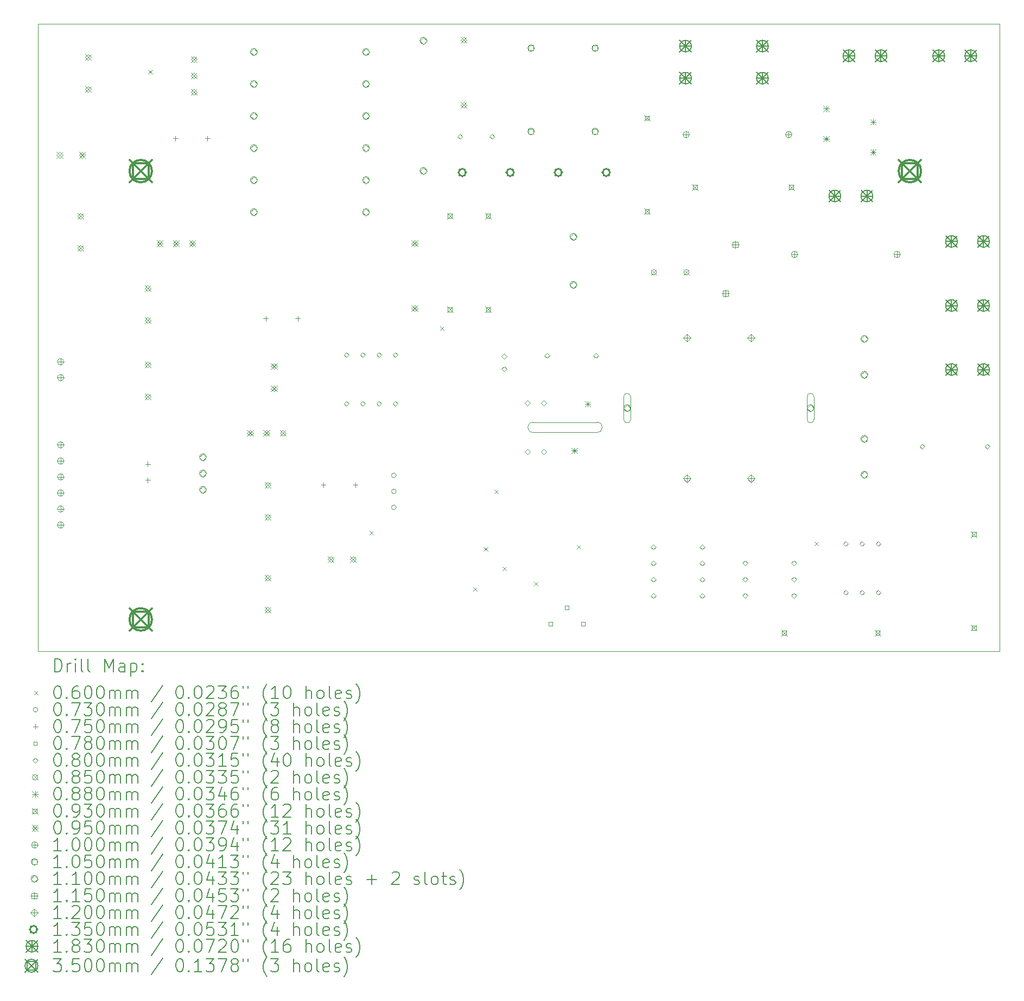
<source format=gbr>
%TF.GenerationSoftware,KiCad,Pcbnew,9.0.7*%
%TF.CreationDate,2026-02-24T00:51:52+09:00*%
%TF.ProjectId,POWER_BD_SV3,504f5745-525f-4424-945f-5356332e6b69,rev?*%
%TF.SameCoordinates,Original*%
%TF.FileFunction,Drillmap*%
%TF.FilePolarity,Positive*%
%FSLAX45Y45*%
G04 Gerber Fmt 4.5, Leading zero omitted, Abs format (unit mm)*
G04 Created by KiCad (PCBNEW 9.0.7) date 2026-02-24 00:51:52*
%MOMM*%
%LPD*%
G01*
G04 APERTURE LIST*
%ADD10C,0.050000*%
%ADD11C,0.100000*%
%ADD12C,0.200000*%
%ADD13C,0.105000*%
%ADD14C,0.110000*%
%ADD15C,0.115000*%
%ADD16C,0.120000*%
%ADD17C,0.135000*%
%ADD18C,0.183000*%
%ADD19C,0.350000*%
G04 APERTURE END LIST*
D10*
X7720000Y3420000D02*
X8720000Y3420000D01*
X8720000Y3580000D02*
X7720000Y3580000D01*
X7720000Y3420000D02*
G75*
G02*
X7720000Y3580000I0J80000D01*
G01*
D11*
X0Y9800000D02*
X15000000Y9800000D01*
X15000000Y0D01*
X0Y0D01*
X0Y9800000D01*
D10*
X8720000Y3580000D02*
G75*
G02*
X8720000Y3420000I0J-80000D01*
G01*
D12*
D11*
X1720000Y9080000D02*
X1780000Y9020000D01*
X1780000Y9080000D02*
X1720000Y9020000D01*
X5169000Y1881000D02*
X5229000Y1821000D01*
X5229000Y1881000D02*
X5169000Y1821000D01*
X6271000Y5078000D02*
X6331000Y5018000D01*
X6331000Y5078000D02*
X6271000Y5018000D01*
X6786000Y1001000D02*
X6846000Y941000D01*
X6846000Y1001000D02*
X6786000Y941000D01*
X6952000Y1629000D02*
X7012000Y1569000D01*
X7012000Y1629000D02*
X6952000Y1569000D01*
X7117000Y2524000D02*
X7177000Y2464000D01*
X7177000Y2524000D02*
X7117000Y2464000D01*
X7244000Y1328000D02*
X7304000Y1268000D01*
X7304000Y1328000D02*
X7244000Y1268000D01*
X7734000Y1090000D02*
X7794000Y1030000D01*
X7794000Y1090000D02*
X7734000Y1030000D01*
X8402000Y1661000D02*
X8462000Y1601000D01*
X8462000Y1661000D02*
X8402000Y1601000D01*
X12114000Y1712000D02*
X12174000Y1652000D01*
X12174000Y1712000D02*
X12114000Y1652000D01*
X5586500Y2750000D02*
G75*
G02*
X5513500Y2750000I-36500J0D01*
G01*
X5513500Y2750000D02*
G75*
G02*
X5586500Y2750000I36500J0D01*
G01*
X5586500Y2500000D02*
G75*
G02*
X5513500Y2500000I-36500J0D01*
G01*
X5513500Y2500000D02*
G75*
G02*
X5586500Y2500000I36500J0D01*
G01*
X5586500Y2250000D02*
G75*
G02*
X5513500Y2250000I-36500J0D01*
G01*
X5513500Y2250000D02*
G75*
G02*
X5586500Y2250000I36500J0D01*
G01*
X1710000Y2962500D02*
X1710000Y2887500D01*
X1672500Y2925000D02*
X1747500Y2925000D01*
X1710000Y2712500D02*
X1710000Y2637500D01*
X1672500Y2675000D02*
X1747500Y2675000D01*
X2140000Y8047500D02*
X2140000Y7972500D01*
X2102500Y8010000D02*
X2177500Y8010000D01*
X2640000Y8047500D02*
X2640000Y7972500D01*
X2602500Y8010000D02*
X2677500Y8010000D01*
X3550000Y5237500D02*
X3550000Y5162500D01*
X3512500Y5200000D02*
X3587500Y5200000D01*
X4050000Y5237500D02*
X4050000Y5162500D01*
X4012500Y5200000D02*
X4087500Y5200000D01*
X4450000Y2637500D02*
X4450000Y2562500D01*
X4412500Y2600000D02*
X4487500Y2600000D01*
X4950000Y2637500D02*
X4950000Y2562500D01*
X4912500Y2600000D02*
X4987500Y2600000D01*
X8020577Y400923D02*
X8020577Y456077D01*
X7965423Y456077D01*
X7965423Y400923D01*
X8020577Y400923D01*
X8274577Y654923D02*
X8274577Y710077D01*
X8219423Y710077D01*
X8219423Y654923D01*
X8274577Y654923D01*
X8528577Y400923D02*
X8528577Y456077D01*
X8473423Y456077D01*
X8473423Y400923D01*
X8528577Y400923D01*
X4809000Y4591000D02*
X4849000Y4631000D01*
X4809000Y4671000D01*
X4769000Y4631000D01*
X4809000Y4591000D01*
X4809000Y3829000D02*
X4849000Y3869000D01*
X4809000Y3909000D01*
X4769000Y3869000D01*
X4809000Y3829000D01*
X5063000Y4591000D02*
X5103000Y4631000D01*
X5063000Y4671000D01*
X5023000Y4631000D01*
X5063000Y4591000D01*
X5063000Y3829000D02*
X5103000Y3869000D01*
X5063000Y3909000D01*
X5023000Y3869000D01*
X5063000Y3829000D01*
X5317000Y4591000D02*
X5357000Y4631000D01*
X5317000Y4671000D01*
X5277000Y4631000D01*
X5317000Y4591000D01*
X5317000Y3829000D02*
X5357000Y3869000D01*
X5317000Y3909000D01*
X5277000Y3869000D01*
X5317000Y3829000D01*
X5571000Y4591000D02*
X5611000Y4631000D01*
X5571000Y4671000D01*
X5531000Y4631000D01*
X5571000Y4591000D01*
X5571000Y3829000D02*
X5611000Y3869000D01*
X5571000Y3909000D01*
X5531000Y3869000D01*
X5571000Y3829000D01*
X6580000Y8000000D02*
X6620000Y8040000D01*
X6580000Y8080000D01*
X6540000Y8040000D01*
X6580000Y8000000D01*
X7080000Y8000000D02*
X7120000Y8040000D01*
X7080000Y8080000D01*
X7040000Y8040000D01*
X7080000Y8000000D01*
X7270000Y4570000D02*
X7310000Y4610000D01*
X7270000Y4650000D01*
X7230000Y4610000D01*
X7270000Y4570000D01*
X7270000Y4370000D02*
X7310000Y4410000D01*
X7270000Y4450000D01*
X7230000Y4410000D01*
X7270000Y4370000D01*
X7633000Y3839500D02*
X7673000Y3879500D01*
X7633000Y3919500D01*
X7593000Y3879500D01*
X7633000Y3839500D01*
X7633000Y3077500D02*
X7673000Y3117500D01*
X7633000Y3157500D01*
X7593000Y3117500D01*
X7633000Y3077500D01*
X7887000Y3839500D02*
X7927000Y3879500D01*
X7887000Y3919500D01*
X7847000Y3879500D01*
X7887000Y3839500D01*
X7887000Y3077500D02*
X7927000Y3117500D01*
X7887000Y3157500D01*
X7847000Y3117500D01*
X7887000Y3077500D01*
X7939000Y4580000D02*
X7979000Y4620000D01*
X7939000Y4660000D01*
X7899000Y4620000D01*
X7939000Y4580000D01*
X8701000Y4580000D02*
X8741000Y4620000D01*
X8701000Y4660000D01*
X8661000Y4620000D01*
X8701000Y4580000D01*
X9599000Y1591000D02*
X9639000Y1631000D01*
X9599000Y1671000D01*
X9559000Y1631000D01*
X9599000Y1591000D01*
X9599000Y1337000D02*
X9639000Y1377000D01*
X9599000Y1417000D01*
X9559000Y1377000D01*
X9599000Y1337000D01*
X9599000Y1083000D02*
X9639000Y1123000D01*
X9599000Y1163000D01*
X9559000Y1123000D01*
X9599000Y1083000D01*
X9599000Y829000D02*
X9639000Y869000D01*
X9599000Y909000D01*
X9559000Y869000D01*
X9599000Y829000D01*
X10361000Y1591000D02*
X10401000Y1631000D01*
X10361000Y1671000D01*
X10321000Y1631000D01*
X10361000Y1591000D01*
X10361000Y1337000D02*
X10401000Y1377000D01*
X10361000Y1417000D01*
X10321000Y1377000D01*
X10361000Y1337000D01*
X10361000Y1083000D02*
X10401000Y1123000D01*
X10361000Y1163000D01*
X10321000Y1123000D01*
X10361000Y1083000D01*
X10361000Y829000D02*
X10401000Y869000D01*
X10361000Y909000D01*
X10321000Y869000D01*
X10361000Y829000D01*
X11029000Y1340400D02*
X11069000Y1380400D01*
X11029000Y1420400D01*
X10989000Y1380400D01*
X11029000Y1340400D01*
X11029000Y1086400D02*
X11069000Y1126400D01*
X11029000Y1166400D01*
X10989000Y1126400D01*
X11029000Y1086400D01*
X11029000Y832400D02*
X11069000Y872400D01*
X11029000Y912400D01*
X10989000Y872400D01*
X11029000Y832400D01*
X11791000Y1340400D02*
X11831000Y1380400D01*
X11791000Y1420400D01*
X11751000Y1380400D01*
X11791000Y1340400D01*
X11791000Y1086400D02*
X11831000Y1126400D01*
X11791000Y1166400D01*
X11751000Y1126400D01*
X11791000Y1086400D01*
X11791000Y832400D02*
X11831000Y872400D01*
X11791000Y912400D01*
X11751000Y872400D01*
X11791000Y832400D01*
X12599000Y1642000D02*
X12639000Y1682000D01*
X12599000Y1722000D01*
X12559000Y1682000D01*
X12599000Y1642000D01*
X12599000Y880000D02*
X12639000Y920000D01*
X12599000Y960000D01*
X12559000Y920000D01*
X12599000Y880000D01*
X12853000Y1642000D02*
X12893000Y1682000D01*
X12853000Y1722000D01*
X12813000Y1682000D01*
X12853000Y1642000D01*
X12853000Y880000D02*
X12893000Y920000D01*
X12853000Y960000D01*
X12813000Y920000D01*
X12853000Y880000D01*
X13107000Y1642000D02*
X13147000Y1682000D01*
X13107000Y1722000D01*
X13067000Y1682000D01*
X13107000Y1642000D01*
X13107000Y880000D02*
X13147000Y920000D01*
X13107000Y960000D01*
X13067000Y920000D01*
X13107000Y880000D01*
X13792000Y3160000D02*
X13832000Y3200000D01*
X13792000Y3240000D01*
X13752000Y3200000D01*
X13792000Y3160000D01*
X14808000Y3160000D02*
X14848000Y3200000D01*
X14808000Y3240000D01*
X14768000Y3200000D01*
X14808000Y3160000D01*
X9563500Y5962500D02*
X9648500Y5877500D01*
X9648500Y5962500D02*
X9563500Y5877500D01*
X9648500Y5920000D02*
G75*
G02*
X9563500Y5920000I-42500J0D01*
G01*
X9563500Y5920000D02*
G75*
G02*
X9648500Y5920000I42500J0D01*
G01*
X10071500Y5962500D02*
X10156500Y5877500D01*
X10156500Y5962500D02*
X10071500Y5877500D01*
X10156500Y5920000D02*
G75*
G02*
X10071500Y5920000I-42500J0D01*
G01*
X10071500Y5920000D02*
G75*
G02*
X10156500Y5920000I42500J0D01*
G01*
X8321000Y3178000D02*
X8409000Y3090000D01*
X8409000Y3178000D02*
X8321000Y3090000D01*
X8365000Y3178000D02*
X8365000Y3090000D01*
X8321000Y3134000D02*
X8409000Y3134000D01*
X8531000Y3910000D02*
X8619000Y3822000D01*
X8619000Y3910000D02*
X8531000Y3822000D01*
X8575000Y3910000D02*
X8575000Y3822000D01*
X8531000Y3866000D02*
X8619000Y3866000D01*
X12251500Y8519000D02*
X12339500Y8431000D01*
X12339500Y8519000D02*
X12251500Y8431000D01*
X12295500Y8519000D02*
X12295500Y8431000D01*
X12251500Y8475000D02*
X12339500Y8475000D01*
X12252500Y8049000D02*
X12340500Y7961000D01*
X12340500Y8049000D02*
X12252500Y7961000D01*
X12296500Y8049000D02*
X12296500Y7961000D01*
X12252500Y8005000D02*
X12340500Y8005000D01*
X12983500Y8309000D02*
X13071500Y8221000D01*
X13071500Y8309000D02*
X12983500Y8221000D01*
X13027500Y8309000D02*
X13027500Y8221000D01*
X12983500Y8265000D02*
X13071500Y8265000D01*
X12984500Y7839000D02*
X13072500Y7751000D01*
X13072500Y7839000D02*
X12984500Y7751000D01*
X13028500Y7839000D02*
X13028500Y7751000D01*
X12984500Y7795000D02*
X13072500Y7795000D01*
X6377250Y6846500D02*
X6470250Y6753500D01*
X6470250Y6846500D02*
X6377250Y6753500D01*
X6456631Y6767119D02*
X6456631Y6832881D01*
X6390869Y6832881D01*
X6390869Y6767119D01*
X6456631Y6767119D01*
X6377250Y5386500D02*
X6470250Y5293500D01*
X6470250Y5386500D02*
X6377250Y5293500D01*
X6456631Y5307119D02*
X6456631Y5372881D01*
X6390869Y5372881D01*
X6390869Y5307119D01*
X6456631Y5307119D01*
X6973500Y6846500D02*
X7066500Y6753500D01*
X7066500Y6846500D02*
X6973500Y6753500D01*
X7052881Y6767119D02*
X7052881Y6832881D01*
X6987119Y6832881D01*
X6987119Y6767119D01*
X7052881Y6767119D01*
X6973500Y5386500D02*
X7066500Y5293500D01*
X7066500Y5386500D02*
X6973500Y5293500D01*
X7052881Y5307119D02*
X7052881Y5372881D01*
X6987119Y5372881D01*
X6987119Y5307119D01*
X7052881Y5307119D01*
X9453500Y8376500D02*
X9546500Y8283500D01*
X9546500Y8376500D02*
X9453500Y8283500D01*
X9532881Y8297119D02*
X9532881Y8362881D01*
X9467119Y8362881D01*
X9467119Y8297119D01*
X9532881Y8297119D01*
X9453500Y6916500D02*
X9546500Y6823500D01*
X9546500Y6916500D02*
X9453500Y6823500D01*
X9532881Y6837119D02*
X9532881Y6902881D01*
X9467119Y6902881D01*
X9467119Y6837119D01*
X9532881Y6837119D01*
X10203500Y7296500D02*
X10296500Y7203500D01*
X10296500Y7296500D02*
X10203500Y7203500D01*
X10282881Y7217119D02*
X10282881Y7282881D01*
X10217119Y7282881D01*
X10217119Y7217119D01*
X10282881Y7217119D01*
X11593500Y336500D02*
X11686500Y243500D01*
X11686500Y336500D02*
X11593500Y243500D01*
X11672881Y257119D02*
X11672881Y322881D01*
X11607119Y322881D01*
X11607119Y257119D01*
X11672881Y257119D01*
X11703500Y7296500D02*
X11796500Y7203500D01*
X11796500Y7296500D02*
X11703500Y7203500D01*
X11782881Y7217119D02*
X11782881Y7282881D01*
X11717119Y7282881D01*
X11717119Y7217119D01*
X11782881Y7217119D01*
X13053500Y336500D02*
X13146500Y243500D01*
X13146500Y336500D02*
X13053500Y243500D01*
X13132881Y257119D02*
X13132881Y322881D01*
X13067119Y322881D01*
X13067119Y257119D01*
X13132881Y257119D01*
X14553500Y1876500D02*
X14646500Y1783500D01*
X14646500Y1876500D02*
X14553500Y1783500D01*
X14632881Y1797119D02*
X14632881Y1862881D01*
X14567119Y1862881D01*
X14567119Y1797119D01*
X14632881Y1797119D01*
X14553500Y416500D02*
X14646500Y323500D01*
X14646500Y416500D02*
X14553500Y323500D01*
X14632881Y337119D02*
X14632881Y402881D01*
X14567119Y402881D01*
X14567119Y337119D01*
X14632881Y337119D01*
X287500Y7797500D02*
X382500Y7702500D01*
X382500Y7797500D02*
X287500Y7702500D01*
X335000Y7702500D02*
X382500Y7750000D01*
X335000Y7797500D01*
X287500Y7750000D01*
X335000Y7702500D01*
X612500Y6847500D02*
X707500Y6752500D01*
X707500Y6847500D02*
X612500Y6752500D01*
X660000Y6752500D02*
X707500Y6800000D01*
X660000Y6847500D01*
X612500Y6800000D01*
X660000Y6752500D01*
X612500Y6347500D02*
X707500Y6252500D01*
X707500Y6347500D02*
X612500Y6252500D01*
X660000Y6252500D02*
X707500Y6300000D01*
X660000Y6347500D01*
X612500Y6300000D01*
X660000Y6252500D01*
X637500Y7797500D02*
X732500Y7702500D01*
X732500Y7797500D02*
X637500Y7702500D01*
X685000Y7702500D02*
X732500Y7750000D01*
X685000Y7797500D01*
X637500Y7750000D01*
X685000Y7702500D01*
X732500Y9327500D02*
X827500Y9232500D01*
X827500Y9327500D02*
X732500Y9232500D01*
X780000Y9232500D02*
X827500Y9280000D01*
X780000Y9327500D01*
X732500Y9280000D01*
X780000Y9232500D01*
X732500Y8827500D02*
X827500Y8732500D01*
X827500Y8827500D02*
X732500Y8732500D01*
X780000Y8732500D02*
X827500Y8780000D01*
X780000Y8827500D01*
X732500Y8780000D01*
X780000Y8732500D01*
X1662500Y5717500D02*
X1757500Y5622500D01*
X1757500Y5717500D02*
X1662500Y5622500D01*
X1710000Y5622500D02*
X1757500Y5670000D01*
X1710000Y5717500D01*
X1662500Y5670000D01*
X1710000Y5622500D01*
X1662500Y5217500D02*
X1757500Y5122500D01*
X1757500Y5217500D02*
X1662500Y5122500D01*
X1710000Y5122500D02*
X1757500Y5170000D01*
X1710000Y5217500D01*
X1662500Y5170000D01*
X1710000Y5122500D01*
X1662500Y4527500D02*
X1757500Y4432500D01*
X1757500Y4527500D02*
X1662500Y4432500D01*
X1710000Y4432500D02*
X1757500Y4480000D01*
X1710000Y4527500D01*
X1662500Y4480000D01*
X1710000Y4432500D01*
X1662500Y4027500D02*
X1757500Y3932500D01*
X1757500Y4027500D02*
X1662500Y3932500D01*
X1710000Y3932500D02*
X1757500Y3980000D01*
X1710000Y4027500D01*
X1662500Y3980000D01*
X1710000Y3932500D01*
X1847500Y6417500D02*
X1942500Y6322500D01*
X1942500Y6417500D02*
X1847500Y6322500D01*
X1895000Y6322500D02*
X1942500Y6370000D01*
X1895000Y6417500D01*
X1847500Y6370000D01*
X1895000Y6322500D01*
X2102500Y6417500D02*
X2197500Y6322500D01*
X2197500Y6417500D02*
X2102500Y6322500D01*
X2150000Y6322500D02*
X2197500Y6370000D01*
X2150000Y6417500D01*
X2102500Y6370000D01*
X2150000Y6322500D01*
X2357500Y6417500D02*
X2452500Y6322500D01*
X2452500Y6417500D02*
X2357500Y6322500D01*
X2405000Y6322500D02*
X2452500Y6370000D01*
X2405000Y6417500D01*
X2357500Y6370000D01*
X2405000Y6322500D01*
X2382500Y9292500D02*
X2477500Y9197500D01*
X2477500Y9292500D02*
X2382500Y9197500D01*
X2430000Y9197500D02*
X2477500Y9245000D01*
X2430000Y9292500D01*
X2382500Y9245000D01*
X2430000Y9197500D01*
X2382500Y9037500D02*
X2477500Y8942500D01*
X2477500Y9037500D02*
X2382500Y8942500D01*
X2430000Y8942500D02*
X2477500Y8990000D01*
X2430000Y9037500D01*
X2382500Y8990000D01*
X2430000Y8942500D01*
X2382500Y8782500D02*
X2477500Y8687500D01*
X2477500Y8782500D02*
X2382500Y8687500D01*
X2430000Y8687500D02*
X2477500Y8735000D01*
X2430000Y8782500D01*
X2382500Y8735000D01*
X2430000Y8687500D01*
X3260000Y3457500D02*
X3355000Y3362500D01*
X3355000Y3457500D02*
X3260000Y3362500D01*
X3307500Y3362500D02*
X3355000Y3410000D01*
X3307500Y3457500D01*
X3260000Y3410000D01*
X3307500Y3362500D01*
X3515000Y3457500D02*
X3610000Y3362500D01*
X3610000Y3457500D02*
X3515000Y3362500D01*
X3562500Y3362500D02*
X3610000Y3410000D01*
X3562500Y3457500D01*
X3515000Y3410000D01*
X3562500Y3362500D01*
X3532500Y2647500D02*
X3627500Y2552500D01*
X3627500Y2647500D02*
X3532500Y2552500D01*
X3580000Y2552500D02*
X3627500Y2600000D01*
X3580000Y2647500D01*
X3532500Y2600000D01*
X3580000Y2552500D01*
X3532500Y2147500D02*
X3627500Y2052500D01*
X3627500Y2147500D02*
X3532500Y2052500D01*
X3580000Y2052500D02*
X3627500Y2100000D01*
X3580000Y2147500D01*
X3532500Y2100000D01*
X3580000Y2052500D01*
X3532500Y1197500D02*
X3627500Y1102500D01*
X3627500Y1197500D02*
X3532500Y1102500D01*
X3580000Y1102500D02*
X3627500Y1150000D01*
X3580000Y1197500D01*
X3532500Y1150000D01*
X3580000Y1102500D01*
X3532500Y697500D02*
X3627500Y602500D01*
X3627500Y697500D02*
X3532500Y602500D01*
X3580000Y602500D02*
X3627500Y650000D01*
X3580000Y697500D01*
X3532500Y650000D01*
X3580000Y602500D01*
X3632500Y4502500D02*
X3727500Y4407500D01*
X3727500Y4502500D02*
X3632500Y4407500D01*
X3680000Y4407500D02*
X3727500Y4455000D01*
X3680000Y4502500D01*
X3632500Y4455000D01*
X3680000Y4407500D01*
X3632500Y4152500D02*
X3727500Y4057500D01*
X3727500Y4152500D02*
X3632500Y4057500D01*
X3680000Y4057500D02*
X3727500Y4105000D01*
X3680000Y4152500D01*
X3632500Y4105000D01*
X3680000Y4057500D01*
X3770000Y3457500D02*
X3865000Y3362500D01*
X3865000Y3457500D02*
X3770000Y3362500D01*
X3817500Y3362500D02*
X3865000Y3410000D01*
X3817500Y3457500D01*
X3770000Y3410000D01*
X3817500Y3362500D01*
X4517500Y1487500D02*
X4612500Y1392500D01*
X4612500Y1487500D02*
X4517500Y1392500D01*
X4565000Y1392500D02*
X4612500Y1440000D01*
X4565000Y1487500D01*
X4517500Y1440000D01*
X4565000Y1392500D01*
X4867500Y1487500D02*
X4962500Y1392500D01*
X4962500Y1487500D02*
X4867500Y1392500D01*
X4915000Y1392500D02*
X4962500Y1440000D01*
X4915000Y1487500D01*
X4867500Y1440000D01*
X4915000Y1392500D01*
X5825000Y6420500D02*
X5920000Y6325500D01*
X5920000Y6420500D02*
X5825000Y6325500D01*
X5872500Y6325500D02*
X5920000Y6373000D01*
X5872500Y6420500D01*
X5825000Y6373000D01*
X5872500Y6325500D01*
X5825000Y5404500D02*
X5920000Y5309500D01*
X5920000Y5404500D02*
X5825000Y5309500D01*
X5872500Y5309500D02*
X5920000Y5357000D01*
X5872500Y5404500D01*
X5825000Y5357000D01*
X5872500Y5309500D01*
X6592500Y9595500D02*
X6687500Y9500500D01*
X6687500Y9595500D02*
X6592500Y9500500D01*
X6640000Y9500500D02*
X6687500Y9548000D01*
X6640000Y9595500D01*
X6592500Y9548000D01*
X6640000Y9500500D01*
X6592500Y8579500D02*
X6687500Y8484500D01*
X6687500Y8579500D02*
X6592500Y8484500D01*
X6640000Y8484500D02*
X6687500Y8532000D01*
X6640000Y8579500D01*
X6592500Y8532000D01*
X6640000Y8484500D01*
X350000Y4575000D02*
X350000Y4475000D01*
X300000Y4525000D02*
X400000Y4525000D01*
X400000Y4525000D02*
G75*
G02*
X300000Y4525000I-50000J0D01*
G01*
X300000Y4525000D02*
G75*
G02*
X400000Y4525000I50000J0D01*
G01*
X350000Y4325000D02*
X350000Y4225000D01*
X300000Y4275000D02*
X400000Y4275000D01*
X400000Y4275000D02*
G75*
G02*
X300000Y4275000I-50000J0D01*
G01*
X300000Y4275000D02*
G75*
G02*
X400000Y4275000I50000J0D01*
G01*
X350000Y3275000D02*
X350000Y3175000D01*
X300000Y3225000D02*
X400000Y3225000D01*
X400000Y3225000D02*
G75*
G02*
X300000Y3225000I-50000J0D01*
G01*
X300000Y3225000D02*
G75*
G02*
X400000Y3225000I50000J0D01*
G01*
X350000Y3025000D02*
X350000Y2925000D01*
X300000Y2975000D02*
X400000Y2975000D01*
X400000Y2975000D02*
G75*
G02*
X300000Y2975000I-50000J0D01*
G01*
X300000Y2975000D02*
G75*
G02*
X400000Y2975000I50000J0D01*
G01*
X350000Y2775000D02*
X350000Y2675000D01*
X300000Y2725000D02*
X400000Y2725000D01*
X400000Y2725000D02*
G75*
G02*
X300000Y2725000I-50000J0D01*
G01*
X300000Y2725000D02*
G75*
G02*
X400000Y2725000I50000J0D01*
G01*
X350000Y2525000D02*
X350000Y2425000D01*
X300000Y2475000D02*
X400000Y2475000D01*
X400000Y2475000D02*
G75*
G02*
X300000Y2475000I-50000J0D01*
G01*
X300000Y2475000D02*
G75*
G02*
X400000Y2475000I50000J0D01*
G01*
X350000Y2275000D02*
X350000Y2175000D01*
X300000Y2225000D02*
X400000Y2225000D01*
X400000Y2225000D02*
G75*
G02*
X300000Y2225000I-50000J0D01*
G01*
X300000Y2225000D02*
G75*
G02*
X400000Y2225000I50000J0D01*
G01*
X350000Y2025000D02*
X350000Y1925000D01*
X300000Y1975000D02*
X400000Y1975000D01*
X400000Y1975000D02*
G75*
G02*
X300000Y1975000I-50000J0D01*
G01*
X300000Y1975000D02*
G75*
G02*
X400000Y1975000I50000J0D01*
G01*
X10110000Y8120000D02*
X10110000Y8020000D01*
X10060000Y8070000D02*
X10160000Y8070000D01*
X10160000Y8070000D02*
G75*
G02*
X10060000Y8070000I-50000J0D01*
G01*
X10060000Y8070000D02*
G75*
G02*
X10160000Y8070000I50000J0D01*
G01*
X11710000Y8120000D02*
X11710000Y8020000D01*
X11660000Y8070000D02*
X11760000Y8070000D01*
X11760000Y8070000D02*
G75*
G02*
X11660000Y8070000I-50000J0D01*
G01*
X11660000Y8070000D02*
G75*
G02*
X11760000Y8070000I50000J0D01*
G01*
X11800000Y6250000D02*
X11800000Y6150000D01*
X11750000Y6200000D02*
X11850000Y6200000D01*
X11850000Y6200000D02*
G75*
G02*
X11750000Y6200000I-50000J0D01*
G01*
X11750000Y6200000D02*
G75*
G02*
X11850000Y6200000I50000J0D01*
G01*
X13400000Y6250000D02*
X13400000Y6150000D01*
X13350000Y6200000D02*
X13450000Y6200000D01*
X13450000Y6200000D02*
G75*
G02*
X13350000Y6200000I-50000J0D01*
G01*
X13350000Y6200000D02*
G75*
G02*
X13450000Y6200000I50000J0D01*
G01*
D13*
X7727123Y9382877D02*
X7727123Y9457124D01*
X7652876Y9457124D01*
X7652876Y9382877D01*
X7727123Y9382877D01*
X7742500Y9420000D02*
G75*
G02*
X7637500Y9420000I-52500J0D01*
G01*
X7637500Y9420000D02*
G75*
G02*
X7742500Y9420000I52500J0D01*
G01*
X7727123Y8082876D02*
X7727123Y8157123D01*
X7652876Y8157123D01*
X7652876Y8082876D01*
X7727123Y8082876D01*
X7742500Y8120000D02*
G75*
G02*
X7637500Y8120000I-52500J0D01*
G01*
X7637500Y8120000D02*
G75*
G02*
X7742500Y8120000I52500J0D01*
G01*
X8727124Y9382877D02*
X8727124Y9457124D01*
X8652877Y9457124D01*
X8652877Y9382877D01*
X8727124Y9382877D01*
X8742500Y9420000D02*
G75*
G02*
X8637500Y9420000I-52500J0D01*
G01*
X8637500Y9420000D02*
G75*
G02*
X8742500Y9420000I52500J0D01*
G01*
X8727124Y8082876D02*
X8727124Y8157123D01*
X8652877Y8157123D01*
X8652877Y8082876D01*
X8727124Y8082876D01*
X8742500Y8120000D02*
G75*
G02*
X8637500Y8120000I-52500J0D01*
G01*
X8637500Y8120000D02*
G75*
G02*
X8742500Y8120000I52500J0D01*
G01*
D14*
X2570000Y2979000D02*
X2625000Y3034000D01*
X2570000Y3089000D01*
X2515000Y3034000D01*
X2570000Y2979000D01*
X2625000Y3034000D02*
G75*
G02*
X2515000Y3034000I-55000J0D01*
G01*
X2515000Y3034000D02*
G75*
G02*
X2625000Y3034000I55000J0D01*
G01*
X2570000Y2725000D02*
X2625000Y2780000D01*
X2570000Y2835000D01*
X2515000Y2780000D01*
X2570000Y2725000D01*
X2625000Y2780000D02*
G75*
G02*
X2515000Y2780000I-55000J0D01*
G01*
X2515000Y2780000D02*
G75*
G02*
X2625000Y2780000I55000J0D01*
G01*
X2570000Y2471000D02*
X2625000Y2526000D01*
X2570000Y2581000D01*
X2515000Y2526000D01*
X2570000Y2471000D01*
X2625000Y2526000D02*
G75*
G02*
X2515000Y2526000I-55000J0D01*
G01*
X2515000Y2526000D02*
G75*
G02*
X2625000Y2526000I55000J0D01*
G01*
X3365000Y9305000D02*
X3420000Y9360000D01*
X3365000Y9415000D01*
X3310000Y9360000D01*
X3365000Y9305000D01*
X3420000Y9360000D02*
G75*
G02*
X3310000Y9360000I-55000J0D01*
G01*
X3310000Y9360000D02*
G75*
G02*
X3420000Y9360000I55000J0D01*
G01*
X3365000Y8805000D02*
X3420000Y8860000D01*
X3365000Y8915000D01*
X3310000Y8860000D01*
X3365000Y8805000D01*
X3420000Y8860000D02*
G75*
G02*
X3310000Y8860000I-55000J0D01*
G01*
X3310000Y8860000D02*
G75*
G02*
X3420000Y8860000I55000J0D01*
G01*
X3365000Y8305000D02*
X3420000Y8360000D01*
X3365000Y8415000D01*
X3310000Y8360000D01*
X3365000Y8305000D01*
X3420000Y8360000D02*
G75*
G02*
X3310000Y8360000I-55000J0D01*
G01*
X3310000Y8360000D02*
G75*
G02*
X3420000Y8360000I55000J0D01*
G01*
X3365000Y7805000D02*
X3420000Y7860000D01*
X3365000Y7915000D01*
X3310000Y7860000D01*
X3365000Y7805000D01*
X3420000Y7860000D02*
G75*
G02*
X3310000Y7860000I-55000J0D01*
G01*
X3310000Y7860000D02*
G75*
G02*
X3420000Y7860000I55000J0D01*
G01*
X3365000Y7305000D02*
X3420000Y7360000D01*
X3365000Y7415000D01*
X3310000Y7360000D01*
X3365000Y7305000D01*
X3420000Y7360000D02*
G75*
G02*
X3310000Y7360000I-55000J0D01*
G01*
X3310000Y7360000D02*
G75*
G02*
X3420000Y7360000I55000J0D01*
G01*
X3365000Y6805000D02*
X3420000Y6860000D01*
X3365000Y6915000D01*
X3310000Y6860000D01*
X3365000Y6805000D01*
X3420000Y6860000D02*
G75*
G02*
X3310000Y6860000I-55000J0D01*
G01*
X3310000Y6860000D02*
G75*
G02*
X3420000Y6860000I55000J0D01*
G01*
X5115000Y9305000D02*
X5170000Y9360000D01*
X5115000Y9415000D01*
X5060000Y9360000D01*
X5115000Y9305000D01*
X5170000Y9360000D02*
G75*
G02*
X5060000Y9360000I-55000J0D01*
G01*
X5060000Y9360000D02*
G75*
G02*
X5170000Y9360000I55000J0D01*
G01*
X5115000Y8805000D02*
X5170000Y8860000D01*
X5115000Y8915000D01*
X5060000Y8860000D01*
X5115000Y8805000D01*
X5170000Y8860000D02*
G75*
G02*
X5060000Y8860000I-55000J0D01*
G01*
X5060000Y8860000D02*
G75*
G02*
X5170000Y8860000I55000J0D01*
G01*
X5115000Y8305000D02*
X5170000Y8360000D01*
X5115000Y8415000D01*
X5060000Y8360000D01*
X5115000Y8305000D01*
X5170000Y8360000D02*
G75*
G02*
X5060000Y8360000I-55000J0D01*
G01*
X5060000Y8360000D02*
G75*
G02*
X5170000Y8360000I55000J0D01*
G01*
X5115000Y7805000D02*
X5170000Y7860000D01*
X5115000Y7915000D01*
X5060000Y7860000D01*
X5115000Y7805000D01*
X5170000Y7860000D02*
G75*
G02*
X5060000Y7860000I-55000J0D01*
G01*
X5060000Y7860000D02*
G75*
G02*
X5170000Y7860000I55000J0D01*
G01*
X5115000Y7305000D02*
X5170000Y7360000D01*
X5115000Y7415000D01*
X5060000Y7360000D01*
X5115000Y7305000D01*
X5170000Y7360000D02*
G75*
G02*
X5060000Y7360000I-55000J0D01*
G01*
X5060000Y7360000D02*
G75*
G02*
X5170000Y7360000I55000J0D01*
G01*
X5115000Y6805000D02*
X5170000Y6860000D01*
X5115000Y6915000D01*
X5060000Y6860000D01*
X5115000Y6805000D01*
X5170000Y6860000D02*
G75*
G02*
X5060000Y6860000I-55000J0D01*
G01*
X5060000Y6860000D02*
G75*
G02*
X5170000Y6860000I55000J0D01*
G01*
X6010000Y9481000D02*
X6065000Y9536000D01*
X6010000Y9591000D01*
X5955000Y9536000D01*
X6010000Y9481000D01*
X6065000Y9536000D02*
G75*
G02*
X5955000Y9536000I-55000J0D01*
G01*
X5955000Y9536000D02*
G75*
G02*
X6065000Y9536000I55000J0D01*
G01*
X6010000Y7449000D02*
X6065000Y7504000D01*
X6010000Y7559000D01*
X5955000Y7504000D01*
X6010000Y7449000D01*
X6065000Y7504000D02*
G75*
G02*
X5955000Y7504000I-55000J0D01*
G01*
X5955000Y7504000D02*
G75*
G02*
X6065000Y7504000I55000J0D01*
G01*
X8350000Y6420000D02*
X8405000Y6475000D01*
X8350000Y6530000D01*
X8295000Y6475000D01*
X8350000Y6420000D01*
X8405000Y6475000D02*
G75*
G02*
X8295000Y6475000I-55000J0D01*
G01*
X8295000Y6475000D02*
G75*
G02*
X8405000Y6475000I55000J0D01*
G01*
X8350000Y5670000D02*
X8405000Y5725000D01*
X8350000Y5780000D01*
X8295000Y5725000D01*
X8350000Y5670000D01*
X8405000Y5725000D02*
G75*
G02*
X8295000Y5725000I-55000J0D01*
G01*
X8295000Y5725000D02*
G75*
G02*
X8405000Y5725000I55000J0D01*
G01*
X9190000Y3745000D02*
X9245000Y3800000D01*
X9190000Y3855000D01*
X9135000Y3800000D01*
X9190000Y3745000D01*
X9245000Y3800000D02*
G75*
G02*
X9135000Y3800000I-55000J0D01*
G01*
X9135000Y3800000D02*
G75*
G02*
X9245000Y3800000I55000J0D01*
G01*
D11*
X9245000Y3625000D02*
X9245000Y3975000D01*
X9135000Y3975000D02*
G75*
G02*
X9245000Y3975000I55000J0D01*
G01*
X9135000Y3975000D02*
X9135000Y3625000D01*
X9135000Y3625000D02*
G75*
G03*
X9245000Y3625000I55000J0D01*
G01*
D14*
X12050000Y3745000D02*
X12105000Y3800000D01*
X12050000Y3855000D01*
X11995000Y3800000D01*
X12050000Y3745000D01*
X12105000Y3800000D02*
G75*
G02*
X11995000Y3800000I-55000J0D01*
G01*
X11995000Y3800000D02*
G75*
G02*
X12105000Y3800000I55000J0D01*
G01*
D11*
X12105000Y3625000D02*
X12105000Y3975000D01*
X11995000Y3975000D02*
G75*
G02*
X12105000Y3975000I55000J0D01*
G01*
X11995000Y3975000D02*
X11995000Y3625000D01*
X11995000Y3625000D02*
G75*
G03*
X12105000Y3625000I55000J0D01*
G01*
D14*
X12890000Y4825000D02*
X12945000Y4880000D01*
X12890000Y4935000D01*
X12835000Y4880000D01*
X12890000Y4825000D01*
X12945000Y4880000D02*
G75*
G02*
X12835000Y4880000I-55000J0D01*
G01*
X12835000Y4880000D02*
G75*
G02*
X12945000Y4880000I55000J0D01*
G01*
X12890000Y4265000D02*
X12945000Y4320000D01*
X12890000Y4375000D01*
X12835000Y4320000D01*
X12890000Y4265000D01*
X12945000Y4320000D02*
G75*
G02*
X12835000Y4320000I-55000J0D01*
G01*
X12835000Y4320000D02*
G75*
G02*
X12945000Y4320000I55000J0D01*
G01*
X12890000Y3265000D02*
X12945000Y3320000D01*
X12890000Y3375000D01*
X12835000Y3320000D01*
X12890000Y3265000D01*
X12945000Y3320000D02*
G75*
G02*
X12835000Y3320000I-55000J0D01*
G01*
X12835000Y3320000D02*
G75*
G02*
X12945000Y3320000I55000J0D01*
G01*
X12890000Y2705000D02*
X12945000Y2760000D01*
X12890000Y2815000D01*
X12835000Y2760000D01*
X12890000Y2705000D01*
X12945000Y2760000D02*
G75*
G02*
X12835000Y2760000I-55000J0D01*
G01*
X12835000Y2760000D02*
G75*
G02*
X12945000Y2760000I55000J0D01*
G01*
D15*
X10725000Y5646500D02*
X10725000Y5531500D01*
X10667500Y5589000D02*
X10782500Y5589000D01*
X10765659Y5548341D02*
X10765659Y5629659D01*
X10684341Y5629659D01*
X10684341Y5548341D01*
X10765659Y5548341D01*
X10875000Y6408500D02*
X10875000Y6293500D01*
X10817500Y6351000D02*
X10932500Y6351000D01*
X10915659Y6310341D02*
X10915659Y6391659D01*
X10834341Y6391659D01*
X10834341Y6310341D01*
X10915659Y6310341D01*
D16*
X10120000Y4960000D02*
X10120000Y4840000D01*
X10060000Y4900000D02*
X10180000Y4900000D01*
X10120000Y4840000D02*
X10180000Y4900000D01*
X10120000Y4960000D01*
X10060000Y4900000D01*
X10120000Y4840000D01*
X10120000Y2760000D02*
X10120000Y2640000D01*
X10060000Y2700000D02*
X10180000Y2700000D01*
X10120000Y2640000D02*
X10180000Y2700000D01*
X10120000Y2760000D01*
X10060000Y2700000D01*
X10120000Y2640000D01*
X11120000Y4960000D02*
X11120000Y4840000D01*
X11060000Y4900000D02*
X11180000Y4900000D01*
X11120000Y4840000D02*
X11180000Y4900000D01*
X11120000Y4960000D01*
X11060000Y4900000D01*
X11120000Y4840000D01*
X11120000Y2760000D02*
X11120000Y2640000D01*
X11060000Y2700000D02*
X11180000Y2700000D01*
X11120000Y2640000D02*
X11180000Y2700000D01*
X11120000Y2760000D01*
X11060000Y2700000D01*
X11120000Y2640000D01*
D17*
X6615000Y7412500D02*
X6682500Y7480000D01*
X6615000Y7547500D01*
X6547500Y7480000D01*
X6615000Y7412500D01*
X6662730Y7432270D02*
X6662730Y7527730D01*
X6567270Y7527730D01*
X6567270Y7432270D01*
X6662730Y7432270D01*
X7365000Y7412500D02*
X7432500Y7480000D01*
X7365000Y7547500D01*
X7297500Y7480000D01*
X7365000Y7412500D01*
X7412730Y7432270D02*
X7412730Y7527730D01*
X7317270Y7527730D01*
X7317270Y7432270D01*
X7412730Y7432270D01*
X8115000Y7412500D02*
X8182500Y7480000D01*
X8115000Y7547500D01*
X8047500Y7480000D01*
X8115000Y7412500D01*
X8162730Y7432270D02*
X8162730Y7527730D01*
X8067270Y7527730D01*
X8067270Y7432270D01*
X8162730Y7432270D01*
X8865000Y7412500D02*
X8932500Y7480000D01*
X8865000Y7547500D01*
X8797500Y7480000D01*
X8865000Y7412500D01*
X8912730Y7432270D02*
X8912730Y7527730D01*
X8817270Y7527730D01*
X8817270Y7432270D01*
X8912730Y7432270D01*
D18*
X10008500Y9541500D02*
X10191500Y9358500D01*
X10191500Y9541500D02*
X10008500Y9358500D01*
X10100000Y9541500D02*
X10100000Y9358500D01*
X10008500Y9450000D02*
X10191500Y9450000D01*
X10191500Y9450000D02*
G75*
G02*
X10008500Y9450000I-91500J0D01*
G01*
X10008500Y9450000D02*
G75*
G02*
X10191500Y9450000I91500J0D01*
G01*
X10008500Y9041500D02*
X10191500Y8858500D01*
X10191500Y9041500D02*
X10008500Y8858500D01*
X10100000Y9041500D02*
X10100000Y8858500D01*
X10008500Y8950000D02*
X10191500Y8950000D01*
X10191500Y8950000D02*
G75*
G02*
X10008500Y8950000I-91500J0D01*
G01*
X10008500Y8950000D02*
G75*
G02*
X10191500Y8950000I91500J0D01*
G01*
X11208500Y9541500D02*
X11391500Y9358500D01*
X11391500Y9541500D02*
X11208500Y9358500D01*
X11300000Y9541500D02*
X11300000Y9358500D01*
X11208500Y9450000D02*
X11391500Y9450000D01*
X11391500Y9450000D02*
G75*
G02*
X11208500Y9450000I-91500J0D01*
G01*
X11208500Y9450000D02*
G75*
G02*
X11391500Y9450000I91500J0D01*
G01*
X11208500Y9041500D02*
X11391500Y8858500D01*
X11391500Y9041500D02*
X11208500Y8858500D01*
X11300000Y9041500D02*
X11300000Y8858500D01*
X11208500Y8950000D02*
X11391500Y8950000D01*
X11391500Y8950000D02*
G75*
G02*
X11208500Y8950000I-91500J0D01*
G01*
X11208500Y8950000D02*
G75*
G02*
X11391500Y8950000I91500J0D01*
G01*
X12338500Y7201500D02*
X12521500Y7018500D01*
X12521500Y7201500D02*
X12338500Y7018500D01*
X12430000Y7201500D02*
X12430000Y7018500D01*
X12338500Y7110000D02*
X12521500Y7110000D01*
X12521500Y7110000D02*
G75*
G02*
X12338500Y7110000I-91500J0D01*
G01*
X12338500Y7110000D02*
G75*
G02*
X12521500Y7110000I91500J0D01*
G01*
X12558500Y9391500D02*
X12741500Y9208500D01*
X12741500Y9391500D02*
X12558500Y9208500D01*
X12650000Y9391500D02*
X12650000Y9208500D01*
X12558500Y9300000D02*
X12741500Y9300000D01*
X12741500Y9300000D02*
G75*
G02*
X12558500Y9300000I-91500J0D01*
G01*
X12558500Y9300000D02*
G75*
G02*
X12741500Y9300000I91500J0D01*
G01*
X12838500Y7201500D02*
X13021500Y7018500D01*
X13021500Y7201500D02*
X12838500Y7018500D01*
X12930000Y7201500D02*
X12930000Y7018500D01*
X12838500Y7110000D02*
X13021500Y7110000D01*
X13021500Y7110000D02*
G75*
G02*
X12838500Y7110000I-91500J0D01*
G01*
X12838500Y7110000D02*
G75*
G02*
X13021500Y7110000I91500J0D01*
G01*
X13058500Y9391500D02*
X13241500Y9208500D01*
X13241500Y9391500D02*
X13058500Y9208500D01*
X13150000Y9391500D02*
X13150000Y9208500D01*
X13058500Y9300000D02*
X13241500Y9300000D01*
X13241500Y9300000D02*
G75*
G02*
X13058500Y9300000I-91500J0D01*
G01*
X13058500Y9300000D02*
G75*
G02*
X13241500Y9300000I91500J0D01*
G01*
X13958500Y9391500D02*
X14141500Y9208500D01*
X14141500Y9391500D02*
X13958500Y9208500D01*
X14050000Y9391500D02*
X14050000Y9208500D01*
X13958500Y9300000D02*
X14141500Y9300000D01*
X14141500Y9300000D02*
G75*
G02*
X13958500Y9300000I-91500J0D01*
G01*
X13958500Y9300000D02*
G75*
G02*
X14141500Y9300000I91500J0D01*
G01*
X14158500Y6491500D02*
X14341500Y6308500D01*
X14341500Y6491500D02*
X14158500Y6308500D01*
X14250000Y6491500D02*
X14250000Y6308500D01*
X14158500Y6400000D02*
X14341500Y6400000D01*
X14341500Y6400000D02*
G75*
G02*
X14158500Y6400000I-91500J0D01*
G01*
X14158500Y6400000D02*
G75*
G02*
X14341500Y6400000I91500J0D01*
G01*
X14158500Y5491500D02*
X14341500Y5308500D01*
X14341500Y5491500D02*
X14158500Y5308500D01*
X14250000Y5491500D02*
X14250000Y5308500D01*
X14158500Y5400000D02*
X14341500Y5400000D01*
X14341500Y5400000D02*
G75*
G02*
X14158500Y5400000I-91500J0D01*
G01*
X14158500Y5400000D02*
G75*
G02*
X14341500Y5400000I91500J0D01*
G01*
X14158500Y4491500D02*
X14341500Y4308500D01*
X14341500Y4491500D02*
X14158500Y4308500D01*
X14250000Y4491500D02*
X14250000Y4308500D01*
X14158500Y4400000D02*
X14341500Y4400000D01*
X14341500Y4400000D02*
G75*
G02*
X14158500Y4400000I-91500J0D01*
G01*
X14158500Y4400000D02*
G75*
G02*
X14341500Y4400000I91500J0D01*
G01*
X14458500Y9391500D02*
X14641500Y9208500D01*
X14641500Y9391500D02*
X14458500Y9208500D01*
X14550000Y9391500D02*
X14550000Y9208500D01*
X14458500Y9300000D02*
X14641500Y9300000D01*
X14641500Y9300000D02*
G75*
G02*
X14458500Y9300000I-91500J0D01*
G01*
X14458500Y9300000D02*
G75*
G02*
X14641500Y9300000I91500J0D01*
G01*
X14658500Y6491500D02*
X14841500Y6308500D01*
X14841500Y6491500D02*
X14658500Y6308500D01*
X14750000Y6491500D02*
X14750000Y6308500D01*
X14658500Y6400000D02*
X14841500Y6400000D01*
X14841500Y6400000D02*
G75*
G02*
X14658500Y6400000I-91500J0D01*
G01*
X14658500Y6400000D02*
G75*
G02*
X14841500Y6400000I91500J0D01*
G01*
X14658500Y5491500D02*
X14841500Y5308500D01*
X14841500Y5491500D02*
X14658500Y5308500D01*
X14750000Y5491500D02*
X14750000Y5308500D01*
X14658500Y5400000D02*
X14841500Y5400000D01*
X14841500Y5400000D02*
G75*
G02*
X14658500Y5400000I-91500J0D01*
G01*
X14658500Y5400000D02*
G75*
G02*
X14841500Y5400000I91500J0D01*
G01*
X14658500Y4491500D02*
X14841500Y4308500D01*
X14841500Y4491500D02*
X14658500Y4308500D01*
X14750000Y4491500D02*
X14750000Y4308500D01*
X14658500Y4400000D02*
X14841500Y4400000D01*
X14841500Y4400000D02*
G75*
G02*
X14658500Y4400000I-91500J0D01*
G01*
X14658500Y4400000D02*
G75*
G02*
X14841500Y4400000I91500J0D01*
G01*
D19*
X1425000Y7675000D02*
X1775000Y7325000D01*
X1775000Y7675000D02*
X1425000Y7325000D01*
X1723745Y7376255D02*
X1723745Y7623745D01*
X1476255Y7623745D01*
X1476255Y7376255D01*
X1723745Y7376255D01*
X1775000Y7500000D02*
G75*
G02*
X1425000Y7500000I-175000J0D01*
G01*
X1425000Y7500000D02*
G75*
G02*
X1775000Y7500000I175000J0D01*
G01*
X1425000Y675000D02*
X1775000Y325000D01*
X1775000Y675000D02*
X1425000Y325000D01*
X1723745Y376255D02*
X1723745Y623745D01*
X1476255Y623745D01*
X1476255Y376255D01*
X1723745Y376255D01*
X1775000Y500000D02*
G75*
G02*
X1425000Y500000I-175000J0D01*
G01*
X1425000Y500000D02*
G75*
G02*
X1775000Y500000I175000J0D01*
G01*
X13425000Y7675000D02*
X13775000Y7325000D01*
X13775000Y7675000D02*
X13425000Y7325000D01*
X13723745Y7376255D02*
X13723745Y7623745D01*
X13476255Y7623745D01*
X13476255Y7376255D01*
X13723745Y7376255D01*
X13775000Y7500000D02*
G75*
G02*
X13425000Y7500000I-175000J0D01*
G01*
X13425000Y7500000D02*
G75*
G02*
X13775000Y7500000I175000J0D01*
G01*
D12*
X255777Y-316484D02*
X255777Y-116484D01*
X255777Y-116484D02*
X303396Y-116484D01*
X303396Y-116484D02*
X331967Y-126008D01*
X331967Y-126008D02*
X351015Y-145055D01*
X351015Y-145055D02*
X360539Y-164103D01*
X360539Y-164103D02*
X370062Y-202198D01*
X370062Y-202198D02*
X370062Y-230769D01*
X370062Y-230769D02*
X360539Y-268865D01*
X360539Y-268865D02*
X351015Y-287912D01*
X351015Y-287912D02*
X331967Y-306960D01*
X331967Y-306960D02*
X303396Y-316484D01*
X303396Y-316484D02*
X255777Y-316484D01*
X455777Y-316484D02*
X455777Y-183150D01*
X455777Y-221246D02*
X465301Y-202198D01*
X465301Y-202198D02*
X474824Y-192674D01*
X474824Y-192674D02*
X493872Y-183150D01*
X493872Y-183150D02*
X512920Y-183150D01*
X579586Y-316484D02*
X579586Y-183150D01*
X579586Y-116484D02*
X570063Y-126008D01*
X570063Y-126008D02*
X579586Y-135531D01*
X579586Y-135531D02*
X589110Y-126008D01*
X589110Y-126008D02*
X579586Y-116484D01*
X579586Y-116484D02*
X579586Y-135531D01*
X703396Y-316484D02*
X684348Y-306960D01*
X684348Y-306960D02*
X674824Y-287912D01*
X674824Y-287912D02*
X674824Y-116484D01*
X808158Y-316484D02*
X789110Y-306960D01*
X789110Y-306960D02*
X779586Y-287912D01*
X779586Y-287912D02*
X779586Y-116484D01*
X1036729Y-316484D02*
X1036729Y-116484D01*
X1036729Y-116484D02*
X1103396Y-259341D01*
X1103396Y-259341D02*
X1170063Y-116484D01*
X1170063Y-116484D02*
X1170063Y-316484D01*
X1351015Y-316484D02*
X1351015Y-211722D01*
X1351015Y-211722D02*
X1341491Y-192674D01*
X1341491Y-192674D02*
X1322444Y-183150D01*
X1322444Y-183150D02*
X1284348Y-183150D01*
X1284348Y-183150D02*
X1265301Y-192674D01*
X1351015Y-306960D02*
X1331967Y-316484D01*
X1331967Y-316484D02*
X1284348Y-316484D01*
X1284348Y-316484D02*
X1265301Y-306960D01*
X1265301Y-306960D02*
X1255777Y-287912D01*
X1255777Y-287912D02*
X1255777Y-268865D01*
X1255777Y-268865D02*
X1265301Y-249817D01*
X1265301Y-249817D02*
X1284348Y-240293D01*
X1284348Y-240293D02*
X1331967Y-240293D01*
X1331967Y-240293D02*
X1351015Y-230769D01*
X1446253Y-183150D02*
X1446253Y-383150D01*
X1446253Y-192674D02*
X1465301Y-183150D01*
X1465301Y-183150D02*
X1503396Y-183150D01*
X1503396Y-183150D02*
X1522443Y-192674D01*
X1522443Y-192674D02*
X1531967Y-202198D01*
X1531967Y-202198D02*
X1541491Y-221246D01*
X1541491Y-221246D02*
X1541491Y-278389D01*
X1541491Y-278389D02*
X1531967Y-297436D01*
X1531967Y-297436D02*
X1522443Y-306960D01*
X1522443Y-306960D02*
X1503396Y-316484D01*
X1503396Y-316484D02*
X1465301Y-316484D01*
X1465301Y-316484D02*
X1446253Y-306960D01*
X1627205Y-297436D02*
X1636729Y-306960D01*
X1636729Y-306960D02*
X1627205Y-316484D01*
X1627205Y-316484D02*
X1617682Y-306960D01*
X1617682Y-306960D02*
X1627205Y-297436D01*
X1627205Y-297436D02*
X1627205Y-316484D01*
X1627205Y-192674D02*
X1636729Y-202198D01*
X1636729Y-202198D02*
X1627205Y-211722D01*
X1627205Y-211722D02*
X1617682Y-202198D01*
X1617682Y-202198D02*
X1627205Y-192674D01*
X1627205Y-192674D02*
X1627205Y-211722D01*
D11*
X-65000Y-615000D02*
X-5000Y-675000D01*
X-5000Y-615000D02*
X-65000Y-675000D01*
D12*
X293872Y-536484D02*
X312920Y-536484D01*
X312920Y-536484D02*
X331967Y-546008D01*
X331967Y-546008D02*
X341491Y-555531D01*
X341491Y-555531D02*
X351015Y-574579D01*
X351015Y-574579D02*
X360539Y-612674D01*
X360539Y-612674D02*
X360539Y-660293D01*
X360539Y-660293D02*
X351015Y-698389D01*
X351015Y-698389D02*
X341491Y-717436D01*
X341491Y-717436D02*
X331967Y-726960D01*
X331967Y-726960D02*
X312920Y-736484D01*
X312920Y-736484D02*
X293872Y-736484D01*
X293872Y-736484D02*
X274824Y-726960D01*
X274824Y-726960D02*
X265301Y-717436D01*
X265301Y-717436D02*
X255777Y-698389D01*
X255777Y-698389D02*
X246253Y-660293D01*
X246253Y-660293D02*
X246253Y-612674D01*
X246253Y-612674D02*
X255777Y-574579D01*
X255777Y-574579D02*
X265301Y-555531D01*
X265301Y-555531D02*
X274824Y-546008D01*
X274824Y-546008D02*
X293872Y-536484D01*
X446253Y-717436D02*
X455777Y-726960D01*
X455777Y-726960D02*
X446253Y-736484D01*
X446253Y-736484D02*
X436729Y-726960D01*
X436729Y-726960D02*
X446253Y-717436D01*
X446253Y-717436D02*
X446253Y-736484D01*
X627205Y-536484D02*
X589110Y-536484D01*
X589110Y-536484D02*
X570063Y-546008D01*
X570063Y-546008D02*
X560539Y-555531D01*
X560539Y-555531D02*
X541491Y-584103D01*
X541491Y-584103D02*
X531967Y-622198D01*
X531967Y-622198D02*
X531967Y-698389D01*
X531967Y-698389D02*
X541491Y-717436D01*
X541491Y-717436D02*
X551015Y-726960D01*
X551015Y-726960D02*
X570063Y-736484D01*
X570063Y-736484D02*
X608158Y-736484D01*
X608158Y-736484D02*
X627205Y-726960D01*
X627205Y-726960D02*
X636729Y-717436D01*
X636729Y-717436D02*
X646253Y-698389D01*
X646253Y-698389D02*
X646253Y-650770D01*
X646253Y-650770D02*
X636729Y-631722D01*
X636729Y-631722D02*
X627205Y-622198D01*
X627205Y-622198D02*
X608158Y-612674D01*
X608158Y-612674D02*
X570063Y-612674D01*
X570063Y-612674D02*
X551015Y-622198D01*
X551015Y-622198D02*
X541491Y-631722D01*
X541491Y-631722D02*
X531967Y-650770D01*
X770062Y-536484D02*
X789110Y-536484D01*
X789110Y-536484D02*
X808158Y-546008D01*
X808158Y-546008D02*
X817682Y-555531D01*
X817682Y-555531D02*
X827205Y-574579D01*
X827205Y-574579D02*
X836729Y-612674D01*
X836729Y-612674D02*
X836729Y-660293D01*
X836729Y-660293D02*
X827205Y-698389D01*
X827205Y-698389D02*
X817682Y-717436D01*
X817682Y-717436D02*
X808158Y-726960D01*
X808158Y-726960D02*
X789110Y-736484D01*
X789110Y-736484D02*
X770062Y-736484D01*
X770062Y-736484D02*
X751015Y-726960D01*
X751015Y-726960D02*
X741491Y-717436D01*
X741491Y-717436D02*
X731967Y-698389D01*
X731967Y-698389D02*
X722443Y-660293D01*
X722443Y-660293D02*
X722443Y-612674D01*
X722443Y-612674D02*
X731967Y-574579D01*
X731967Y-574579D02*
X741491Y-555531D01*
X741491Y-555531D02*
X751015Y-546008D01*
X751015Y-546008D02*
X770062Y-536484D01*
X960539Y-536484D02*
X979586Y-536484D01*
X979586Y-536484D02*
X998634Y-546008D01*
X998634Y-546008D02*
X1008158Y-555531D01*
X1008158Y-555531D02*
X1017682Y-574579D01*
X1017682Y-574579D02*
X1027205Y-612674D01*
X1027205Y-612674D02*
X1027205Y-660293D01*
X1027205Y-660293D02*
X1017682Y-698389D01*
X1017682Y-698389D02*
X1008158Y-717436D01*
X1008158Y-717436D02*
X998634Y-726960D01*
X998634Y-726960D02*
X979586Y-736484D01*
X979586Y-736484D02*
X960539Y-736484D01*
X960539Y-736484D02*
X941491Y-726960D01*
X941491Y-726960D02*
X931967Y-717436D01*
X931967Y-717436D02*
X922443Y-698389D01*
X922443Y-698389D02*
X912920Y-660293D01*
X912920Y-660293D02*
X912920Y-612674D01*
X912920Y-612674D02*
X922443Y-574579D01*
X922443Y-574579D02*
X931967Y-555531D01*
X931967Y-555531D02*
X941491Y-546008D01*
X941491Y-546008D02*
X960539Y-536484D01*
X1112920Y-736484D02*
X1112920Y-603150D01*
X1112920Y-622198D02*
X1122444Y-612674D01*
X1122444Y-612674D02*
X1141491Y-603150D01*
X1141491Y-603150D02*
X1170063Y-603150D01*
X1170063Y-603150D02*
X1189110Y-612674D01*
X1189110Y-612674D02*
X1198634Y-631722D01*
X1198634Y-631722D02*
X1198634Y-736484D01*
X1198634Y-631722D02*
X1208158Y-612674D01*
X1208158Y-612674D02*
X1227205Y-603150D01*
X1227205Y-603150D02*
X1255777Y-603150D01*
X1255777Y-603150D02*
X1274825Y-612674D01*
X1274825Y-612674D02*
X1284348Y-631722D01*
X1284348Y-631722D02*
X1284348Y-736484D01*
X1379586Y-736484D02*
X1379586Y-603150D01*
X1379586Y-622198D02*
X1389110Y-612674D01*
X1389110Y-612674D02*
X1408158Y-603150D01*
X1408158Y-603150D02*
X1436729Y-603150D01*
X1436729Y-603150D02*
X1455777Y-612674D01*
X1455777Y-612674D02*
X1465301Y-631722D01*
X1465301Y-631722D02*
X1465301Y-736484D01*
X1465301Y-631722D02*
X1474824Y-612674D01*
X1474824Y-612674D02*
X1493872Y-603150D01*
X1493872Y-603150D02*
X1522443Y-603150D01*
X1522443Y-603150D02*
X1541491Y-612674D01*
X1541491Y-612674D02*
X1551015Y-631722D01*
X1551015Y-631722D02*
X1551015Y-736484D01*
X1941491Y-526960D02*
X1770063Y-784103D01*
X2198634Y-536484D02*
X2217682Y-536484D01*
X2217682Y-536484D02*
X2236729Y-546008D01*
X2236729Y-546008D02*
X2246253Y-555531D01*
X2246253Y-555531D02*
X2255777Y-574579D01*
X2255777Y-574579D02*
X2265301Y-612674D01*
X2265301Y-612674D02*
X2265301Y-660293D01*
X2265301Y-660293D02*
X2255777Y-698389D01*
X2255777Y-698389D02*
X2246253Y-717436D01*
X2246253Y-717436D02*
X2236729Y-726960D01*
X2236729Y-726960D02*
X2217682Y-736484D01*
X2217682Y-736484D02*
X2198634Y-736484D01*
X2198634Y-736484D02*
X2179587Y-726960D01*
X2179587Y-726960D02*
X2170063Y-717436D01*
X2170063Y-717436D02*
X2160539Y-698389D01*
X2160539Y-698389D02*
X2151015Y-660293D01*
X2151015Y-660293D02*
X2151015Y-612674D01*
X2151015Y-612674D02*
X2160539Y-574579D01*
X2160539Y-574579D02*
X2170063Y-555531D01*
X2170063Y-555531D02*
X2179587Y-546008D01*
X2179587Y-546008D02*
X2198634Y-536484D01*
X2351015Y-717436D02*
X2360539Y-726960D01*
X2360539Y-726960D02*
X2351015Y-736484D01*
X2351015Y-736484D02*
X2341491Y-726960D01*
X2341491Y-726960D02*
X2351015Y-717436D01*
X2351015Y-717436D02*
X2351015Y-736484D01*
X2484348Y-536484D02*
X2503396Y-536484D01*
X2503396Y-536484D02*
X2522444Y-546008D01*
X2522444Y-546008D02*
X2531968Y-555531D01*
X2531968Y-555531D02*
X2541491Y-574579D01*
X2541491Y-574579D02*
X2551015Y-612674D01*
X2551015Y-612674D02*
X2551015Y-660293D01*
X2551015Y-660293D02*
X2541491Y-698389D01*
X2541491Y-698389D02*
X2531968Y-717436D01*
X2531968Y-717436D02*
X2522444Y-726960D01*
X2522444Y-726960D02*
X2503396Y-736484D01*
X2503396Y-736484D02*
X2484348Y-736484D01*
X2484348Y-736484D02*
X2465301Y-726960D01*
X2465301Y-726960D02*
X2455777Y-717436D01*
X2455777Y-717436D02*
X2446253Y-698389D01*
X2446253Y-698389D02*
X2436729Y-660293D01*
X2436729Y-660293D02*
X2436729Y-612674D01*
X2436729Y-612674D02*
X2446253Y-574579D01*
X2446253Y-574579D02*
X2455777Y-555531D01*
X2455777Y-555531D02*
X2465301Y-546008D01*
X2465301Y-546008D02*
X2484348Y-536484D01*
X2627206Y-555531D02*
X2636729Y-546008D01*
X2636729Y-546008D02*
X2655777Y-536484D01*
X2655777Y-536484D02*
X2703396Y-536484D01*
X2703396Y-536484D02*
X2722444Y-546008D01*
X2722444Y-546008D02*
X2731968Y-555531D01*
X2731968Y-555531D02*
X2741491Y-574579D01*
X2741491Y-574579D02*
X2741491Y-593627D01*
X2741491Y-593627D02*
X2731968Y-622198D01*
X2731968Y-622198D02*
X2617682Y-736484D01*
X2617682Y-736484D02*
X2741491Y-736484D01*
X2808158Y-536484D02*
X2931967Y-536484D01*
X2931967Y-536484D02*
X2865301Y-612674D01*
X2865301Y-612674D02*
X2893872Y-612674D01*
X2893872Y-612674D02*
X2912920Y-622198D01*
X2912920Y-622198D02*
X2922444Y-631722D01*
X2922444Y-631722D02*
X2931967Y-650770D01*
X2931967Y-650770D02*
X2931967Y-698389D01*
X2931967Y-698389D02*
X2922444Y-717436D01*
X2922444Y-717436D02*
X2912920Y-726960D01*
X2912920Y-726960D02*
X2893872Y-736484D01*
X2893872Y-736484D02*
X2836729Y-736484D01*
X2836729Y-736484D02*
X2817682Y-726960D01*
X2817682Y-726960D02*
X2808158Y-717436D01*
X3103396Y-536484D02*
X3065301Y-536484D01*
X3065301Y-536484D02*
X3046253Y-546008D01*
X3046253Y-546008D02*
X3036729Y-555531D01*
X3036729Y-555531D02*
X3017682Y-584103D01*
X3017682Y-584103D02*
X3008158Y-622198D01*
X3008158Y-622198D02*
X3008158Y-698389D01*
X3008158Y-698389D02*
X3017682Y-717436D01*
X3017682Y-717436D02*
X3027206Y-726960D01*
X3027206Y-726960D02*
X3046253Y-736484D01*
X3046253Y-736484D02*
X3084348Y-736484D01*
X3084348Y-736484D02*
X3103396Y-726960D01*
X3103396Y-726960D02*
X3112920Y-717436D01*
X3112920Y-717436D02*
X3122444Y-698389D01*
X3122444Y-698389D02*
X3122444Y-650770D01*
X3122444Y-650770D02*
X3112920Y-631722D01*
X3112920Y-631722D02*
X3103396Y-622198D01*
X3103396Y-622198D02*
X3084348Y-612674D01*
X3084348Y-612674D02*
X3046253Y-612674D01*
X3046253Y-612674D02*
X3027206Y-622198D01*
X3027206Y-622198D02*
X3017682Y-631722D01*
X3017682Y-631722D02*
X3008158Y-650770D01*
X3198634Y-536484D02*
X3198634Y-574579D01*
X3274825Y-536484D02*
X3274825Y-574579D01*
X3570063Y-812674D02*
X3560539Y-803150D01*
X3560539Y-803150D02*
X3541491Y-774579D01*
X3541491Y-774579D02*
X3531968Y-755531D01*
X3531968Y-755531D02*
X3522444Y-726960D01*
X3522444Y-726960D02*
X3512920Y-679341D01*
X3512920Y-679341D02*
X3512920Y-641246D01*
X3512920Y-641246D02*
X3522444Y-593627D01*
X3522444Y-593627D02*
X3531968Y-565055D01*
X3531968Y-565055D02*
X3541491Y-546008D01*
X3541491Y-546008D02*
X3560539Y-517436D01*
X3560539Y-517436D02*
X3570063Y-507912D01*
X3751015Y-736484D02*
X3636729Y-736484D01*
X3693872Y-736484D02*
X3693872Y-536484D01*
X3693872Y-536484D02*
X3674825Y-565055D01*
X3674825Y-565055D02*
X3655777Y-584103D01*
X3655777Y-584103D02*
X3636729Y-593627D01*
X3874825Y-536484D02*
X3893872Y-536484D01*
X3893872Y-536484D02*
X3912920Y-546008D01*
X3912920Y-546008D02*
X3922444Y-555531D01*
X3922444Y-555531D02*
X3931968Y-574579D01*
X3931968Y-574579D02*
X3941491Y-612674D01*
X3941491Y-612674D02*
X3941491Y-660293D01*
X3941491Y-660293D02*
X3931968Y-698389D01*
X3931968Y-698389D02*
X3922444Y-717436D01*
X3922444Y-717436D02*
X3912920Y-726960D01*
X3912920Y-726960D02*
X3893872Y-736484D01*
X3893872Y-736484D02*
X3874825Y-736484D01*
X3874825Y-736484D02*
X3855777Y-726960D01*
X3855777Y-726960D02*
X3846253Y-717436D01*
X3846253Y-717436D02*
X3836729Y-698389D01*
X3836729Y-698389D02*
X3827206Y-660293D01*
X3827206Y-660293D02*
X3827206Y-612674D01*
X3827206Y-612674D02*
X3836729Y-574579D01*
X3836729Y-574579D02*
X3846253Y-555531D01*
X3846253Y-555531D02*
X3855777Y-546008D01*
X3855777Y-546008D02*
X3874825Y-536484D01*
X4179587Y-736484D02*
X4179587Y-536484D01*
X4265301Y-736484D02*
X4265301Y-631722D01*
X4265301Y-631722D02*
X4255777Y-612674D01*
X4255777Y-612674D02*
X4236730Y-603150D01*
X4236730Y-603150D02*
X4208158Y-603150D01*
X4208158Y-603150D02*
X4189110Y-612674D01*
X4189110Y-612674D02*
X4179587Y-622198D01*
X4389111Y-736484D02*
X4370063Y-726960D01*
X4370063Y-726960D02*
X4360539Y-717436D01*
X4360539Y-717436D02*
X4351015Y-698389D01*
X4351015Y-698389D02*
X4351015Y-641246D01*
X4351015Y-641246D02*
X4360539Y-622198D01*
X4360539Y-622198D02*
X4370063Y-612674D01*
X4370063Y-612674D02*
X4389111Y-603150D01*
X4389111Y-603150D02*
X4417682Y-603150D01*
X4417682Y-603150D02*
X4436730Y-612674D01*
X4436730Y-612674D02*
X4446253Y-622198D01*
X4446253Y-622198D02*
X4455777Y-641246D01*
X4455777Y-641246D02*
X4455777Y-698389D01*
X4455777Y-698389D02*
X4446253Y-717436D01*
X4446253Y-717436D02*
X4436730Y-726960D01*
X4436730Y-726960D02*
X4417682Y-736484D01*
X4417682Y-736484D02*
X4389111Y-736484D01*
X4570063Y-736484D02*
X4551015Y-726960D01*
X4551015Y-726960D02*
X4541492Y-707912D01*
X4541492Y-707912D02*
X4541492Y-536484D01*
X4722444Y-726960D02*
X4703396Y-736484D01*
X4703396Y-736484D02*
X4665301Y-736484D01*
X4665301Y-736484D02*
X4646253Y-726960D01*
X4646253Y-726960D02*
X4636730Y-707912D01*
X4636730Y-707912D02*
X4636730Y-631722D01*
X4636730Y-631722D02*
X4646253Y-612674D01*
X4646253Y-612674D02*
X4665301Y-603150D01*
X4665301Y-603150D02*
X4703396Y-603150D01*
X4703396Y-603150D02*
X4722444Y-612674D01*
X4722444Y-612674D02*
X4731968Y-631722D01*
X4731968Y-631722D02*
X4731968Y-650770D01*
X4731968Y-650770D02*
X4636730Y-669817D01*
X4808158Y-726960D02*
X4827206Y-736484D01*
X4827206Y-736484D02*
X4865301Y-736484D01*
X4865301Y-736484D02*
X4884349Y-726960D01*
X4884349Y-726960D02*
X4893873Y-707912D01*
X4893873Y-707912D02*
X4893873Y-698389D01*
X4893873Y-698389D02*
X4884349Y-679341D01*
X4884349Y-679341D02*
X4865301Y-669817D01*
X4865301Y-669817D02*
X4836730Y-669817D01*
X4836730Y-669817D02*
X4817682Y-660293D01*
X4817682Y-660293D02*
X4808158Y-641246D01*
X4808158Y-641246D02*
X4808158Y-631722D01*
X4808158Y-631722D02*
X4817682Y-612674D01*
X4817682Y-612674D02*
X4836730Y-603150D01*
X4836730Y-603150D02*
X4865301Y-603150D01*
X4865301Y-603150D02*
X4884349Y-612674D01*
X4960539Y-812674D02*
X4970063Y-803150D01*
X4970063Y-803150D02*
X4989111Y-774579D01*
X4989111Y-774579D02*
X4998634Y-755531D01*
X4998634Y-755531D02*
X5008158Y-726960D01*
X5008158Y-726960D02*
X5017682Y-679341D01*
X5017682Y-679341D02*
X5017682Y-641246D01*
X5017682Y-641246D02*
X5008158Y-593627D01*
X5008158Y-593627D02*
X4998634Y-565055D01*
X4998634Y-565055D02*
X4989111Y-546008D01*
X4989111Y-546008D02*
X4970063Y-517436D01*
X4970063Y-517436D02*
X4960539Y-507912D01*
D11*
X-5000Y-909000D02*
G75*
G02*
X-78000Y-909000I-36500J0D01*
G01*
X-78000Y-909000D02*
G75*
G02*
X-5000Y-909000I36500J0D01*
G01*
D12*
X293872Y-800484D02*
X312920Y-800484D01*
X312920Y-800484D02*
X331967Y-810008D01*
X331967Y-810008D02*
X341491Y-819531D01*
X341491Y-819531D02*
X351015Y-838579D01*
X351015Y-838579D02*
X360539Y-876674D01*
X360539Y-876674D02*
X360539Y-924293D01*
X360539Y-924293D02*
X351015Y-962388D01*
X351015Y-962388D02*
X341491Y-981436D01*
X341491Y-981436D02*
X331967Y-990960D01*
X331967Y-990960D02*
X312920Y-1000484D01*
X312920Y-1000484D02*
X293872Y-1000484D01*
X293872Y-1000484D02*
X274824Y-990960D01*
X274824Y-990960D02*
X265301Y-981436D01*
X265301Y-981436D02*
X255777Y-962388D01*
X255777Y-962388D02*
X246253Y-924293D01*
X246253Y-924293D02*
X246253Y-876674D01*
X246253Y-876674D02*
X255777Y-838579D01*
X255777Y-838579D02*
X265301Y-819531D01*
X265301Y-819531D02*
X274824Y-810008D01*
X274824Y-810008D02*
X293872Y-800484D01*
X446253Y-981436D02*
X455777Y-990960D01*
X455777Y-990960D02*
X446253Y-1000484D01*
X446253Y-1000484D02*
X436729Y-990960D01*
X436729Y-990960D02*
X446253Y-981436D01*
X446253Y-981436D02*
X446253Y-1000484D01*
X522443Y-800484D02*
X655777Y-800484D01*
X655777Y-800484D02*
X570063Y-1000484D01*
X712920Y-800484D02*
X836729Y-800484D01*
X836729Y-800484D02*
X770062Y-876674D01*
X770062Y-876674D02*
X798634Y-876674D01*
X798634Y-876674D02*
X817682Y-886198D01*
X817682Y-886198D02*
X827205Y-895722D01*
X827205Y-895722D02*
X836729Y-914769D01*
X836729Y-914769D02*
X836729Y-962388D01*
X836729Y-962388D02*
X827205Y-981436D01*
X827205Y-981436D02*
X817682Y-990960D01*
X817682Y-990960D02*
X798634Y-1000484D01*
X798634Y-1000484D02*
X741491Y-1000484D01*
X741491Y-1000484D02*
X722443Y-990960D01*
X722443Y-990960D02*
X712920Y-981436D01*
X960539Y-800484D02*
X979586Y-800484D01*
X979586Y-800484D02*
X998634Y-810008D01*
X998634Y-810008D02*
X1008158Y-819531D01*
X1008158Y-819531D02*
X1017682Y-838579D01*
X1017682Y-838579D02*
X1027205Y-876674D01*
X1027205Y-876674D02*
X1027205Y-924293D01*
X1027205Y-924293D02*
X1017682Y-962388D01*
X1017682Y-962388D02*
X1008158Y-981436D01*
X1008158Y-981436D02*
X998634Y-990960D01*
X998634Y-990960D02*
X979586Y-1000484D01*
X979586Y-1000484D02*
X960539Y-1000484D01*
X960539Y-1000484D02*
X941491Y-990960D01*
X941491Y-990960D02*
X931967Y-981436D01*
X931967Y-981436D02*
X922443Y-962388D01*
X922443Y-962388D02*
X912920Y-924293D01*
X912920Y-924293D02*
X912920Y-876674D01*
X912920Y-876674D02*
X922443Y-838579D01*
X922443Y-838579D02*
X931967Y-819531D01*
X931967Y-819531D02*
X941491Y-810008D01*
X941491Y-810008D02*
X960539Y-800484D01*
X1112920Y-1000484D02*
X1112920Y-867150D01*
X1112920Y-886198D02*
X1122444Y-876674D01*
X1122444Y-876674D02*
X1141491Y-867150D01*
X1141491Y-867150D02*
X1170063Y-867150D01*
X1170063Y-867150D02*
X1189110Y-876674D01*
X1189110Y-876674D02*
X1198634Y-895722D01*
X1198634Y-895722D02*
X1198634Y-1000484D01*
X1198634Y-895722D02*
X1208158Y-876674D01*
X1208158Y-876674D02*
X1227205Y-867150D01*
X1227205Y-867150D02*
X1255777Y-867150D01*
X1255777Y-867150D02*
X1274825Y-876674D01*
X1274825Y-876674D02*
X1284348Y-895722D01*
X1284348Y-895722D02*
X1284348Y-1000484D01*
X1379586Y-1000484D02*
X1379586Y-867150D01*
X1379586Y-886198D02*
X1389110Y-876674D01*
X1389110Y-876674D02*
X1408158Y-867150D01*
X1408158Y-867150D02*
X1436729Y-867150D01*
X1436729Y-867150D02*
X1455777Y-876674D01*
X1455777Y-876674D02*
X1465301Y-895722D01*
X1465301Y-895722D02*
X1465301Y-1000484D01*
X1465301Y-895722D02*
X1474824Y-876674D01*
X1474824Y-876674D02*
X1493872Y-867150D01*
X1493872Y-867150D02*
X1522443Y-867150D01*
X1522443Y-867150D02*
X1541491Y-876674D01*
X1541491Y-876674D02*
X1551015Y-895722D01*
X1551015Y-895722D02*
X1551015Y-1000484D01*
X1941491Y-790960D02*
X1770063Y-1048103D01*
X2198634Y-800484D02*
X2217682Y-800484D01*
X2217682Y-800484D02*
X2236729Y-810008D01*
X2236729Y-810008D02*
X2246253Y-819531D01*
X2246253Y-819531D02*
X2255777Y-838579D01*
X2255777Y-838579D02*
X2265301Y-876674D01*
X2265301Y-876674D02*
X2265301Y-924293D01*
X2265301Y-924293D02*
X2255777Y-962388D01*
X2255777Y-962388D02*
X2246253Y-981436D01*
X2246253Y-981436D02*
X2236729Y-990960D01*
X2236729Y-990960D02*
X2217682Y-1000484D01*
X2217682Y-1000484D02*
X2198634Y-1000484D01*
X2198634Y-1000484D02*
X2179587Y-990960D01*
X2179587Y-990960D02*
X2170063Y-981436D01*
X2170063Y-981436D02*
X2160539Y-962388D01*
X2160539Y-962388D02*
X2151015Y-924293D01*
X2151015Y-924293D02*
X2151015Y-876674D01*
X2151015Y-876674D02*
X2160539Y-838579D01*
X2160539Y-838579D02*
X2170063Y-819531D01*
X2170063Y-819531D02*
X2179587Y-810008D01*
X2179587Y-810008D02*
X2198634Y-800484D01*
X2351015Y-981436D02*
X2360539Y-990960D01*
X2360539Y-990960D02*
X2351015Y-1000484D01*
X2351015Y-1000484D02*
X2341491Y-990960D01*
X2341491Y-990960D02*
X2351015Y-981436D01*
X2351015Y-981436D02*
X2351015Y-1000484D01*
X2484348Y-800484D02*
X2503396Y-800484D01*
X2503396Y-800484D02*
X2522444Y-810008D01*
X2522444Y-810008D02*
X2531968Y-819531D01*
X2531968Y-819531D02*
X2541491Y-838579D01*
X2541491Y-838579D02*
X2551015Y-876674D01*
X2551015Y-876674D02*
X2551015Y-924293D01*
X2551015Y-924293D02*
X2541491Y-962388D01*
X2541491Y-962388D02*
X2531968Y-981436D01*
X2531968Y-981436D02*
X2522444Y-990960D01*
X2522444Y-990960D02*
X2503396Y-1000484D01*
X2503396Y-1000484D02*
X2484348Y-1000484D01*
X2484348Y-1000484D02*
X2465301Y-990960D01*
X2465301Y-990960D02*
X2455777Y-981436D01*
X2455777Y-981436D02*
X2446253Y-962388D01*
X2446253Y-962388D02*
X2436729Y-924293D01*
X2436729Y-924293D02*
X2436729Y-876674D01*
X2436729Y-876674D02*
X2446253Y-838579D01*
X2446253Y-838579D02*
X2455777Y-819531D01*
X2455777Y-819531D02*
X2465301Y-810008D01*
X2465301Y-810008D02*
X2484348Y-800484D01*
X2627206Y-819531D02*
X2636729Y-810008D01*
X2636729Y-810008D02*
X2655777Y-800484D01*
X2655777Y-800484D02*
X2703396Y-800484D01*
X2703396Y-800484D02*
X2722444Y-810008D01*
X2722444Y-810008D02*
X2731968Y-819531D01*
X2731968Y-819531D02*
X2741491Y-838579D01*
X2741491Y-838579D02*
X2741491Y-857627D01*
X2741491Y-857627D02*
X2731968Y-886198D01*
X2731968Y-886198D02*
X2617682Y-1000484D01*
X2617682Y-1000484D02*
X2741491Y-1000484D01*
X2855777Y-886198D02*
X2836729Y-876674D01*
X2836729Y-876674D02*
X2827206Y-867150D01*
X2827206Y-867150D02*
X2817682Y-848103D01*
X2817682Y-848103D02*
X2817682Y-838579D01*
X2817682Y-838579D02*
X2827206Y-819531D01*
X2827206Y-819531D02*
X2836729Y-810008D01*
X2836729Y-810008D02*
X2855777Y-800484D01*
X2855777Y-800484D02*
X2893872Y-800484D01*
X2893872Y-800484D02*
X2912920Y-810008D01*
X2912920Y-810008D02*
X2922444Y-819531D01*
X2922444Y-819531D02*
X2931967Y-838579D01*
X2931967Y-838579D02*
X2931967Y-848103D01*
X2931967Y-848103D02*
X2922444Y-867150D01*
X2922444Y-867150D02*
X2912920Y-876674D01*
X2912920Y-876674D02*
X2893872Y-886198D01*
X2893872Y-886198D02*
X2855777Y-886198D01*
X2855777Y-886198D02*
X2836729Y-895722D01*
X2836729Y-895722D02*
X2827206Y-905246D01*
X2827206Y-905246D02*
X2817682Y-924293D01*
X2817682Y-924293D02*
X2817682Y-962388D01*
X2817682Y-962388D02*
X2827206Y-981436D01*
X2827206Y-981436D02*
X2836729Y-990960D01*
X2836729Y-990960D02*
X2855777Y-1000484D01*
X2855777Y-1000484D02*
X2893872Y-1000484D01*
X2893872Y-1000484D02*
X2912920Y-990960D01*
X2912920Y-990960D02*
X2922444Y-981436D01*
X2922444Y-981436D02*
X2931967Y-962388D01*
X2931967Y-962388D02*
X2931967Y-924293D01*
X2931967Y-924293D02*
X2922444Y-905246D01*
X2922444Y-905246D02*
X2912920Y-895722D01*
X2912920Y-895722D02*
X2893872Y-886198D01*
X2998634Y-800484D02*
X3131967Y-800484D01*
X3131967Y-800484D02*
X3046253Y-1000484D01*
X3198634Y-800484D02*
X3198634Y-838579D01*
X3274825Y-800484D02*
X3274825Y-838579D01*
X3570063Y-1076674D02*
X3560539Y-1067150D01*
X3560539Y-1067150D02*
X3541491Y-1038579D01*
X3541491Y-1038579D02*
X3531968Y-1019531D01*
X3531968Y-1019531D02*
X3522444Y-990960D01*
X3522444Y-990960D02*
X3512920Y-943341D01*
X3512920Y-943341D02*
X3512920Y-905246D01*
X3512920Y-905246D02*
X3522444Y-857627D01*
X3522444Y-857627D02*
X3531968Y-829055D01*
X3531968Y-829055D02*
X3541491Y-810008D01*
X3541491Y-810008D02*
X3560539Y-781436D01*
X3560539Y-781436D02*
X3570063Y-771912D01*
X3627206Y-800484D02*
X3751015Y-800484D01*
X3751015Y-800484D02*
X3684348Y-876674D01*
X3684348Y-876674D02*
X3712920Y-876674D01*
X3712920Y-876674D02*
X3731968Y-886198D01*
X3731968Y-886198D02*
X3741491Y-895722D01*
X3741491Y-895722D02*
X3751015Y-914769D01*
X3751015Y-914769D02*
X3751015Y-962388D01*
X3751015Y-962388D02*
X3741491Y-981436D01*
X3741491Y-981436D02*
X3731968Y-990960D01*
X3731968Y-990960D02*
X3712920Y-1000484D01*
X3712920Y-1000484D02*
X3655777Y-1000484D01*
X3655777Y-1000484D02*
X3636729Y-990960D01*
X3636729Y-990960D02*
X3627206Y-981436D01*
X3989110Y-1000484D02*
X3989110Y-800484D01*
X4074825Y-1000484D02*
X4074825Y-895722D01*
X4074825Y-895722D02*
X4065301Y-876674D01*
X4065301Y-876674D02*
X4046253Y-867150D01*
X4046253Y-867150D02*
X4017682Y-867150D01*
X4017682Y-867150D02*
X3998634Y-876674D01*
X3998634Y-876674D02*
X3989110Y-886198D01*
X4198634Y-1000484D02*
X4179587Y-990960D01*
X4179587Y-990960D02*
X4170063Y-981436D01*
X4170063Y-981436D02*
X4160539Y-962388D01*
X4160539Y-962388D02*
X4160539Y-905246D01*
X4160539Y-905246D02*
X4170063Y-886198D01*
X4170063Y-886198D02*
X4179587Y-876674D01*
X4179587Y-876674D02*
X4198634Y-867150D01*
X4198634Y-867150D02*
X4227206Y-867150D01*
X4227206Y-867150D02*
X4246253Y-876674D01*
X4246253Y-876674D02*
X4255777Y-886198D01*
X4255777Y-886198D02*
X4265301Y-905246D01*
X4265301Y-905246D02*
X4265301Y-962388D01*
X4265301Y-962388D02*
X4255777Y-981436D01*
X4255777Y-981436D02*
X4246253Y-990960D01*
X4246253Y-990960D02*
X4227206Y-1000484D01*
X4227206Y-1000484D02*
X4198634Y-1000484D01*
X4379587Y-1000484D02*
X4360539Y-990960D01*
X4360539Y-990960D02*
X4351015Y-971912D01*
X4351015Y-971912D02*
X4351015Y-800484D01*
X4531968Y-990960D02*
X4512920Y-1000484D01*
X4512920Y-1000484D02*
X4474825Y-1000484D01*
X4474825Y-1000484D02*
X4455777Y-990960D01*
X4455777Y-990960D02*
X4446253Y-971912D01*
X4446253Y-971912D02*
X4446253Y-895722D01*
X4446253Y-895722D02*
X4455777Y-876674D01*
X4455777Y-876674D02*
X4474825Y-867150D01*
X4474825Y-867150D02*
X4512920Y-867150D01*
X4512920Y-867150D02*
X4531968Y-876674D01*
X4531968Y-876674D02*
X4541492Y-895722D01*
X4541492Y-895722D02*
X4541492Y-914769D01*
X4541492Y-914769D02*
X4446253Y-933817D01*
X4617682Y-990960D02*
X4636730Y-1000484D01*
X4636730Y-1000484D02*
X4674825Y-1000484D01*
X4674825Y-1000484D02*
X4693873Y-990960D01*
X4693873Y-990960D02*
X4703396Y-971912D01*
X4703396Y-971912D02*
X4703396Y-962388D01*
X4703396Y-962388D02*
X4693873Y-943341D01*
X4693873Y-943341D02*
X4674825Y-933817D01*
X4674825Y-933817D02*
X4646253Y-933817D01*
X4646253Y-933817D02*
X4627206Y-924293D01*
X4627206Y-924293D02*
X4617682Y-905246D01*
X4617682Y-905246D02*
X4617682Y-895722D01*
X4617682Y-895722D02*
X4627206Y-876674D01*
X4627206Y-876674D02*
X4646253Y-867150D01*
X4646253Y-867150D02*
X4674825Y-867150D01*
X4674825Y-867150D02*
X4693873Y-876674D01*
X4770063Y-1076674D02*
X4779587Y-1067150D01*
X4779587Y-1067150D02*
X4798634Y-1038579D01*
X4798634Y-1038579D02*
X4808158Y-1019531D01*
X4808158Y-1019531D02*
X4817682Y-990960D01*
X4817682Y-990960D02*
X4827206Y-943341D01*
X4827206Y-943341D02*
X4827206Y-905246D01*
X4827206Y-905246D02*
X4817682Y-857627D01*
X4817682Y-857627D02*
X4808158Y-829055D01*
X4808158Y-829055D02*
X4798634Y-810008D01*
X4798634Y-810008D02*
X4779587Y-781436D01*
X4779587Y-781436D02*
X4770063Y-771912D01*
D11*
X-42500Y-1135500D02*
X-42500Y-1210500D01*
X-80000Y-1173000D02*
X-5000Y-1173000D01*
D12*
X293872Y-1064484D02*
X312920Y-1064484D01*
X312920Y-1064484D02*
X331967Y-1074008D01*
X331967Y-1074008D02*
X341491Y-1083531D01*
X341491Y-1083531D02*
X351015Y-1102579D01*
X351015Y-1102579D02*
X360539Y-1140674D01*
X360539Y-1140674D02*
X360539Y-1188293D01*
X360539Y-1188293D02*
X351015Y-1226389D01*
X351015Y-1226389D02*
X341491Y-1245436D01*
X341491Y-1245436D02*
X331967Y-1254960D01*
X331967Y-1254960D02*
X312920Y-1264484D01*
X312920Y-1264484D02*
X293872Y-1264484D01*
X293872Y-1264484D02*
X274824Y-1254960D01*
X274824Y-1254960D02*
X265301Y-1245436D01*
X265301Y-1245436D02*
X255777Y-1226389D01*
X255777Y-1226389D02*
X246253Y-1188293D01*
X246253Y-1188293D02*
X246253Y-1140674D01*
X246253Y-1140674D02*
X255777Y-1102579D01*
X255777Y-1102579D02*
X265301Y-1083531D01*
X265301Y-1083531D02*
X274824Y-1074008D01*
X274824Y-1074008D02*
X293872Y-1064484D01*
X446253Y-1245436D02*
X455777Y-1254960D01*
X455777Y-1254960D02*
X446253Y-1264484D01*
X446253Y-1264484D02*
X436729Y-1254960D01*
X436729Y-1254960D02*
X446253Y-1245436D01*
X446253Y-1245436D02*
X446253Y-1264484D01*
X522443Y-1064484D02*
X655777Y-1064484D01*
X655777Y-1064484D02*
X570063Y-1264484D01*
X827205Y-1064484D02*
X731967Y-1064484D01*
X731967Y-1064484D02*
X722443Y-1159722D01*
X722443Y-1159722D02*
X731967Y-1150198D01*
X731967Y-1150198D02*
X751015Y-1140674D01*
X751015Y-1140674D02*
X798634Y-1140674D01*
X798634Y-1140674D02*
X817682Y-1150198D01*
X817682Y-1150198D02*
X827205Y-1159722D01*
X827205Y-1159722D02*
X836729Y-1178770D01*
X836729Y-1178770D02*
X836729Y-1226389D01*
X836729Y-1226389D02*
X827205Y-1245436D01*
X827205Y-1245436D02*
X817682Y-1254960D01*
X817682Y-1254960D02*
X798634Y-1264484D01*
X798634Y-1264484D02*
X751015Y-1264484D01*
X751015Y-1264484D02*
X731967Y-1254960D01*
X731967Y-1254960D02*
X722443Y-1245436D01*
X960539Y-1064484D02*
X979586Y-1064484D01*
X979586Y-1064484D02*
X998634Y-1074008D01*
X998634Y-1074008D02*
X1008158Y-1083531D01*
X1008158Y-1083531D02*
X1017682Y-1102579D01*
X1017682Y-1102579D02*
X1027205Y-1140674D01*
X1027205Y-1140674D02*
X1027205Y-1188293D01*
X1027205Y-1188293D02*
X1017682Y-1226389D01*
X1017682Y-1226389D02*
X1008158Y-1245436D01*
X1008158Y-1245436D02*
X998634Y-1254960D01*
X998634Y-1254960D02*
X979586Y-1264484D01*
X979586Y-1264484D02*
X960539Y-1264484D01*
X960539Y-1264484D02*
X941491Y-1254960D01*
X941491Y-1254960D02*
X931967Y-1245436D01*
X931967Y-1245436D02*
X922443Y-1226389D01*
X922443Y-1226389D02*
X912920Y-1188293D01*
X912920Y-1188293D02*
X912920Y-1140674D01*
X912920Y-1140674D02*
X922443Y-1102579D01*
X922443Y-1102579D02*
X931967Y-1083531D01*
X931967Y-1083531D02*
X941491Y-1074008D01*
X941491Y-1074008D02*
X960539Y-1064484D01*
X1112920Y-1264484D02*
X1112920Y-1131150D01*
X1112920Y-1150198D02*
X1122444Y-1140674D01*
X1122444Y-1140674D02*
X1141491Y-1131150D01*
X1141491Y-1131150D02*
X1170063Y-1131150D01*
X1170063Y-1131150D02*
X1189110Y-1140674D01*
X1189110Y-1140674D02*
X1198634Y-1159722D01*
X1198634Y-1159722D02*
X1198634Y-1264484D01*
X1198634Y-1159722D02*
X1208158Y-1140674D01*
X1208158Y-1140674D02*
X1227205Y-1131150D01*
X1227205Y-1131150D02*
X1255777Y-1131150D01*
X1255777Y-1131150D02*
X1274825Y-1140674D01*
X1274825Y-1140674D02*
X1284348Y-1159722D01*
X1284348Y-1159722D02*
X1284348Y-1264484D01*
X1379586Y-1264484D02*
X1379586Y-1131150D01*
X1379586Y-1150198D02*
X1389110Y-1140674D01*
X1389110Y-1140674D02*
X1408158Y-1131150D01*
X1408158Y-1131150D02*
X1436729Y-1131150D01*
X1436729Y-1131150D02*
X1455777Y-1140674D01*
X1455777Y-1140674D02*
X1465301Y-1159722D01*
X1465301Y-1159722D02*
X1465301Y-1264484D01*
X1465301Y-1159722D02*
X1474824Y-1140674D01*
X1474824Y-1140674D02*
X1493872Y-1131150D01*
X1493872Y-1131150D02*
X1522443Y-1131150D01*
X1522443Y-1131150D02*
X1541491Y-1140674D01*
X1541491Y-1140674D02*
X1551015Y-1159722D01*
X1551015Y-1159722D02*
X1551015Y-1264484D01*
X1941491Y-1054960D02*
X1770063Y-1312103D01*
X2198634Y-1064484D02*
X2217682Y-1064484D01*
X2217682Y-1064484D02*
X2236729Y-1074008D01*
X2236729Y-1074008D02*
X2246253Y-1083531D01*
X2246253Y-1083531D02*
X2255777Y-1102579D01*
X2255777Y-1102579D02*
X2265301Y-1140674D01*
X2265301Y-1140674D02*
X2265301Y-1188293D01*
X2265301Y-1188293D02*
X2255777Y-1226389D01*
X2255777Y-1226389D02*
X2246253Y-1245436D01*
X2246253Y-1245436D02*
X2236729Y-1254960D01*
X2236729Y-1254960D02*
X2217682Y-1264484D01*
X2217682Y-1264484D02*
X2198634Y-1264484D01*
X2198634Y-1264484D02*
X2179587Y-1254960D01*
X2179587Y-1254960D02*
X2170063Y-1245436D01*
X2170063Y-1245436D02*
X2160539Y-1226389D01*
X2160539Y-1226389D02*
X2151015Y-1188293D01*
X2151015Y-1188293D02*
X2151015Y-1140674D01*
X2151015Y-1140674D02*
X2160539Y-1102579D01*
X2160539Y-1102579D02*
X2170063Y-1083531D01*
X2170063Y-1083531D02*
X2179587Y-1074008D01*
X2179587Y-1074008D02*
X2198634Y-1064484D01*
X2351015Y-1245436D02*
X2360539Y-1254960D01*
X2360539Y-1254960D02*
X2351015Y-1264484D01*
X2351015Y-1264484D02*
X2341491Y-1254960D01*
X2341491Y-1254960D02*
X2351015Y-1245436D01*
X2351015Y-1245436D02*
X2351015Y-1264484D01*
X2484348Y-1064484D02*
X2503396Y-1064484D01*
X2503396Y-1064484D02*
X2522444Y-1074008D01*
X2522444Y-1074008D02*
X2531968Y-1083531D01*
X2531968Y-1083531D02*
X2541491Y-1102579D01*
X2541491Y-1102579D02*
X2551015Y-1140674D01*
X2551015Y-1140674D02*
X2551015Y-1188293D01*
X2551015Y-1188293D02*
X2541491Y-1226389D01*
X2541491Y-1226389D02*
X2531968Y-1245436D01*
X2531968Y-1245436D02*
X2522444Y-1254960D01*
X2522444Y-1254960D02*
X2503396Y-1264484D01*
X2503396Y-1264484D02*
X2484348Y-1264484D01*
X2484348Y-1264484D02*
X2465301Y-1254960D01*
X2465301Y-1254960D02*
X2455777Y-1245436D01*
X2455777Y-1245436D02*
X2446253Y-1226389D01*
X2446253Y-1226389D02*
X2436729Y-1188293D01*
X2436729Y-1188293D02*
X2436729Y-1140674D01*
X2436729Y-1140674D02*
X2446253Y-1102579D01*
X2446253Y-1102579D02*
X2455777Y-1083531D01*
X2455777Y-1083531D02*
X2465301Y-1074008D01*
X2465301Y-1074008D02*
X2484348Y-1064484D01*
X2627206Y-1083531D02*
X2636729Y-1074008D01*
X2636729Y-1074008D02*
X2655777Y-1064484D01*
X2655777Y-1064484D02*
X2703396Y-1064484D01*
X2703396Y-1064484D02*
X2722444Y-1074008D01*
X2722444Y-1074008D02*
X2731968Y-1083531D01*
X2731968Y-1083531D02*
X2741491Y-1102579D01*
X2741491Y-1102579D02*
X2741491Y-1121627D01*
X2741491Y-1121627D02*
X2731968Y-1150198D01*
X2731968Y-1150198D02*
X2617682Y-1264484D01*
X2617682Y-1264484D02*
X2741491Y-1264484D01*
X2836729Y-1264484D02*
X2874825Y-1264484D01*
X2874825Y-1264484D02*
X2893872Y-1254960D01*
X2893872Y-1254960D02*
X2903396Y-1245436D01*
X2903396Y-1245436D02*
X2922444Y-1216865D01*
X2922444Y-1216865D02*
X2931967Y-1178770D01*
X2931967Y-1178770D02*
X2931967Y-1102579D01*
X2931967Y-1102579D02*
X2922444Y-1083531D01*
X2922444Y-1083531D02*
X2912920Y-1074008D01*
X2912920Y-1074008D02*
X2893872Y-1064484D01*
X2893872Y-1064484D02*
X2855777Y-1064484D01*
X2855777Y-1064484D02*
X2836729Y-1074008D01*
X2836729Y-1074008D02*
X2827206Y-1083531D01*
X2827206Y-1083531D02*
X2817682Y-1102579D01*
X2817682Y-1102579D02*
X2817682Y-1150198D01*
X2817682Y-1150198D02*
X2827206Y-1169246D01*
X2827206Y-1169246D02*
X2836729Y-1178770D01*
X2836729Y-1178770D02*
X2855777Y-1188293D01*
X2855777Y-1188293D02*
X2893872Y-1188293D01*
X2893872Y-1188293D02*
X2912920Y-1178770D01*
X2912920Y-1178770D02*
X2922444Y-1169246D01*
X2922444Y-1169246D02*
X2931967Y-1150198D01*
X3112920Y-1064484D02*
X3017682Y-1064484D01*
X3017682Y-1064484D02*
X3008158Y-1159722D01*
X3008158Y-1159722D02*
X3017682Y-1150198D01*
X3017682Y-1150198D02*
X3036729Y-1140674D01*
X3036729Y-1140674D02*
X3084348Y-1140674D01*
X3084348Y-1140674D02*
X3103396Y-1150198D01*
X3103396Y-1150198D02*
X3112920Y-1159722D01*
X3112920Y-1159722D02*
X3122444Y-1178770D01*
X3122444Y-1178770D02*
X3122444Y-1226389D01*
X3122444Y-1226389D02*
X3112920Y-1245436D01*
X3112920Y-1245436D02*
X3103396Y-1254960D01*
X3103396Y-1254960D02*
X3084348Y-1264484D01*
X3084348Y-1264484D02*
X3036729Y-1264484D01*
X3036729Y-1264484D02*
X3017682Y-1254960D01*
X3017682Y-1254960D02*
X3008158Y-1245436D01*
X3198634Y-1064484D02*
X3198634Y-1102579D01*
X3274825Y-1064484D02*
X3274825Y-1102579D01*
X3570063Y-1340674D02*
X3560539Y-1331150D01*
X3560539Y-1331150D02*
X3541491Y-1302579D01*
X3541491Y-1302579D02*
X3531968Y-1283531D01*
X3531968Y-1283531D02*
X3522444Y-1254960D01*
X3522444Y-1254960D02*
X3512920Y-1207341D01*
X3512920Y-1207341D02*
X3512920Y-1169246D01*
X3512920Y-1169246D02*
X3522444Y-1121627D01*
X3522444Y-1121627D02*
X3531968Y-1093055D01*
X3531968Y-1093055D02*
X3541491Y-1074008D01*
X3541491Y-1074008D02*
X3560539Y-1045436D01*
X3560539Y-1045436D02*
X3570063Y-1035912D01*
X3674825Y-1150198D02*
X3655777Y-1140674D01*
X3655777Y-1140674D02*
X3646253Y-1131150D01*
X3646253Y-1131150D02*
X3636729Y-1112103D01*
X3636729Y-1112103D02*
X3636729Y-1102579D01*
X3636729Y-1102579D02*
X3646253Y-1083531D01*
X3646253Y-1083531D02*
X3655777Y-1074008D01*
X3655777Y-1074008D02*
X3674825Y-1064484D01*
X3674825Y-1064484D02*
X3712920Y-1064484D01*
X3712920Y-1064484D02*
X3731968Y-1074008D01*
X3731968Y-1074008D02*
X3741491Y-1083531D01*
X3741491Y-1083531D02*
X3751015Y-1102579D01*
X3751015Y-1102579D02*
X3751015Y-1112103D01*
X3751015Y-1112103D02*
X3741491Y-1131150D01*
X3741491Y-1131150D02*
X3731968Y-1140674D01*
X3731968Y-1140674D02*
X3712920Y-1150198D01*
X3712920Y-1150198D02*
X3674825Y-1150198D01*
X3674825Y-1150198D02*
X3655777Y-1159722D01*
X3655777Y-1159722D02*
X3646253Y-1169246D01*
X3646253Y-1169246D02*
X3636729Y-1188293D01*
X3636729Y-1188293D02*
X3636729Y-1226389D01*
X3636729Y-1226389D02*
X3646253Y-1245436D01*
X3646253Y-1245436D02*
X3655777Y-1254960D01*
X3655777Y-1254960D02*
X3674825Y-1264484D01*
X3674825Y-1264484D02*
X3712920Y-1264484D01*
X3712920Y-1264484D02*
X3731968Y-1254960D01*
X3731968Y-1254960D02*
X3741491Y-1245436D01*
X3741491Y-1245436D02*
X3751015Y-1226389D01*
X3751015Y-1226389D02*
X3751015Y-1188293D01*
X3751015Y-1188293D02*
X3741491Y-1169246D01*
X3741491Y-1169246D02*
X3731968Y-1159722D01*
X3731968Y-1159722D02*
X3712920Y-1150198D01*
X3989110Y-1264484D02*
X3989110Y-1064484D01*
X4074825Y-1264484D02*
X4074825Y-1159722D01*
X4074825Y-1159722D02*
X4065301Y-1140674D01*
X4065301Y-1140674D02*
X4046253Y-1131150D01*
X4046253Y-1131150D02*
X4017682Y-1131150D01*
X4017682Y-1131150D02*
X3998634Y-1140674D01*
X3998634Y-1140674D02*
X3989110Y-1150198D01*
X4198634Y-1264484D02*
X4179587Y-1254960D01*
X4179587Y-1254960D02*
X4170063Y-1245436D01*
X4170063Y-1245436D02*
X4160539Y-1226389D01*
X4160539Y-1226389D02*
X4160539Y-1169246D01*
X4160539Y-1169246D02*
X4170063Y-1150198D01*
X4170063Y-1150198D02*
X4179587Y-1140674D01*
X4179587Y-1140674D02*
X4198634Y-1131150D01*
X4198634Y-1131150D02*
X4227206Y-1131150D01*
X4227206Y-1131150D02*
X4246253Y-1140674D01*
X4246253Y-1140674D02*
X4255777Y-1150198D01*
X4255777Y-1150198D02*
X4265301Y-1169246D01*
X4265301Y-1169246D02*
X4265301Y-1226389D01*
X4265301Y-1226389D02*
X4255777Y-1245436D01*
X4255777Y-1245436D02*
X4246253Y-1254960D01*
X4246253Y-1254960D02*
X4227206Y-1264484D01*
X4227206Y-1264484D02*
X4198634Y-1264484D01*
X4379587Y-1264484D02*
X4360539Y-1254960D01*
X4360539Y-1254960D02*
X4351015Y-1235912D01*
X4351015Y-1235912D02*
X4351015Y-1064484D01*
X4531968Y-1254960D02*
X4512920Y-1264484D01*
X4512920Y-1264484D02*
X4474825Y-1264484D01*
X4474825Y-1264484D02*
X4455777Y-1254960D01*
X4455777Y-1254960D02*
X4446253Y-1235912D01*
X4446253Y-1235912D02*
X4446253Y-1159722D01*
X4446253Y-1159722D02*
X4455777Y-1140674D01*
X4455777Y-1140674D02*
X4474825Y-1131150D01*
X4474825Y-1131150D02*
X4512920Y-1131150D01*
X4512920Y-1131150D02*
X4531968Y-1140674D01*
X4531968Y-1140674D02*
X4541492Y-1159722D01*
X4541492Y-1159722D02*
X4541492Y-1178770D01*
X4541492Y-1178770D02*
X4446253Y-1197817D01*
X4617682Y-1254960D02*
X4636730Y-1264484D01*
X4636730Y-1264484D02*
X4674825Y-1264484D01*
X4674825Y-1264484D02*
X4693873Y-1254960D01*
X4693873Y-1254960D02*
X4703396Y-1235912D01*
X4703396Y-1235912D02*
X4703396Y-1226389D01*
X4703396Y-1226389D02*
X4693873Y-1207341D01*
X4693873Y-1207341D02*
X4674825Y-1197817D01*
X4674825Y-1197817D02*
X4646253Y-1197817D01*
X4646253Y-1197817D02*
X4627206Y-1188293D01*
X4627206Y-1188293D02*
X4617682Y-1169246D01*
X4617682Y-1169246D02*
X4617682Y-1159722D01*
X4617682Y-1159722D02*
X4627206Y-1140674D01*
X4627206Y-1140674D02*
X4646253Y-1131150D01*
X4646253Y-1131150D02*
X4674825Y-1131150D01*
X4674825Y-1131150D02*
X4693873Y-1140674D01*
X4770063Y-1340674D02*
X4779587Y-1331150D01*
X4779587Y-1331150D02*
X4798634Y-1302579D01*
X4798634Y-1302579D02*
X4808158Y-1283531D01*
X4808158Y-1283531D02*
X4817682Y-1254960D01*
X4817682Y-1254960D02*
X4827206Y-1207341D01*
X4827206Y-1207341D02*
X4827206Y-1169246D01*
X4827206Y-1169246D02*
X4817682Y-1121627D01*
X4817682Y-1121627D02*
X4808158Y-1093055D01*
X4808158Y-1093055D02*
X4798634Y-1074008D01*
X4798634Y-1074008D02*
X4779587Y-1045436D01*
X4779587Y-1045436D02*
X4770063Y-1035912D01*
D11*
X-16423Y-1464577D02*
X-16423Y-1409423D01*
X-71577Y-1409423D01*
X-71577Y-1464577D01*
X-16423Y-1464577D01*
D12*
X293872Y-1328484D02*
X312920Y-1328484D01*
X312920Y-1328484D02*
X331967Y-1338008D01*
X331967Y-1338008D02*
X341491Y-1347531D01*
X341491Y-1347531D02*
X351015Y-1366579D01*
X351015Y-1366579D02*
X360539Y-1404674D01*
X360539Y-1404674D02*
X360539Y-1452293D01*
X360539Y-1452293D02*
X351015Y-1490388D01*
X351015Y-1490388D02*
X341491Y-1509436D01*
X341491Y-1509436D02*
X331967Y-1518960D01*
X331967Y-1518960D02*
X312920Y-1528484D01*
X312920Y-1528484D02*
X293872Y-1528484D01*
X293872Y-1528484D02*
X274824Y-1518960D01*
X274824Y-1518960D02*
X265301Y-1509436D01*
X265301Y-1509436D02*
X255777Y-1490388D01*
X255777Y-1490388D02*
X246253Y-1452293D01*
X246253Y-1452293D02*
X246253Y-1404674D01*
X246253Y-1404674D02*
X255777Y-1366579D01*
X255777Y-1366579D02*
X265301Y-1347531D01*
X265301Y-1347531D02*
X274824Y-1338008D01*
X274824Y-1338008D02*
X293872Y-1328484D01*
X446253Y-1509436D02*
X455777Y-1518960D01*
X455777Y-1518960D02*
X446253Y-1528484D01*
X446253Y-1528484D02*
X436729Y-1518960D01*
X436729Y-1518960D02*
X446253Y-1509436D01*
X446253Y-1509436D02*
X446253Y-1528484D01*
X522443Y-1328484D02*
X655777Y-1328484D01*
X655777Y-1328484D02*
X570063Y-1528484D01*
X760539Y-1414198D02*
X741491Y-1404674D01*
X741491Y-1404674D02*
X731967Y-1395150D01*
X731967Y-1395150D02*
X722443Y-1376103D01*
X722443Y-1376103D02*
X722443Y-1366579D01*
X722443Y-1366579D02*
X731967Y-1347531D01*
X731967Y-1347531D02*
X741491Y-1338008D01*
X741491Y-1338008D02*
X760539Y-1328484D01*
X760539Y-1328484D02*
X798634Y-1328484D01*
X798634Y-1328484D02*
X817682Y-1338008D01*
X817682Y-1338008D02*
X827205Y-1347531D01*
X827205Y-1347531D02*
X836729Y-1366579D01*
X836729Y-1366579D02*
X836729Y-1376103D01*
X836729Y-1376103D02*
X827205Y-1395150D01*
X827205Y-1395150D02*
X817682Y-1404674D01*
X817682Y-1404674D02*
X798634Y-1414198D01*
X798634Y-1414198D02*
X760539Y-1414198D01*
X760539Y-1414198D02*
X741491Y-1423722D01*
X741491Y-1423722D02*
X731967Y-1433246D01*
X731967Y-1433246D02*
X722443Y-1452293D01*
X722443Y-1452293D02*
X722443Y-1490388D01*
X722443Y-1490388D02*
X731967Y-1509436D01*
X731967Y-1509436D02*
X741491Y-1518960D01*
X741491Y-1518960D02*
X760539Y-1528484D01*
X760539Y-1528484D02*
X798634Y-1528484D01*
X798634Y-1528484D02*
X817682Y-1518960D01*
X817682Y-1518960D02*
X827205Y-1509436D01*
X827205Y-1509436D02*
X836729Y-1490388D01*
X836729Y-1490388D02*
X836729Y-1452293D01*
X836729Y-1452293D02*
X827205Y-1433246D01*
X827205Y-1433246D02*
X817682Y-1423722D01*
X817682Y-1423722D02*
X798634Y-1414198D01*
X960539Y-1328484D02*
X979586Y-1328484D01*
X979586Y-1328484D02*
X998634Y-1338008D01*
X998634Y-1338008D02*
X1008158Y-1347531D01*
X1008158Y-1347531D02*
X1017682Y-1366579D01*
X1017682Y-1366579D02*
X1027205Y-1404674D01*
X1027205Y-1404674D02*
X1027205Y-1452293D01*
X1027205Y-1452293D02*
X1017682Y-1490388D01*
X1017682Y-1490388D02*
X1008158Y-1509436D01*
X1008158Y-1509436D02*
X998634Y-1518960D01*
X998634Y-1518960D02*
X979586Y-1528484D01*
X979586Y-1528484D02*
X960539Y-1528484D01*
X960539Y-1528484D02*
X941491Y-1518960D01*
X941491Y-1518960D02*
X931967Y-1509436D01*
X931967Y-1509436D02*
X922443Y-1490388D01*
X922443Y-1490388D02*
X912920Y-1452293D01*
X912920Y-1452293D02*
X912920Y-1404674D01*
X912920Y-1404674D02*
X922443Y-1366579D01*
X922443Y-1366579D02*
X931967Y-1347531D01*
X931967Y-1347531D02*
X941491Y-1338008D01*
X941491Y-1338008D02*
X960539Y-1328484D01*
X1112920Y-1528484D02*
X1112920Y-1395150D01*
X1112920Y-1414198D02*
X1122444Y-1404674D01*
X1122444Y-1404674D02*
X1141491Y-1395150D01*
X1141491Y-1395150D02*
X1170063Y-1395150D01*
X1170063Y-1395150D02*
X1189110Y-1404674D01*
X1189110Y-1404674D02*
X1198634Y-1423722D01*
X1198634Y-1423722D02*
X1198634Y-1528484D01*
X1198634Y-1423722D02*
X1208158Y-1404674D01*
X1208158Y-1404674D02*
X1227205Y-1395150D01*
X1227205Y-1395150D02*
X1255777Y-1395150D01*
X1255777Y-1395150D02*
X1274825Y-1404674D01*
X1274825Y-1404674D02*
X1284348Y-1423722D01*
X1284348Y-1423722D02*
X1284348Y-1528484D01*
X1379586Y-1528484D02*
X1379586Y-1395150D01*
X1379586Y-1414198D02*
X1389110Y-1404674D01*
X1389110Y-1404674D02*
X1408158Y-1395150D01*
X1408158Y-1395150D02*
X1436729Y-1395150D01*
X1436729Y-1395150D02*
X1455777Y-1404674D01*
X1455777Y-1404674D02*
X1465301Y-1423722D01*
X1465301Y-1423722D02*
X1465301Y-1528484D01*
X1465301Y-1423722D02*
X1474824Y-1404674D01*
X1474824Y-1404674D02*
X1493872Y-1395150D01*
X1493872Y-1395150D02*
X1522443Y-1395150D01*
X1522443Y-1395150D02*
X1541491Y-1404674D01*
X1541491Y-1404674D02*
X1551015Y-1423722D01*
X1551015Y-1423722D02*
X1551015Y-1528484D01*
X1941491Y-1318960D02*
X1770063Y-1576103D01*
X2198634Y-1328484D02*
X2217682Y-1328484D01*
X2217682Y-1328484D02*
X2236729Y-1338008D01*
X2236729Y-1338008D02*
X2246253Y-1347531D01*
X2246253Y-1347531D02*
X2255777Y-1366579D01*
X2255777Y-1366579D02*
X2265301Y-1404674D01*
X2265301Y-1404674D02*
X2265301Y-1452293D01*
X2265301Y-1452293D02*
X2255777Y-1490388D01*
X2255777Y-1490388D02*
X2246253Y-1509436D01*
X2246253Y-1509436D02*
X2236729Y-1518960D01*
X2236729Y-1518960D02*
X2217682Y-1528484D01*
X2217682Y-1528484D02*
X2198634Y-1528484D01*
X2198634Y-1528484D02*
X2179587Y-1518960D01*
X2179587Y-1518960D02*
X2170063Y-1509436D01*
X2170063Y-1509436D02*
X2160539Y-1490388D01*
X2160539Y-1490388D02*
X2151015Y-1452293D01*
X2151015Y-1452293D02*
X2151015Y-1404674D01*
X2151015Y-1404674D02*
X2160539Y-1366579D01*
X2160539Y-1366579D02*
X2170063Y-1347531D01*
X2170063Y-1347531D02*
X2179587Y-1338008D01*
X2179587Y-1338008D02*
X2198634Y-1328484D01*
X2351015Y-1509436D02*
X2360539Y-1518960D01*
X2360539Y-1518960D02*
X2351015Y-1528484D01*
X2351015Y-1528484D02*
X2341491Y-1518960D01*
X2341491Y-1518960D02*
X2351015Y-1509436D01*
X2351015Y-1509436D02*
X2351015Y-1528484D01*
X2484348Y-1328484D02*
X2503396Y-1328484D01*
X2503396Y-1328484D02*
X2522444Y-1338008D01*
X2522444Y-1338008D02*
X2531968Y-1347531D01*
X2531968Y-1347531D02*
X2541491Y-1366579D01*
X2541491Y-1366579D02*
X2551015Y-1404674D01*
X2551015Y-1404674D02*
X2551015Y-1452293D01*
X2551015Y-1452293D02*
X2541491Y-1490388D01*
X2541491Y-1490388D02*
X2531968Y-1509436D01*
X2531968Y-1509436D02*
X2522444Y-1518960D01*
X2522444Y-1518960D02*
X2503396Y-1528484D01*
X2503396Y-1528484D02*
X2484348Y-1528484D01*
X2484348Y-1528484D02*
X2465301Y-1518960D01*
X2465301Y-1518960D02*
X2455777Y-1509436D01*
X2455777Y-1509436D02*
X2446253Y-1490388D01*
X2446253Y-1490388D02*
X2436729Y-1452293D01*
X2436729Y-1452293D02*
X2436729Y-1404674D01*
X2436729Y-1404674D02*
X2446253Y-1366579D01*
X2446253Y-1366579D02*
X2455777Y-1347531D01*
X2455777Y-1347531D02*
X2465301Y-1338008D01*
X2465301Y-1338008D02*
X2484348Y-1328484D01*
X2617682Y-1328484D02*
X2741491Y-1328484D01*
X2741491Y-1328484D02*
X2674825Y-1404674D01*
X2674825Y-1404674D02*
X2703396Y-1404674D01*
X2703396Y-1404674D02*
X2722444Y-1414198D01*
X2722444Y-1414198D02*
X2731968Y-1423722D01*
X2731968Y-1423722D02*
X2741491Y-1442769D01*
X2741491Y-1442769D02*
X2741491Y-1490388D01*
X2741491Y-1490388D02*
X2731968Y-1509436D01*
X2731968Y-1509436D02*
X2722444Y-1518960D01*
X2722444Y-1518960D02*
X2703396Y-1528484D01*
X2703396Y-1528484D02*
X2646253Y-1528484D01*
X2646253Y-1528484D02*
X2627206Y-1518960D01*
X2627206Y-1518960D02*
X2617682Y-1509436D01*
X2865301Y-1328484D02*
X2884348Y-1328484D01*
X2884348Y-1328484D02*
X2903396Y-1338008D01*
X2903396Y-1338008D02*
X2912920Y-1347531D01*
X2912920Y-1347531D02*
X2922444Y-1366579D01*
X2922444Y-1366579D02*
X2931967Y-1404674D01*
X2931967Y-1404674D02*
X2931967Y-1452293D01*
X2931967Y-1452293D02*
X2922444Y-1490388D01*
X2922444Y-1490388D02*
X2912920Y-1509436D01*
X2912920Y-1509436D02*
X2903396Y-1518960D01*
X2903396Y-1518960D02*
X2884348Y-1528484D01*
X2884348Y-1528484D02*
X2865301Y-1528484D01*
X2865301Y-1528484D02*
X2846253Y-1518960D01*
X2846253Y-1518960D02*
X2836729Y-1509436D01*
X2836729Y-1509436D02*
X2827206Y-1490388D01*
X2827206Y-1490388D02*
X2817682Y-1452293D01*
X2817682Y-1452293D02*
X2817682Y-1404674D01*
X2817682Y-1404674D02*
X2827206Y-1366579D01*
X2827206Y-1366579D02*
X2836729Y-1347531D01*
X2836729Y-1347531D02*
X2846253Y-1338008D01*
X2846253Y-1338008D02*
X2865301Y-1328484D01*
X2998634Y-1328484D02*
X3131967Y-1328484D01*
X3131967Y-1328484D02*
X3046253Y-1528484D01*
X3198634Y-1328484D02*
X3198634Y-1366579D01*
X3274825Y-1328484D02*
X3274825Y-1366579D01*
X3570063Y-1604674D02*
X3560539Y-1595150D01*
X3560539Y-1595150D02*
X3541491Y-1566579D01*
X3541491Y-1566579D02*
X3531968Y-1547531D01*
X3531968Y-1547531D02*
X3522444Y-1518960D01*
X3522444Y-1518960D02*
X3512920Y-1471341D01*
X3512920Y-1471341D02*
X3512920Y-1433246D01*
X3512920Y-1433246D02*
X3522444Y-1385627D01*
X3522444Y-1385627D02*
X3531968Y-1357055D01*
X3531968Y-1357055D02*
X3541491Y-1338008D01*
X3541491Y-1338008D02*
X3560539Y-1309436D01*
X3560539Y-1309436D02*
X3570063Y-1299912D01*
X3627206Y-1328484D02*
X3751015Y-1328484D01*
X3751015Y-1328484D02*
X3684348Y-1404674D01*
X3684348Y-1404674D02*
X3712920Y-1404674D01*
X3712920Y-1404674D02*
X3731968Y-1414198D01*
X3731968Y-1414198D02*
X3741491Y-1423722D01*
X3741491Y-1423722D02*
X3751015Y-1442769D01*
X3751015Y-1442769D02*
X3751015Y-1490388D01*
X3751015Y-1490388D02*
X3741491Y-1509436D01*
X3741491Y-1509436D02*
X3731968Y-1518960D01*
X3731968Y-1518960D02*
X3712920Y-1528484D01*
X3712920Y-1528484D02*
X3655777Y-1528484D01*
X3655777Y-1528484D02*
X3636729Y-1518960D01*
X3636729Y-1518960D02*
X3627206Y-1509436D01*
X3989110Y-1528484D02*
X3989110Y-1328484D01*
X4074825Y-1528484D02*
X4074825Y-1423722D01*
X4074825Y-1423722D02*
X4065301Y-1404674D01*
X4065301Y-1404674D02*
X4046253Y-1395150D01*
X4046253Y-1395150D02*
X4017682Y-1395150D01*
X4017682Y-1395150D02*
X3998634Y-1404674D01*
X3998634Y-1404674D02*
X3989110Y-1414198D01*
X4198634Y-1528484D02*
X4179587Y-1518960D01*
X4179587Y-1518960D02*
X4170063Y-1509436D01*
X4170063Y-1509436D02*
X4160539Y-1490388D01*
X4160539Y-1490388D02*
X4160539Y-1433246D01*
X4160539Y-1433246D02*
X4170063Y-1414198D01*
X4170063Y-1414198D02*
X4179587Y-1404674D01*
X4179587Y-1404674D02*
X4198634Y-1395150D01*
X4198634Y-1395150D02*
X4227206Y-1395150D01*
X4227206Y-1395150D02*
X4246253Y-1404674D01*
X4246253Y-1404674D02*
X4255777Y-1414198D01*
X4255777Y-1414198D02*
X4265301Y-1433246D01*
X4265301Y-1433246D02*
X4265301Y-1490388D01*
X4265301Y-1490388D02*
X4255777Y-1509436D01*
X4255777Y-1509436D02*
X4246253Y-1518960D01*
X4246253Y-1518960D02*
X4227206Y-1528484D01*
X4227206Y-1528484D02*
X4198634Y-1528484D01*
X4379587Y-1528484D02*
X4360539Y-1518960D01*
X4360539Y-1518960D02*
X4351015Y-1499912D01*
X4351015Y-1499912D02*
X4351015Y-1328484D01*
X4531968Y-1518960D02*
X4512920Y-1528484D01*
X4512920Y-1528484D02*
X4474825Y-1528484D01*
X4474825Y-1528484D02*
X4455777Y-1518960D01*
X4455777Y-1518960D02*
X4446253Y-1499912D01*
X4446253Y-1499912D02*
X4446253Y-1423722D01*
X4446253Y-1423722D02*
X4455777Y-1404674D01*
X4455777Y-1404674D02*
X4474825Y-1395150D01*
X4474825Y-1395150D02*
X4512920Y-1395150D01*
X4512920Y-1395150D02*
X4531968Y-1404674D01*
X4531968Y-1404674D02*
X4541492Y-1423722D01*
X4541492Y-1423722D02*
X4541492Y-1442769D01*
X4541492Y-1442769D02*
X4446253Y-1461817D01*
X4617682Y-1518960D02*
X4636730Y-1528484D01*
X4636730Y-1528484D02*
X4674825Y-1528484D01*
X4674825Y-1528484D02*
X4693873Y-1518960D01*
X4693873Y-1518960D02*
X4703396Y-1499912D01*
X4703396Y-1499912D02*
X4703396Y-1490388D01*
X4703396Y-1490388D02*
X4693873Y-1471341D01*
X4693873Y-1471341D02*
X4674825Y-1461817D01*
X4674825Y-1461817D02*
X4646253Y-1461817D01*
X4646253Y-1461817D02*
X4627206Y-1452293D01*
X4627206Y-1452293D02*
X4617682Y-1433246D01*
X4617682Y-1433246D02*
X4617682Y-1423722D01*
X4617682Y-1423722D02*
X4627206Y-1404674D01*
X4627206Y-1404674D02*
X4646253Y-1395150D01*
X4646253Y-1395150D02*
X4674825Y-1395150D01*
X4674825Y-1395150D02*
X4693873Y-1404674D01*
X4770063Y-1604674D02*
X4779587Y-1595150D01*
X4779587Y-1595150D02*
X4798634Y-1566579D01*
X4798634Y-1566579D02*
X4808158Y-1547531D01*
X4808158Y-1547531D02*
X4817682Y-1518960D01*
X4817682Y-1518960D02*
X4827206Y-1471341D01*
X4827206Y-1471341D02*
X4827206Y-1433246D01*
X4827206Y-1433246D02*
X4817682Y-1385627D01*
X4817682Y-1385627D02*
X4808158Y-1357055D01*
X4808158Y-1357055D02*
X4798634Y-1338008D01*
X4798634Y-1338008D02*
X4779587Y-1309436D01*
X4779587Y-1309436D02*
X4770063Y-1299912D01*
D11*
X-45000Y-1741000D02*
X-5000Y-1701000D01*
X-45000Y-1661000D01*
X-85000Y-1701000D01*
X-45000Y-1741000D01*
D12*
X293872Y-1592484D02*
X312920Y-1592484D01*
X312920Y-1592484D02*
X331967Y-1602008D01*
X331967Y-1602008D02*
X341491Y-1611531D01*
X341491Y-1611531D02*
X351015Y-1630579D01*
X351015Y-1630579D02*
X360539Y-1668674D01*
X360539Y-1668674D02*
X360539Y-1716293D01*
X360539Y-1716293D02*
X351015Y-1754388D01*
X351015Y-1754388D02*
X341491Y-1773436D01*
X341491Y-1773436D02*
X331967Y-1782960D01*
X331967Y-1782960D02*
X312920Y-1792484D01*
X312920Y-1792484D02*
X293872Y-1792484D01*
X293872Y-1792484D02*
X274824Y-1782960D01*
X274824Y-1782960D02*
X265301Y-1773436D01*
X265301Y-1773436D02*
X255777Y-1754388D01*
X255777Y-1754388D02*
X246253Y-1716293D01*
X246253Y-1716293D02*
X246253Y-1668674D01*
X246253Y-1668674D02*
X255777Y-1630579D01*
X255777Y-1630579D02*
X265301Y-1611531D01*
X265301Y-1611531D02*
X274824Y-1602008D01*
X274824Y-1602008D02*
X293872Y-1592484D01*
X446253Y-1773436D02*
X455777Y-1782960D01*
X455777Y-1782960D02*
X446253Y-1792484D01*
X446253Y-1792484D02*
X436729Y-1782960D01*
X436729Y-1782960D02*
X446253Y-1773436D01*
X446253Y-1773436D02*
X446253Y-1792484D01*
X570063Y-1678198D02*
X551015Y-1668674D01*
X551015Y-1668674D02*
X541491Y-1659150D01*
X541491Y-1659150D02*
X531967Y-1640103D01*
X531967Y-1640103D02*
X531967Y-1630579D01*
X531967Y-1630579D02*
X541491Y-1611531D01*
X541491Y-1611531D02*
X551015Y-1602008D01*
X551015Y-1602008D02*
X570063Y-1592484D01*
X570063Y-1592484D02*
X608158Y-1592484D01*
X608158Y-1592484D02*
X627205Y-1602008D01*
X627205Y-1602008D02*
X636729Y-1611531D01*
X636729Y-1611531D02*
X646253Y-1630579D01*
X646253Y-1630579D02*
X646253Y-1640103D01*
X646253Y-1640103D02*
X636729Y-1659150D01*
X636729Y-1659150D02*
X627205Y-1668674D01*
X627205Y-1668674D02*
X608158Y-1678198D01*
X608158Y-1678198D02*
X570063Y-1678198D01*
X570063Y-1678198D02*
X551015Y-1687722D01*
X551015Y-1687722D02*
X541491Y-1697246D01*
X541491Y-1697246D02*
X531967Y-1716293D01*
X531967Y-1716293D02*
X531967Y-1754388D01*
X531967Y-1754388D02*
X541491Y-1773436D01*
X541491Y-1773436D02*
X551015Y-1782960D01*
X551015Y-1782960D02*
X570063Y-1792484D01*
X570063Y-1792484D02*
X608158Y-1792484D01*
X608158Y-1792484D02*
X627205Y-1782960D01*
X627205Y-1782960D02*
X636729Y-1773436D01*
X636729Y-1773436D02*
X646253Y-1754388D01*
X646253Y-1754388D02*
X646253Y-1716293D01*
X646253Y-1716293D02*
X636729Y-1697246D01*
X636729Y-1697246D02*
X627205Y-1687722D01*
X627205Y-1687722D02*
X608158Y-1678198D01*
X770062Y-1592484D02*
X789110Y-1592484D01*
X789110Y-1592484D02*
X808158Y-1602008D01*
X808158Y-1602008D02*
X817682Y-1611531D01*
X817682Y-1611531D02*
X827205Y-1630579D01*
X827205Y-1630579D02*
X836729Y-1668674D01*
X836729Y-1668674D02*
X836729Y-1716293D01*
X836729Y-1716293D02*
X827205Y-1754388D01*
X827205Y-1754388D02*
X817682Y-1773436D01*
X817682Y-1773436D02*
X808158Y-1782960D01*
X808158Y-1782960D02*
X789110Y-1792484D01*
X789110Y-1792484D02*
X770062Y-1792484D01*
X770062Y-1792484D02*
X751015Y-1782960D01*
X751015Y-1782960D02*
X741491Y-1773436D01*
X741491Y-1773436D02*
X731967Y-1754388D01*
X731967Y-1754388D02*
X722443Y-1716293D01*
X722443Y-1716293D02*
X722443Y-1668674D01*
X722443Y-1668674D02*
X731967Y-1630579D01*
X731967Y-1630579D02*
X741491Y-1611531D01*
X741491Y-1611531D02*
X751015Y-1602008D01*
X751015Y-1602008D02*
X770062Y-1592484D01*
X960539Y-1592484D02*
X979586Y-1592484D01*
X979586Y-1592484D02*
X998634Y-1602008D01*
X998634Y-1602008D02*
X1008158Y-1611531D01*
X1008158Y-1611531D02*
X1017682Y-1630579D01*
X1017682Y-1630579D02*
X1027205Y-1668674D01*
X1027205Y-1668674D02*
X1027205Y-1716293D01*
X1027205Y-1716293D02*
X1017682Y-1754388D01*
X1017682Y-1754388D02*
X1008158Y-1773436D01*
X1008158Y-1773436D02*
X998634Y-1782960D01*
X998634Y-1782960D02*
X979586Y-1792484D01*
X979586Y-1792484D02*
X960539Y-1792484D01*
X960539Y-1792484D02*
X941491Y-1782960D01*
X941491Y-1782960D02*
X931967Y-1773436D01*
X931967Y-1773436D02*
X922443Y-1754388D01*
X922443Y-1754388D02*
X912920Y-1716293D01*
X912920Y-1716293D02*
X912920Y-1668674D01*
X912920Y-1668674D02*
X922443Y-1630579D01*
X922443Y-1630579D02*
X931967Y-1611531D01*
X931967Y-1611531D02*
X941491Y-1602008D01*
X941491Y-1602008D02*
X960539Y-1592484D01*
X1112920Y-1792484D02*
X1112920Y-1659150D01*
X1112920Y-1678198D02*
X1122444Y-1668674D01*
X1122444Y-1668674D02*
X1141491Y-1659150D01*
X1141491Y-1659150D02*
X1170063Y-1659150D01*
X1170063Y-1659150D02*
X1189110Y-1668674D01*
X1189110Y-1668674D02*
X1198634Y-1687722D01*
X1198634Y-1687722D02*
X1198634Y-1792484D01*
X1198634Y-1687722D02*
X1208158Y-1668674D01*
X1208158Y-1668674D02*
X1227205Y-1659150D01*
X1227205Y-1659150D02*
X1255777Y-1659150D01*
X1255777Y-1659150D02*
X1274825Y-1668674D01*
X1274825Y-1668674D02*
X1284348Y-1687722D01*
X1284348Y-1687722D02*
X1284348Y-1792484D01*
X1379586Y-1792484D02*
X1379586Y-1659150D01*
X1379586Y-1678198D02*
X1389110Y-1668674D01*
X1389110Y-1668674D02*
X1408158Y-1659150D01*
X1408158Y-1659150D02*
X1436729Y-1659150D01*
X1436729Y-1659150D02*
X1455777Y-1668674D01*
X1455777Y-1668674D02*
X1465301Y-1687722D01*
X1465301Y-1687722D02*
X1465301Y-1792484D01*
X1465301Y-1687722D02*
X1474824Y-1668674D01*
X1474824Y-1668674D02*
X1493872Y-1659150D01*
X1493872Y-1659150D02*
X1522443Y-1659150D01*
X1522443Y-1659150D02*
X1541491Y-1668674D01*
X1541491Y-1668674D02*
X1551015Y-1687722D01*
X1551015Y-1687722D02*
X1551015Y-1792484D01*
X1941491Y-1582960D02*
X1770063Y-1840103D01*
X2198634Y-1592484D02*
X2217682Y-1592484D01*
X2217682Y-1592484D02*
X2236729Y-1602008D01*
X2236729Y-1602008D02*
X2246253Y-1611531D01*
X2246253Y-1611531D02*
X2255777Y-1630579D01*
X2255777Y-1630579D02*
X2265301Y-1668674D01*
X2265301Y-1668674D02*
X2265301Y-1716293D01*
X2265301Y-1716293D02*
X2255777Y-1754388D01*
X2255777Y-1754388D02*
X2246253Y-1773436D01*
X2246253Y-1773436D02*
X2236729Y-1782960D01*
X2236729Y-1782960D02*
X2217682Y-1792484D01*
X2217682Y-1792484D02*
X2198634Y-1792484D01*
X2198634Y-1792484D02*
X2179587Y-1782960D01*
X2179587Y-1782960D02*
X2170063Y-1773436D01*
X2170063Y-1773436D02*
X2160539Y-1754388D01*
X2160539Y-1754388D02*
X2151015Y-1716293D01*
X2151015Y-1716293D02*
X2151015Y-1668674D01*
X2151015Y-1668674D02*
X2160539Y-1630579D01*
X2160539Y-1630579D02*
X2170063Y-1611531D01*
X2170063Y-1611531D02*
X2179587Y-1602008D01*
X2179587Y-1602008D02*
X2198634Y-1592484D01*
X2351015Y-1773436D02*
X2360539Y-1782960D01*
X2360539Y-1782960D02*
X2351015Y-1792484D01*
X2351015Y-1792484D02*
X2341491Y-1782960D01*
X2341491Y-1782960D02*
X2351015Y-1773436D01*
X2351015Y-1773436D02*
X2351015Y-1792484D01*
X2484348Y-1592484D02*
X2503396Y-1592484D01*
X2503396Y-1592484D02*
X2522444Y-1602008D01*
X2522444Y-1602008D02*
X2531968Y-1611531D01*
X2531968Y-1611531D02*
X2541491Y-1630579D01*
X2541491Y-1630579D02*
X2551015Y-1668674D01*
X2551015Y-1668674D02*
X2551015Y-1716293D01*
X2551015Y-1716293D02*
X2541491Y-1754388D01*
X2541491Y-1754388D02*
X2531968Y-1773436D01*
X2531968Y-1773436D02*
X2522444Y-1782960D01*
X2522444Y-1782960D02*
X2503396Y-1792484D01*
X2503396Y-1792484D02*
X2484348Y-1792484D01*
X2484348Y-1792484D02*
X2465301Y-1782960D01*
X2465301Y-1782960D02*
X2455777Y-1773436D01*
X2455777Y-1773436D02*
X2446253Y-1754388D01*
X2446253Y-1754388D02*
X2436729Y-1716293D01*
X2436729Y-1716293D02*
X2436729Y-1668674D01*
X2436729Y-1668674D02*
X2446253Y-1630579D01*
X2446253Y-1630579D02*
X2455777Y-1611531D01*
X2455777Y-1611531D02*
X2465301Y-1602008D01*
X2465301Y-1602008D02*
X2484348Y-1592484D01*
X2617682Y-1592484D02*
X2741491Y-1592484D01*
X2741491Y-1592484D02*
X2674825Y-1668674D01*
X2674825Y-1668674D02*
X2703396Y-1668674D01*
X2703396Y-1668674D02*
X2722444Y-1678198D01*
X2722444Y-1678198D02*
X2731968Y-1687722D01*
X2731968Y-1687722D02*
X2741491Y-1706769D01*
X2741491Y-1706769D02*
X2741491Y-1754388D01*
X2741491Y-1754388D02*
X2731968Y-1773436D01*
X2731968Y-1773436D02*
X2722444Y-1782960D01*
X2722444Y-1782960D02*
X2703396Y-1792484D01*
X2703396Y-1792484D02*
X2646253Y-1792484D01*
X2646253Y-1792484D02*
X2627206Y-1782960D01*
X2627206Y-1782960D02*
X2617682Y-1773436D01*
X2931967Y-1792484D02*
X2817682Y-1792484D01*
X2874825Y-1792484D02*
X2874825Y-1592484D01*
X2874825Y-1592484D02*
X2855777Y-1621055D01*
X2855777Y-1621055D02*
X2836729Y-1640103D01*
X2836729Y-1640103D02*
X2817682Y-1649627D01*
X3112920Y-1592484D02*
X3017682Y-1592484D01*
X3017682Y-1592484D02*
X3008158Y-1687722D01*
X3008158Y-1687722D02*
X3017682Y-1678198D01*
X3017682Y-1678198D02*
X3036729Y-1668674D01*
X3036729Y-1668674D02*
X3084348Y-1668674D01*
X3084348Y-1668674D02*
X3103396Y-1678198D01*
X3103396Y-1678198D02*
X3112920Y-1687722D01*
X3112920Y-1687722D02*
X3122444Y-1706769D01*
X3122444Y-1706769D02*
X3122444Y-1754388D01*
X3122444Y-1754388D02*
X3112920Y-1773436D01*
X3112920Y-1773436D02*
X3103396Y-1782960D01*
X3103396Y-1782960D02*
X3084348Y-1792484D01*
X3084348Y-1792484D02*
X3036729Y-1792484D01*
X3036729Y-1792484D02*
X3017682Y-1782960D01*
X3017682Y-1782960D02*
X3008158Y-1773436D01*
X3198634Y-1592484D02*
X3198634Y-1630579D01*
X3274825Y-1592484D02*
X3274825Y-1630579D01*
X3570063Y-1868674D02*
X3560539Y-1859150D01*
X3560539Y-1859150D02*
X3541491Y-1830579D01*
X3541491Y-1830579D02*
X3531968Y-1811531D01*
X3531968Y-1811531D02*
X3522444Y-1782960D01*
X3522444Y-1782960D02*
X3512920Y-1735341D01*
X3512920Y-1735341D02*
X3512920Y-1697246D01*
X3512920Y-1697246D02*
X3522444Y-1649627D01*
X3522444Y-1649627D02*
X3531968Y-1621055D01*
X3531968Y-1621055D02*
X3541491Y-1602008D01*
X3541491Y-1602008D02*
X3560539Y-1573436D01*
X3560539Y-1573436D02*
X3570063Y-1563912D01*
X3731968Y-1659150D02*
X3731968Y-1792484D01*
X3684348Y-1582960D02*
X3636729Y-1725817D01*
X3636729Y-1725817D02*
X3760539Y-1725817D01*
X3874825Y-1592484D02*
X3893872Y-1592484D01*
X3893872Y-1592484D02*
X3912920Y-1602008D01*
X3912920Y-1602008D02*
X3922444Y-1611531D01*
X3922444Y-1611531D02*
X3931968Y-1630579D01*
X3931968Y-1630579D02*
X3941491Y-1668674D01*
X3941491Y-1668674D02*
X3941491Y-1716293D01*
X3941491Y-1716293D02*
X3931968Y-1754388D01*
X3931968Y-1754388D02*
X3922444Y-1773436D01*
X3922444Y-1773436D02*
X3912920Y-1782960D01*
X3912920Y-1782960D02*
X3893872Y-1792484D01*
X3893872Y-1792484D02*
X3874825Y-1792484D01*
X3874825Y-1792484D02*
X3855777Y-1782960D01*
X3855777Y-1782960D02*
X3846253Y-1773436D01*
X3846253Y-1773436D02*
X3836729Y-1754388D01*
X3836729Y-1754388D02*
X3827206Y-1716293D01*
X3827206Y-1716293D02*
X3827206Y-1668674D01*
X3827206Y-1668674D02*
X3836729Y-1630579D01*
X3836729Y-1630579D02*
X3846253Y-1611531D01*
X3846253Y-1611531D02*
X3855777Y-1602008D01*
X3855777Y-1602008D02*
X3874825Y-1592484D01*
X4179587Y-1792484D02*
X4179587Y-1592484D01*
X4265301Y-1792484D02*
X4265301Y-1687722D01*
X4265301Y-1687722D02*
X4255777Y-1668674D01*
X4255777Y-1668674D02*
X4236730Y-1659150D01*
X4236730Y-1659150D02*
X4208158Y-1659150D01*
X4208158Y-1659150D02*
X4189110Y-1668674D01*
X4189110Y-1668674D02*
X4179587Y-1678198D01*
X4389111Y-1792484D02*
X4370063Y-1782960D01*
X4370063Y-1782960D02*
X4360539Y-1773436D01*
X4360539Y-1773436D02*
X4351015Y-1754388D01*
X4351015Y-1754388D02*
X4351015Y-1697246D01*
X4351015Y-1697246D02*
X4360539Y-1678198D01*
X4360539Y-1678198D02*
X4370063Y-1668674D01*
X4370063Y-1668674D02*
X4389111Y-1659150D01*
X4389111Y-1659150D02*
X4417682Y-1659150D01*
X4417682Y-1659150D02*
X4436730Y-1668674D01*
X4436730Y-1668674D02*
X4446253Y-1678198D01*
X4446253Y-1678198D02*
X4455777Y-1697246D01*
X4455777Y-1697246D02*
X4455777Y-1754388D01*
X4455777Y-1754388D02*
X4446253Y-1773436D01*
X4446253Y-1773436D02*
X4436730Y-1782960D01*
X4436730Y-1782960D02*
X4417682Y-1792484D01*
X4417682Y-1792484D02*
X4389111Y-1792484D01*
X4570063Y-1792484D02*
X4551015Y-1782960D01*
X4551015Y-1782960D02*
X4541492Y-1763912D01*
X4541492Y-1763912D02*
X4541492Y-1592484D01*
X4722444Y-1782960D02*
X4703396Y-1792484D01*
X4703396Y-1792484D02*
X4665301Y-1792484D01*
X4665301Y-1792484D02*
X4646253Y-1782960D01*
X4646253Y-1782960D02*
X4636730Y-1763912D01*
X4636730Y-1763912D02*
X4636730Y-1687722D01*
X4636730Y-1687722D02*
X4646253Y-1668674D01*
X4646253Y-1668674D02*
X4665301Y-1659150D01*
X4665301Y-1659150D02*
X4703396Y-1659150D01*
X4703396Y-1659150D02*
X4722444Y-1668674D01*
X4722444Y-1668674D02*
X4731968Y-1687722D01*
X4731968Y-1687722D02*
X4731968Y-1706769D01*
X4731968Y-1706769D02*
X4636730Y-1725817D01*
X4808158Y-1782960D02*
X4827206Y-1792484D01*
X4827206Y-1792484D02*
X4865301Y-1792484D01*
X4865301Y-1792484D02*
X4884349Y-1782960D01*
X4884349Y-1782960D02*
X4893873Y-1763912D01*
X4893873Y-1763912D02*
X4893873Y-1754388D01*
X4893873Y-1754388D02*
X4884349Y-1735341D01*
X4884349Y-1735341D02*
X4865301Y-1725817D01*
X4865301Y-1725817D02*
X4836730Y-1725817D01*
X4836730Y-1725817D02*
X4817682Y-1716293D01*
X4817682Y-1716293D02*
X4808158Y-1697246D01*
X4808158Y-1697246D02*
X4808158Y-1687722D01*
X4808158Y-1687722D02*
X4817682Y-1668674D01*
X4817682Y-1668674D02*
X4836730Y-1659150D01*
X4836730Y-1659150D02*
X4865301Y-1659150D01*
X4865301Y-1659150D02*
X4884349Y-1668674D01*
X4960539Y-1868674D02*
X4970063Y-1859150D01*
X4970063Y-1859150D02*
X4989111Y-1830579D01*
X4989111Y-1830579D02*
X4998634Y-1811531D01*
X4998634Y-1811531D02*
X5008158Y-1782960D01*
X5008158Y-1782960D02*
X5017682Y-1735341D01*
X5017682Y-1735341D02*
X5017682Y-1697246D01*
X5017682Y-1697246D02*
X5008158Y-1649627D01*
X5008158Y-1649627D02*
X4998634Y-1621055D01*
X4998634Y-1621055D02*
X4989111Y-1602008D01*
X4989111Y-1602008D02*
X4970063Y-1573436D01*
X4970063Y-1573436D02*
X4960539Y-1563912D01*
D11*
X-90000Y-1922500D02*
X-5000Y-2007500D01*
X-5000Y-1922500D02*
X-90000Y-2007500D01*
X-5000Y-1965000D02*
G75*
G02*
X-90000Y-1965000I-42500J0D01*
G01*
X-90000Y-1965000D02*
G75*
G02*
X-5000Y-1965000I42500J0D01*
G01*
D12*
X293872Y-1856484D02*
X312920Y-1856484D01*
X312920Y-1856484D02*
X331967Y-1866008D01*
X331967Y-1866008D02*
X341491Y-1875531D01*
X341491Y-1875531D02*
X351015Y-1894579D01*
X351015Y-1894579D02*
X360539Y-1932674D01*
X360539Y-1932674D02*
X360539Y-1980293D01*
X360539Y-1980293D02*
X351015Y-2018388D01*
X351015Y-2018388D02*
X341491Y-2037436D01*
X341491Y-2037436D02*
X331967Y-2046960D01*
X331967Y-2046960D02*
X312920Y-2056484D01*
X312920Y-2056484D02*
X293872Y-2056484D01*
X293872Y-2056484D02*
X274824Y-2046960D01*
X274824Y-2046960D02*
X265301Y-2037436D01*
X265301Y-2037436D02*
X255777Y-2018388D01*
X255777Y-2018388D02*
X246253Y-1980293D01*
X246253Y-1980293D02*
X246253Y-1932674D01*
X246253Y-1932674D02*
X255777Y-1894579D01*
X255777Y-1894579D02*
X265301Y-1875531D01*
X265301Y-1875531D02*
X274824Y-1866008D01*
X274824Y-1866008D02*
X293872Y-1856484D01*
X446253Y-2037436D02*
X455777Y-2046960D01*
X455777Y-2046960D02*
X446253Y-2056484D01*
X446253Y-2056484D02*
X436729Y-2046960D01*
X436729Y-2046960D02*
X446253Y-2037436D01*
X446253Y-2037436D02*
X446253Y-2056484D01*
X570063Y-1942198D02*
X551015Y-1932674D01*
X551015Y-1932674D02*
X541491Y-1923150D01*
X541491Y-1923150D02*
X531967Y-1904103D01*
X531967Y-1904103D02*
X531967Y-1894579D01*
X531967Y-1894579D02*
X541491Y-1875531D01*
X541491Y-1875531D02*
X551015Y-1866008D01*
X551015Y-1866008D02*
X570063Y-1856484D01*
X570063Y-1856484D02*
X608158Y-1856484D01*
X608158Y-1856484D02*
X627205Y-1866008D01*
X627205Y-1866008D02*
X636729Y-1875531D01*
X636729Y-1875531D02*
X646253Y-1894579D01*
X646253Y-1894579D02*
X646253Y-1904103D01*
X646253Y-1904103D02*
X636729Y-1923150D01*
X636729Y-1923150D02*
X627205Y-1932674D01*
X627205Y-1932674D02*
X608158Y-1942198D01*
X608158Y-1942198D02*
X570063Y-1942198D01*
X570063Y-1942198D02*
X551015Y-1951722D01*
X551015Y-1951722D02*
X541491Y-1961246D01*
X541491Y-1961246D02*
X531967Y-1980293D01*
X531967Y-1980293D02*
X531967Y-2018388D01*
X531967Y-2018388D02*
X541491Y-2037436D01*
X541491Y-2037436D02*
X551015Y-2046960D01*
X551015Y-2046960D02*
X570063Y-2056484D01*
X570063Y-2056484D02*
X608158Y-2056484D01*
X608158Y-2056484D02*
X627205Y-2046960D01*
X627205Y-2046960D02*
X636729Y-2037436D01*
X636729Y-2037436D02*
X646253Y-2018388D01*
X646253Y-2018388D02*
X646253Y-1980293D01*
X646253Y-1980293D02*
X636729Y-1961246D01*
X636729Y-1961246D02*
X627205Y-1951722D01*
X627205Y-1951722D02*
X608158Y-1942198D01*
X827205Y-1856484D02*
X731967Y-1856484D01*
X731967Y-1856484D02*
X722443Y-1951722D01*
X722443Y-1951722D02*
X731967Y-1942198D01*
X731967Y-1942198D02*
X751015Y-1932674D01*
X751015Y-1932674D02*
X798634Y-1932674D01*
X798634Y-1932674D02*
X817682Y-1942198D01*
X817682Y-1942198D02*
X827205Y-1951722D01*
X827205Y-1951722D02*
X836729Y-1970769D01*
X836729Y-1970769D02*
X836729Y-2018388D01*
X836729Y-2018388D02*
X827205Y-2037436D01*
X827205Y-2037436D02*
X817682Y-2046960D01*
X817682Y-2046960D02*
X798634Y-2056484D01*
X798634Y-2056484D02*
X751015Y-2056484D01*
X751015Y-2056484D02*
X731967Y-2046960D01*
X731967Y-2046960D02*
X722443Y-2037436D01*
X960539Y-1856484D02*
X979586Y-1856484D01*
X979586Y-1856484D02*
X998634Y-1866008D01*
X998634Y-1866008D02*
X1008158Y-1875531D01*
X1008158Y-1875531D02*
X1017682Y-1894579D01*
X1017682Y-1894579D02*
X1027205Y-1932674D01*
X1027205Y-1932674D02*
X1027205Y-1980293D01*
X1027205Y-1980293D02*
X1017682Y-2018388D01*
X1017682Y-2018388D02*
X1008158Y-2037436D01*
X1008158Y-2037436D02*
X998634Y-2046960D01*
X998634Y-2046960D02*
X979586Y-2056484D01*
X979586Y-2056484D02*
X960539Y-2056484D01*
X960539Y-2056484D02*
X941491Y-2046960D01*
X941491Y-2046960D02*
X931967Y-2037436D01*
X931967Y-2037436D02*
X922443Y-2018388D01*
X922443Y-2018388D02*
X912920Y-1980293D01*
X912920Y-1980293D02*
X912920Y-1932674D01*
X912920Y-1932674D02*
X922443Y-1894579D01*
X922443Y-1894579D02*
X931967Y-1875531D01*
X931967Y-1875531D02*
X941491Y-1866008D01*
X941491Y-1866008D02*
X960539Y-1856484D01*
X1112920Y-2056484D02*
X1112920Y-1923150D01*
X1112920Y-1942198D02*
X1122444Y-1932674D01*
X1122444Y-1932674D02*
X1141491Y-1923150D01*
X1141491Y-1923150D02*
X1170063Y-1923150D01*
X1170063Y-1923150D02*
X1189110Y-1932674D01*
X1189110Y-1932674D02*
X1198634Y-1951722D01*
X1198634Y-1951722D02*
X1198634Y-2056484D01*
X1198634Y-1951722D02*
X1208158Y-1932674D01*
X1208158Y-1932674D02*
X1227205Y-1923150D01*
X1227205Y-1923150D02*
X1255777Y-1923150D01*
X1255777Y-1923150D02*
X1274825Y-1932674D01*
X1274825Y-1932674D02*
X1284348Y-1951722D01*
X1284348Y-1951722D02*
X1284348Y-2056484D01*
X1379586Y-2056484D02*
X1379586Y-1923150D01*
X1379586Y-1942198D02*
X1389110Y-1932674D01*
X1389110Y-1932674D02*
X1408158Y-1923150D01*
X1408158Y-1923150D02*
X1436729Y-1923150D01*
X1436729Y-1923150D02*
X1455777Y-1932674D01*
X1455777Y-1932674D02*
X1465301Y-1951722D01*
X1465301Y-1951722D02*
X1465301Y-2056484D01*
X1465301Y-1951722D02*
X1474824Y-1932674D01*
X1474824Y-1932674D02*
X1493872Y-1923150D01*
X1493872Y-1923150D02*
X1522443Y-1923150D01*
X1522443Y-1923150D02*
X1541491Y-1932674D01*
X1541491Y-1932674D02*
X1551015Y-1951722D01*
X1551015Y-1951722D02*
X1551015Y-2056484D01*
X1941491Y-1846960D02*
X1770063Y-2104103D01*
X2198634Y-1856484D02*
X2217682Y-1856484D01*
X2217682Y-1856484D02*
X2236729Y-1866008D01*
X2236729Y-1866008D02*
X2246253Y-1875531D01*
X2246253Y-1875531D02*
X2255777Y-1894579D01*
X2255777Y-1894579D02*
X2265301Y-1932674D01*
X2265301Y-1932674D02*
X2265301Y-1980293D01*
X2265301Y-1980293D02*
X2255777Y-2018388D01*
X2255777Y-2018388D02*
X2246253Y-2037436D01*
X2246253Y-2037436D02*
X2236729Y-2046960D01*
X2236729Y-2046960D02*
X2217682Y-2056484D01*
X2217682Y-2056484D02*
X2198634Y-2056484D01*
X2198634Y-2056484D02*
X2179587Y-2046960D01*
X2179587Y-2046960D02*
X2170063Y-2037436D01*
X2170063Y-2037436D02*
X2160539Y-2018388D01*
X2160539Y-2018388D02*
X2151015Y-1980293D01*
X2151015Y-1980293D02*
X2151015Y-1932674D01*
X2151015Y-1932674D02*
X2160539Y-1894579D01*
X2160539Y-1894579D02*
X2170063Y-1875531D01*
X2170063Y-1875531D02*
X2179587Y-1866008D01*
X2179587Y-1866008D02*
X2198634Y-1856484D01*
X2351015Y-2037436D02*
X2360539Y-2046960D01*
X2360539Y-2046960D02*
X2351015Y-2056484D01*
X2351015Y-2056484D02*
X2341491Y-2046960D01*
X2341491Y-2046960D02*
X2351015Y-2037436D01*
X2351015Y-2037436D02*
X2351015Y-2056484D01*
X2484348Y-1856484D02*
X2503396Y-1856484D01*
X2503396Y-1856484D02*
X2522444Y-1866008D01*
X2522444Y-1866008D02*
X2531968Y-1875531D01*
X2531968Y-1875531D02*
X2541491Y-1894579D01*
X2541491Y-1894579D02*
X2551015Y-1932674D01*
X2551015Y-1932674D02*
X2551015Y-1980293D01*
X2551015Y-1980293D02*
X2541491Y-2018388D01*
X2541491Y-2018388D02*
X2531968Y-2037436D01*
X2531968Y-2037436D02*
X2522444Y-2046960D01*
X2522444Y-2046960D02*
X2503396Y-2056484D01*
X2503396Y-2056484D02*
X2484348Y-2056484D01*
X2484348Y-2056484D02*
X2465301Y-2046960D01*
X2465301Y-2046960D02*
X2455777Y-2037436D01*
X2455777Y-2037436D02*
X2446253Y-2018388D01*
X2446253Y-2018388D02*
X2436729Y-1980293D01*
X2436729Y-1980293D02*
X2436729Y-1932674D01*
X2436729Y-1932674D02*
X2446253Y-1894579D01*
X2446253Y-1894579D02*
X2455777Y-1875531D01*
X2455777Y-1875531D02*
X2465301Y-1866008D01*
X2465301Y-1866008D02*
X2484348Y-1856484D01*
X2617682Y-1856484D02*
X2741491Y-1856484D01*
X2741491Y-1856484D02*
X2674825Y-1932674D01*
X2674825Y-1932674D02*
X2703396Y-1932674D01*
X2703396Y-1932674D02*
X2722444Y-1942198D01*
X2722444Y-1942198D02*
X2731968Y-1951722D01*
X2731968Y-1951722D02*
X2741491Y-1970769D01*
X2741491Y-1970769D02*
X2741491Y-2018388D01*
X2741491Y-2018388D02*
X2731968Y-2037436D01*
X2731968Y-2037436D02*
X2722444Y-2046960D01*
X2722444Y-2046960D02*
X2703396Y-2056484D01*
X2703396Y-2056484D02*
X2646253Y-2056484D01*
X2646253Y-2056484D02*
X2627206Y-2046960D01*
X2627206Y-2046960D02*
X2617682Y-2037436D01*
X2808158Y-1856484D02*
X2931967Y-1856484D01*
X2931967Y-1856484D02*
X2865301Y-1932674D01*
X2865301Y-1932674D02*
X2893872Y-1932674D01*
X2893872Y-1932674D02*
X2912920Y-1942198D01*
X2912920Y-1942198D02*
X2922444Y-1951722D01*
X2922444Y-1951722D02*
X2931967Y-1970769D01*
X2931967Y-1970769D02*
X2931967Y-2018388D01*
X2931967Y-2018388D02*
X2922444Y-2037436D01*
X2922444Y-2037436D02*
X2912920Y-2046960D01*
X2912920Y-2046960D02*
X2893872Y-2056484D01*
X2893872Y-2056484D02*
X2836729Y-2056484D01*
X2836729Y-2056484D02*
X2817682Y-2046960D01*
X2817682Y-2046960D02*
X2808158Y-2037436D01*
X3112920Y-1856484D02*
X3017682Y-1856484D01*
X3017682Y-1856484D02*
X3008158Y-1951722D01*
X3008158Y-1951722D02*
X3017682Y-1942198D01*
X3017682Y-1942198D02*
X3036729Y-1932674D01*
X3036729Y-1932674D02*
X3084348Y-1932674D01*
X3084348Y-1932674D02*
X3103396Y-1942198D01*
X3103396Y-1942198D02*
X3112920Y-1951722D01*
X3112920Y-1951722D02*
X3122444Y-1970769D01*
X3122444Y-1970769D02*
X3122444Y-2018388D01*
X3122444Y-2018388D02*
X3112920Y-2037436D01*
X3112920Y-2037436D02*
X3103396Y-2046960D01*
X3103396Y-2046960D02*
X3084348Y-2056484D01*
X3084348Y-2056484D02*
X3036729Y-2056484D01*
X3036729Y-2056484D02*
X3017682Y-2046960D01*
X3017682Y-2046960D02*
X3008158Y-2037436D01*
X3198634Y-1856484D02*
X3198634Y-1894579D01*
X3274825Y-1856484D02*
X3274825Y-1894579D01*
X3570063Y-2132674D02*
X3560539Y-2123150D01*
X3560539Y-2123150D02*
X3541491Y-2094579D01*
X3541491Y-2094579D02*
X3531968Y-2075531D01*
X3531968Y-2075531D02*
X3522444Y-2046960D01*
X3522444Y-2046960D02*
X3512920Y-1999341D01*
X3512920Y-1999341D02*
X3512920Y-1961246D01*
X3512920Y-1961246D02*
X3522444Y-1913627D01*
X3522444Y-1913627D02*
X3531968Y-1885055D01*
X3531968Y-1885055D02*
X3541491Y-1866008D01*
X3541491Y-1866008D02*
X3560539Y-1837436D01*
X3560539Y-1837436D02*
X3570063Y-1827912D01*
X3636729Y-1875531D02*
X3646253Y-1866008D01*
X3646253Y-1866008D02*
X3665301Y-1856484D01*
X3665301Y-1856484D02*
X3712920Y-1856484D01*
X3712920Y-1856484D02*
X3731968Y-1866008D01*
X3731968Y-1866008D02*
X3741491Y-1875531D01*
X3741491Y-1875531D02*
X3751015Y-1894579D01*
X3751015Y-1894579D02*
X3751015Y-1913627D01*
X3751015Y-1913627D02*
X3741491Y-1942198D01*
X3741491Y-1942198D02*
X3627206Y-2056484D01*
X3627206Y-2056484D02*
X3751015Y-2056484D01*
X3989110Y-2056484D02*
X3989110Y-1856484D01*
X4074825Y-2056484D02*
X4074825Y-1951722D01*
X4074825Y-1951722D02*
X4065301Y-1932674D01*
X4065301Y-1932674D02*
X4046253Y-1923150D01*
X4046253Y-1923150D02*
X4017682Y-1923150D01*
X4017682Y-1923150D02*
X3998634Y-1932674D01*
X3998634Y-1932674D02*
X3989110Y-1942198D01*
X4198634Y-2056484D02*
X4179587Y-2046960D01*
X4179587Y-2046960D02*
X4170063Y-2037436D01*
X4170063Y-2037436D02*
X4160539Y-2018388D01*
X4160539Y-2018388D02*
X4160539Y-1961246D01*
X4160539Y-1961246D02*
X4170063Y-1942198D01*
X4170063Y-1942198D02*
X4179587Y-1932674D01*
X4179587Y-1932674D02*
X4198634Y-1923150D01*
X4198634Y-1923150D02*
X4227206Y-1923150D01*
X4227206Y-1923150D02*
X4246253Y-1932674D01*
X4246253Y-1932674D02*
X4255777Y-1942198D01*
X4255777Y-1942198D02*
X4265301Y-1961246D01*
X4265301Y-1961246D02*
X4265301Y-2018388D01*
X4265301Y-2018388D02*
X4255777Y-2037436D01*
X4255777Y-2037436D02*
X4246253Y-2046960D01*
X4246253Y-2046960D02*
X4227206Y-2056484D01*
X4227206Y-2056484D02*
X4198634Y-2056484D01*
X4379587Y-2056484D02*
X4360539Y-2046960D01*
X4360539Y-2046960D02*
X4351015Y-2027912D01*
X4351015Y-2027912D02*
X4351015Y-1856484D01*
X4531968Y-2046960D02*
X4512920Y-2056484D01*
X4512920Y-2056484D02*
X4474825Y-2056484D01*
X4474825Y-2056484D02*
X4455777Y-2046960D01*
X4455777Y-2046960D02*
X4446253Y-2027912D01*
X4446253Y-2027912D02*
X4446253Y-1951722D01*
X4446253Y-1951722D02*
X4455777Y-1932674D01*
X4455777Y-1932674D02*
X4474825Y-1923150D01*
X4474825Y-1923150D02*
X4512920Y-1923150D01*
X4512920Y-1923150D02*
X4531968Y-1932674D01*
X4531968Y-1932674D02*
X4541492Y-1951722D01*
X4541492Y-1951722D02*
X4541492Y-1970769D01*
X4541492Y-1970769D02*
X4446253Y-1989817D01*
X4617682Y-2046960D02*
X4636730Y-2056484D01*
X4636730Y-2056484D02*
X4674825Y-2056484D01*
X4674825Y-2056484D02*
X4693873Y-2046960D01*
X4693873Y-2046960D02*
X4703396Y-2027912D01*
X4703396Y-2027912D02*
X4703396Y-2018388D01*
X4703396Y-2018388D02*
X4693873Y-1999341D01*
X4693873Y-1999341D02*
X4674825Y-1989817D01*
X4674825Y-1989817D02*
X4646253Y-1989817D01*
X4646253Y-1989817D02*
X4627206Y-1980293D01*
X4627206Y-1980293D02*
X4617682Y-1961246D01*
X4617682Y-1961246D02*
X4617682Y-1951722D01*
X4617682Y-1951722D02*
X4627206Y-1932674D01*
X4627206Y-1932674D02*
X4646253Y-1923150D01*
X4646253Y-1923150D02*
X4674825Y-1923150D01*
X4674825Y-1923150D02*
X4693873Y-1932674D01*
X4770063Y-2132674D02*
X4779587Y-2123150D01*
X4779587Y-2123150D02*
X4798634Y-2094579D01*
X4798634Y-2094579D02*
X4808158Y-2075531D01*
X4808158Y-2075531D02*
X4817682Y-2046960D01*
X4817682Y-2046960D02*
X4827206Y-1999341D01*
X4827206Y-1999341D02*
X4827206Y-1961246D01*
X4827206Y-1961246D02*
X4817682Y-1913627D01*
X4817682Y-1913627D02*
X4808158Y-1885055D01*
X4808158Y-1885055D02*
X4798634Y-1866008D01*
X4798634Y-1866008D02*
X4779587Y-1837436D01*
X4779587Y-1837436D02*
X4770063Y-1827912D01*
D11*
X-93000Y-2185000D02*
X-5000Y-2273000D01*
X-5000Y-2185000D02*
X-93000Y-2273000D01*
X-49000Y-2185000D02*
X-49000Y-2273000D01*
X-93000Y-2229000D02*
X-5000Y-2229000D01*
D12*
X293872Y-2120484D02*
X312920Y-2120484D01*
X312920Y-2120484D02*
X331967Y-2130008D01*
X331967Y-2130008D02*
X341491Y-2139531D01*
X341491Y-2139531D02*
X351015Y-2158579D01*
X351015Y-2158579D02*
X360539Y-2196674D01*
X360539Y-2196674D02*
X360539Y-2244293D01*
X360539Y-2244293D02*
X351015Y-2282389D01*
X351015Y-2282389D02*
X341491Y-2301436D01*
X341491Y-2301436D02*
X331967Y-2310960D01*
X331967Y-2310960D02*
X312920Y-2320484D01*
X312920Y-2320484D02*
X293872Y-2320484D01*
X293872Y-2320484D02*
X274824Y-2310960D01*
X274824Y-2310960D02*
X265301Y-2301436D01*
X265301Y-2301436D02*
X255777Y-2282389D01*
X255777Y-2282389D02*
X246253Y-2244293D01*
X246253Y-2244293D02*
X246253Y-2196674D01*
X246253Y-2196674D02*
X255777Y-2158579D01*
X255777Y-2158579D02*
X265301Y-2139531D01*
X265301Y-2139531D02*
X274824Y-2130008D01*
X274824Y-2130008D02*
X293872Y-2120484D01*
X446253Y-2301436D02*
X455777Y-2310960D01*
X455777Y-2310960D02*
X446253Y-2320484D01*
X446253Y-2320484D02*
X436729Y-2310960D01*
X436729Y-2310960D02*
X446253Y-2301436D01*
X446253Y-2301436D02*
X446253Y-2320484D01*
X570063Y-2206198D02*
X551015Y-2196674D01*
X551015Y-2196674D02*
X541491Y-2187150D01*
X541491Y-2187150D02*
X531967Y-2168103D01*
X531967Y-2168103D02*
X531967Y-2158579D01*
X531967Y-2158579D02*
X541491Y-2139531D01*
X541491Y-2139531D02*
X551015Y-2130008D01*
X551015Y-2130008D02*
X570063Y-2120484D01*
X570063Y-2120484D02*
X608158Y-2120484D01*
X608158Y-2120484D02*
X627205Y-2130008D01*
X627205Y-2130008D02*
X636729Y-2139531D01*
X636729Y-2139531D02*
X646253Y-2158579D01*
X646253Y-2158579D02*
X646253Y-2168103D01*
X646253Y-2168103D02*
X636729Y-2187150D01*
X636729Y-2187150D02*
X627205Y-2196674D01*
X627205Y-2196674D02*
X608158Y-2206198D01*
X608158Y-2206198D02*
X570063Y-2206198D01*
X570063Y-2206198D02*
X551015Y-2215722D01*
X551015Y-2215722D02*
X541491Y-2225246D01*
X541491Y-2225246D02*
X531967Y-2244293D01*
X531967Y-2244293D02*
X531967Y-2282389D01*
X531967Y-2282389D02*
X541491Y-2301436D01*
X541491Y-2301436D02*
X551015Y-2310960D01*
X551015Y-2310960D02*
X570063Y-2320484D01*
X570063Y-2320484D02*
X608158Y-2320484D01*
X608158Y-2320484D02*
X627205Y-2310960D01*
X627205Y-2310960D02*
X636729Y-2301436D01*
X636729Y-2301436D02*
X646253Y-2282389D01*
X646253Y-2282389D02*
X646253Y-2244293D01*
X646253Y-2244293D02*
X636729Y-2225246D01*
X636729Y-2225246D02*
X627205Y-2215722D01*
X627205Y-2215722D02*
X608158Y-2206198D01*
X760539Y-2206198D02*
X741491Y-2196674D01*
X741491Y-2196674D02*
X731967Y-2187150D01*
X731967Y-2187150D02*
X722443Y-2168103D01*
X722443Y-2168103D02*
X722443Y-2158579D01*
X722443Y-2158579D02*
X731967Y-2139531D01*
X731967Y-2139531D02*
X741491Y-2130008D01*
X741491Y-2130008D02*
X760539Y-2120484D01*
X760539Y-2120484D02*
X798634Y-2120484D01*
X798634Y-2120484D02*
X817682Y-2130008D01*
X817682Y-2130008D02*
X827205Y-2139531D01*
X827205Y-2139531D02*
X836729Y-2158579D01*
X836729Y-2158579D02*
X836729Y-2168103D01*
X836729Y-2168103D02*
X827205Y-2187150D01*
X827205Y-2187150D02*
X817682Y-2196674D01*
X817682Y-2196674D02*
X798634Y-2206198D01*
X798634Y-2206198D02*
X760539Y-2206198D01*
X760539Y-2206198D02*
X741491Y-2215722D01*
X741491Y-2215722D02*
X731967Y-2225246D01*
X731967Y-2225246D02*
X722443Y-2244293D01*
X722443Y-2244293D02*
X722443Y-2282389D01*
X722443Y-2282389D02*
X731967Y-2301436D01*
X731967Y-2301436D02*
X741491Y-2310960D01*
X741491Y-2310960D02*
X760539Y-2320484D01*
X760539Y-2320484D02*
X798634Y-2320484D01*
X798634Y-2320484D02*
X817682Y-2310960D01*
X817682Y-2310960D02*
X827205Y-2301436D01*
X827205Y-2301436D02*
X836729Y-2282389D01*
X836729Y-2282389D02*
X836729Y-2244293D01*
X836729Y-2244293D02*
X827205Y-2225246D01*
X827205Y-2225246D02*
X817682Y-2215722D01*
X817682Y-2215722D02*
X798634Y-2206198D01*
X960539Y-2120484D02*
X979586Y-2120484D01*
X979586Y-2120484D02*
X998634Y-2130008D01*
X998634Y-2130008D02*
X1008158Y-2139531D01*
X1008158Y-2139531D02*
X1017682Y-2158579D01*
X1017682Y-2158579D02*
X1027205Y-2196674D01*
X1027205Y-2196674D02*
X1027205Y-2244293D01*
X1027205Y-2244293D02*
X1017682Y-2282389D01*
X1017682Y-2282389D02*
X1008158Y-2301436D01*
X1008158Y-2301436D02*
X998634Y-2310960D01*
X998634Y-2310960D02*
X979586Y-2320484D01*
X979586Y-2320484D02*
X960539Y-2320484D01*
X960539Y-2320484D02*
X941491Y-2310960D01*
X941491Y-2310960D02*
X931967Y-2301436D01*
X931967Y-2301436D02*
X922443Y-2282389D01*
X922443Y-2282389D02*
X912920Y-2244293D01*
X912920Y-2244293D02*
X912920Y-2196674D01*
X912920Y-2196674D02*
X922443Y-2158579D01*
X922443Y-2158579D02*
X931967Y-2139531D01*
X931967Y-2139531D02*
X941491Y-2130008D01*
X941491Y-2130008D02*
X960539Y-2120484D01*
X1112920Y-2320484D02*
X1112920Y-2187150D01*
X1112920Y-2206198D02*
X1122444Y-2196674D01*
X1122444Y-2196674D02*
X1141491Y-2187150D01*
X1141491Y-2187150D02*
X1170063Y-2187150D01*
X1170063Y-2187150D02*
X1189110Y-2196674D01*
X1189110Y-2196674D02*
X1198634Y-2215722D01*
X1198634Y-2215722D02*
X1198634Y-2320484D01*
X1198634Y-2215722D02*
X1208158Y-2196674D01*
X1208158Y-2196674D02*
X1227205Y-2187150D01*
X1227205Y-2187150D02*
X1255777Y-2187150D01*
X1255777Y-2187150D02*
X1274825Y-2196674D01*
X1274825Y-2196674D02*
X1284348Y-2215722D01*
X1284348Y-2215722D02*
X1284348Y-2320484D01*
X1379586Y-2320484D02*
X1379586Y-2187150D01*
X1379586Y-2206198D02*
X1389110Y-2196674D01*
X1389110Y-2196674D02*
X1408158Y-2187150D01*
X1408158Y-2187150D02*
X1436729Y-2187150D01*
X1436729Y-2187150D02*
X1455777Y-2196674D01*
X1455777Y-2196674D02*
X1465301Y-2215722D01*
X1465301Y-2215722D02*
X1465301Y-2320484D01*
X1465301Y-2215722D02*
X1474824Y-2196674D01*
X1474824Y-2196674D02*
X1493872Y-2187150D01*
X1493872Y-2187150D02*
X1522443Y-2187150D01*
X1522443Y-2187150D02*
X1541491Y-2196674D01*
X1541491Y-2196674D02*
X1551015Y-2215722D01*
X1551015Y-2215722D02*
X1551015Y-2320484D01*
X1941491Y-2110960D02*
X1770063Y-2368103D01*
X2198634Y-2120484D02*
X2217682Y-2120484D01*
X2217682Y-2120484D02*
X2236729Y-2130008D01*
X2236729Y-2130008D02*
X2246253Y-2139531D01*
X2246253Y-2139531D02*
X2255777Y-2158579D01*
X2255777Y-2158579D02*
X2265301Y-2196674D01*
X2265301Y-2196674D02*
X2265301Y-2244293D01*
X2265301Y-2244293D02*
X2255777Y-2282389D01*
X2255777Y-2282389D02*
X2246253Y-2301436D01*
X2246253Y-2301436D02*
X2236729Y-2310960D01*
X2236729Y-2310960D02*
X2217682Y-2320484D01*
X2217682Y-2320484D02*
X2198634Y-2320484D01*
X2198634Y-2320484D02*
X2179587Y-2310960D01*
X2179587Y-2310960D02*
X2170063Y-2301436D01*
X2170063Y-2301436D02*
X2160539Y-2282389D01*
X2160539Y-2282389D02*
X2151015Y-2244293D01*
X2151015Y-2244293D02*
X2151015Y-2196674D01*
X2151015Y-2196674D02*
X2160539Y-2158579D01*
X2160539Y-2158579D02*
X2170063Y-2139531D01*
X2170063Y-2139531D02*
X2179587Y-2130008D01*
X2179587Y-2130008D02*
X2198634Y-2120484D01*
X2351015Y-2301436D02*
X2360539Y-2310960D01*
X2360539Y-2310960D02*
X2351015Y-2320484D01*
X2351015Y-2320484D02*
X2341491Y-2310960D01*
X2341491Y-2310960D02*
X2351015Y-2301436D01*
X2351015Y-2301436D02*
X2351015Y-2320484D01*
X2484348Y-2120484D02*
X2503396Y-2120484D01*
X2503396Y-2120484D02*
X2522444Y-2130008D01*
X2522444Y-2130008D02*
X2531968Y-2139531D01*
X2531968Y-2139531D02*
X2541491Y-2158579D01*
X2541491Y-2158579D02*
X2551015Y-2196674D01*
X2551015Y-2196674D02*
X2551015Y-2244293D01*
X2551015Y-2244293D02*
X2541491Y-2282389D01*
X2541491Y-2282389D02*
X2531968Y-2301436D01*
X2531968Y-2301436D02*
X2522444Y-2310960D01*
X2522444Y-2310960D02*
X2503396Y-2320484D01*
X2503396Y-2320484D02*
X2484348Y-2320484D01*
X2484348Y-2320484D02*
X2465301Y-2310960D01*
X2465301Y-2310960D02*
X2455777Y-2301436D01*
X2455777Y-2301436D02*
X2446253Y-2282389D01*
X2446253Y-2282389D02*
X2436729Y-2244293D01*
X2436729Y-2244293D02*
X2436729Y-2196674D01*
X2436729Y-2196674D02*
X2446253Y-2158579D01*
X2446253Y-2158579D02*
X2455777Y-2139531D01*
X2455777Y-2139531D02*
X2465301Y-2130008D01*
X2465301Y-2130008D02*
X2484348Y-2120484D01*
X2617682Y-2120484D02*
X2741491Y-2120484D01*
X2741491Y-2120484D02*
X2674825Y-2196674D01*
X2674825Y-2196674D02*
X2703396Y-2196674D01*
X2703396Y-2196674D02*
X2722444Y-2206198D01*
X2722444Y-2206198D02*
X2731968Y-2215722D01*
X2731968Y-2215722D02*
X2741491Y-2234770D01*
X2741491Y-2234770D02*
X2741491Y-2282389D01*
X2741491Y-2282389D02*
X2731968Y-2301436D01*
X2731968Y-2301436D02*
X2722444Y-2310960D01*
X2722444Y-2310960D02*
X2703396Y-2320484D01*
X2703396Y-2320484D02*
X2646253Y-2320484D01*
X2646253Y-2320484D02*
X2627206Y-2310960D01*
X2627206Y-2310960D02*
X2617682Y-2301436D01*
X2912920Y-2187150D02*
X2912920Y-2320484D01*
X2865301Y-2110960D02*
X2817682Y-2253817D01*
X2817682Y-2253817D02*
X2941491Y-2253817D01*
X3103396Y-2120484D02*
X3065301Y-2120484D01*
X3065301Y-2120484D02*
X3046253Y-2130008D01*
X3046253Y-2130008D02*
X3036729Y-2139531D01*
X3036729Y-2139531D02*
X3017682Y-2168103D01*
X3017682Y-2168103D02*
X3008158Y-2206198D01*
X3008158Y-2206198D02*
X3008158Y-2282389D01*
X3008158Y-2282389D02*
X3017682Y-2301436D01*
X3017682Y-2301436D02*
X3027206Y-2310960D01*
X3027206Y-2310960D02*
X3046253Y-2320484D01*
X3046253Y-2320484D02*
X3084348Y-2320484D01*
X3084348Y-2320484D02*
X3103396Y-2310960D01*
X3103396Y-2310960D02*
X3112920Y-2301436D01*
X3112920Y-2301436D02*
X3122444Y-2282389D01*
X3122444Y-2282389D02*
X3122444Y-2234770D01*
X3122444Y-2234770D02*
X3112920Y-2215722D01*
X3112920Y-2215722D02*
X3103396Y-2206198D01*
X3103396Y-2206198D02*
X3084348Y-2196674D01*
X3084348Y-2196674D02*
X3046253Y-2196674D01*
X3046253Y-2196674D02*
X3027206Y-2206198D01*
X3027206Y-2206198D02*
X3017682Y-2215722D01*
X3017682Y-2215722D02*
X3008158Y-2234770D01*
X3198634Y-2120484D02*
X3198634Y-2158579D01*
X3274825Y-2120484D02*
X3274825Y-2158579D01*
X3570063Y-2396674D02*
X3560539Y-2387150D01*
X3560539Y-2387150D02*
X3541491Y-2358579D01*
X3541491Y-2358579D02*
X3531968Y-2339531D01*
X3531968Y-2339531D02*
X3522444Y-2310960D01*
X3522444Y-2310960D02*
X3512920Y-2263341D01*
X3512920Y-2263341D02*
X3512920Y-2225246D01*
X3512920Y-2225246D02*
X3522444Y-2177627D01*
X3522444Y-2177627D02*
X3531968Y-2149055D01*
X3531968Y-2149055D02*
X3541491Y-2130008D01*
X3541491Y-2130008D02*
X3560539Y-2101436D01*
X3560539Y-2101436D02*
X3570063Y-2091912D01*
X3731968Y-2120484D02*
X3693872Y-2120484D01*
X3693872Y-2120484D02*
X3674825Y-2130008D01*
X3674825Y-2130008D02*
X3665301Y-2139531D01*
X3665301Y-2139531D02*
X3646253Y-2168103D01*
X3646253Y-2168103D02*
X3636729Y-2206198D01*
X3636729Y-2206198D02*
X3636729Y-2282389D01*
X3636729Y-2282389D02*
X3646253Y-2301436D01*
X3646253Y-2301436D02*
X3655777Y-2310960D01*
X3655777Y-2310960D02*
X3674825Y-2320484D01*
X3674825Y-2320484D02*
X3712920Y-2320484D01*
X3712920Y-2320484D02*
X3731968Y-2310960D01*
X3731968Y-2310960D02*
X3741491Y-2301436D01*
X3741491Y-2301436D02*
X3751015Y-2282389D01*
X3751015Y-2282389D02*
X3751015Y-2234770D01*
X3751015Y-2234770D02*
X3741491Y-2215722D01*
X3741491Y-2215722D02*
X3731968Y-2206198D01*
X3731968Y-2206198D02*
X3712920Y-2196674D01*
X3712920Y-2196674D02*
X3674825Y-2196674D01*
X3674825Y-2196674D02*
X3655777Y-2206198D01*
X3655777Y-2206198D02*
X3646253Y-2215722D01*
X3646253Y-2215722D02*
X3636729Y-2234770D01*
X3989110Y-2320484D02*
X3989110Y-2120484D01*
X4074825Y-2320484D02*
X4074825Y-2215722D01*
X4074825Y-2215722D02*
X4065301Y-2196674D01*
X4065301Y-2196674D02*
X4046253Y-2187150D01*
X4046253Y-2187150D02*
X4017682Y-2187150D01*
X4017682Y-2187150D02*
X3998634Y-2196674D01*
X3998634Y-2196674D02*
X3989110Y-2206198D01*
X4198634Y-2320484D02*
X4179587Y-2310960D01*
X4179587Y-2310960D02*
X4170063Y-2301436D01*
X4170063Y-2301436D02*
X4160539Y-2282389D01*
X4160539Y-2282389D02*
X4160539Y-2225246D01*
X4160539Y-2225246D02*
X4170063Y-2206198D01*
X4170063Y-2206198D02*
X4179587Y-2196674D01*
X4179587Y-2196674D02*
X4198634Y-2187150D01*
X4198634Y-2187150D02*
X4227206Y-2187150D01*
X4227206Y-2187150D02*
X4246253Y-2196674D01*
X4246253Y-2196674D02*
X4255777Y-2206198D01*
X4255777Y-2206198D02*
X4265301Y-2225246D01*
X4265301Y-2225246D02*
X4265301Y-2282389D01*
X4265301Y-2282389D02*
X4255777Y-2301436D01*
X4255777Y-2301436D02*
X4246253Y-2310960D01*
X4246253Y-2310960D02*
X4227206Y-2320484D01*
X4227206Y-2320484D02*
X4198634Y-2320484D01*
X4379587Y-2320484D02*
X4360539Y-2310960D01*
X4360539Y-2310960D02*
X4351015Y-2291912D01*
X4351015Y-2291912D02*
X4351015Y-2120484D01*
X4531968Y-2310960D02*
X4512920Y-2320484D01*
X4512920Y-2320484D02*
X4474825Y-2320484D01*
X4474825Y-2320484D02*
X4455777Y-2310960D01*
X4455777Y-2310960D02*
X4446253Y-2291912D01*
X4446253Y-2291912D02*
X4446253Y-2215722D01*
X4446253Y-2215722D02*
X4455777Y-2196674D01*
X4455777Y-2196674D02*
X4474825Y-2187150D01*
X4474825Y-2187150D02*
X4512920Y-2187150D01*
X4512920Y-2187150D02*
X4531968Y-2196674D01*
X4531968Y-2196674D02*
X4541492Y-2215722D01*
X4541492Y-2215722D02*
X4541492Y-2234770D01*
X4541492Y-2234770D02*
X4446253Y-2253817D01*
X4617682Y-2310960D02*
X4636730Y-2320484D01*
X4636730Y-2320484D02*
X4674825Y-2320484D01*
X4674825Y-2320484D02*
X4693873Y-2310960D01*
X4693873Y-2310960D02*
X4703396Y-2291912D01*
X4703396Y-2291912D02*
X4703396Y-2282389D01*
X4703396Y-2282389D02*
X4693873Y-2263341D01*
X4693873Y-2263341D02*
X4674825Y-2253817D01*
X4674825Y-2253817D02*
X4646253Y-2253817D01*
X4646253Y-2253817D02*
X4627206Y-2244293D01*
X4627206Y-2244293D02*
X4617682Y-2225246D01*
X4617682Y-2225246D02*
X4617682Y-2215722D01*
X4617682Y-2215722D02*
X4627206Y-2196674D01*
X4627206Y-2196674D02*
X4646253Y-2187150D01*
X4646253Y-2187150D02*
X4674825Y-2187150D01*
X4674825Y-2187150D02*
X4693873Y-2196674D01*
X4770063Y-2396674D02*
X4779587Y-2387150D01*
X4779587Y-2387150D02*
X4798634Y-2358579D01*
X4798634Y-2358579D02*
X4808158Y-2339531D01*
X4808158Y-2339531D02*
X4817682Y-2310960D01*
X4817682Y-2310960D02*
X4827206Y-2263341D01*
X4827206Y-2263341D02*
X4827206Y-2225246D01*
X4827206Y-2225246D02*
X4817682Y-2177627D01*
X4817682Y-2177627D02*
X4808158Y-2149055D01*
X4808158Y-2149055D02*
X4798634Y-2130008D01*
X4798634Y-2130008D02*
X4779587Y-2101436D01*
X4779587Y-2101436D02*
X4770063Y-2091912D01*
D11*
X-98000Y-2446500D02*
X-5000Y-2539500D01*
X-5000Y-2446500D02*
X-98000Y-2539500D01*
X-18619Y-2525881D02*
X-18619Y-2460119D01*
X-84381Y-2460119D01*
X-84381Y-2525881D01*
X-18619Y-2525881D01*
D12*
X293872Y-2384484D02*
X312920Y-2384484D01*
X312920Y-2384484D02*
X331967Y-2394008D01*
X331967Y-2394008D02*
X341491Y-2403531D01*
X341491Y-2403531D02*
X351015Y-2422579D01*
X351015Y-2422579D02*
X360539Y-2460674D01*
X360539Y-2460674D02*
X360539Y-2508293D01*
X360539Y-2508293D02*
X351015Y-2546389D01*
X351015Y-2546389D02*
X341491Y-2565436D01*
X341491Y-2565436D02*
X331967Y-2574960D01*
X331967Y-2574960D02*
X312920Y-2584484D01*
X312920Y-2584484D02*
X293872Y-2584484D01*
X293872Y-2584484D02*
X274824Y-2574960D01*
X274824Y-2574960D02*
X265301Y-2565436D01*
X265301Y-2565436D02*
X255777Y-2546389D01*
X255777Y-2546389D02*
X246253Y-2508293D01*
X246253Y-2508293D02*
X246253Y-2460674D01*
X246253Y-2460674D02*
X255777Y-2422579D01*
X255777Y-2422579D02*
X265301Y-2403531D01*
X265301Y-2403531D02*
X274824Y-2394008D01*
X274824Y-2394008D02*
X293872Y-2384484D01*
X446253Y-2565436D02*
X455777Y-2574960D01*
X455777Y-2574960D02*
X446253Y-2584484D01*
X446253Y-2584484D02*
X436729Y-2574960D01*
X436729Y-2574960D02*
X446253Y-2565436D01*
X446253Y-2565436D02*
X446253Y-2584484D01*
X551015Y-2584484D02*
X589110Y-2584484D01*
X589110Y-2584484D02*
X608158Y-2574960D01*
X608158Y-2574960D02*
X617682Y-2565436D01*
X617682Y-2565436D02*
X636729Y-2536865D01*
X636729Y-2536865D02*
X646253Y-2498770D01*
X646253Y-2498770D02*
X646253Y-2422579D01*
X646253Y-2422579D02*
X636729Y-2403531D01*
X636729Y-2403531D02*
X627205Y-2394008D01*
X627205Y-2394008D02*
X608158Y-2384484D01*
X608158Y-2384484D02*
X570063Y-2384484D01*
X570063Y-2384484D02*
X551015Y-2394008D01*
X551015Y-2394008D02*
X541491Y-2403531D01*
X541491Y-2403531D02*
X531967Y-2422579D01*
X531967Y-2422579D02*
X531967Y-2470198D01*
X531967Y-2470198D02*
X541491Y-2489246D01*
X541491Y-2489246D02*
X551015Y-2498770D01*
X551015Y-2498770D02*
X570063Y-2508293D01*
X570063Y-2508293D02*
X608158Y-2508293D01*
X608158Y-2508293D02*
X627205Y-2498770D01*
X627205Y-2498770D02*
X636729Y-2489246D01*
X636729Y-2489246D02*
X646253Y-2470198D01*
X712920Y-2384484D02*
X836729Y-2384484D01*
X836729Y-2384484D02*
X770062Y-2460674D01*
X770062Y-2460674D02*
X798634Y-2460674D01*
X798634Y-2460674D02*
X817682Y-2470198D01*
X817682Y-2470198D02*
X827205Y-2479722D01*
X827205Y-2479722D02*
X836729Y-2498770D01*
X836729Y-2498770D02*
X836729Y-2546389D01*
X836729Y-2546389D02*
X827205Y-2565436D01*
X827205Y-2565436D02*
X817682Y-2574960D01*
X817682Y-2574960D02*
X798634Y-2584484D01*
X798634Y-2584484D02*
X741491Y-2584484D01*
X741491Y-2584484D02*
X722443Y-2574960D01*
X722443Y-2574960D02*
X712920Y-2565436D01*
X960539Y-2384484D02*
X979586Y-2384484D01*
X979586Y-2384484D02*
X998634Y-2394008D01*
X998634Y-2394008D02*
X1008158Y-2403531D01*
X1008158Y-2403531D02*
X1017682Y-2422579D01*
X1017682Y-2422579D02*
X1027205Y-2460674D01*
X1027205Y-2460674D02*
X1027205Y-2508293D01*
X1027205Y-2508293D02*
X1017682Y-2546389D01*
X1017682Y-2546389D02*
X1008158Y-2565436D01*
X1008158Y-2565436D02*
X998634Y-2574960D01*
X998634Y-2574960D02*
X979586Y-2584484D01*
X979586Y-2584484D02*
X960539Y-2584484D01*
X960539Y-2584484D02*
X941491Y-2574960D01*
X941491Y-2574960D02*
X931967Y-2565436D01*
X931967Y-2565436D02*
X922443Y-2546389D01*
X922443Y-2546389D02*
X912920Y-2508293D01*
X912920Y-2508293D02*
X912920Y-2460674D01*
X912920Y-2460674D02*
X922443Y-2422579D01*
X922443Y-2422579D02*
X931967Y-2403531D01*
X931967Y-2403531D02*
X941491Y-2394008D01*
X941491Y-2394008D02*
X960539Y-2384484D01*
X1112920Y-2584484D02*
X1112920Y-2451150D01*
X1112920Y-2470198D02*
X1122444Y-2460674D01*
X1122444Y-2460674D02*
X1141491Y-2451150D01*
X1141491Y-2451150D02*
X1170063Y-2451150D01*
X1170063Y-2451150D02*
X1189110Y-2460674D01*
X1189110Y-2460674D02*
X1198634Y-2479722D01*
X1198634Y-2479722D02*
X1198634Y-2584484D01*
X1198634Y-2479722D02*
X1208158Y-2460674D01*
X1208158Y-2460674D02*
X1227205Y-2451150D01*
X1227205Y-2451150D02*
X1255777Y-2451150D01*
X1255777Y-2451150D02*
X1274825Y-2460674D01*
X1274825Y-2460674D02*
X1284348Y-2479722D01*
X1284348Y-2479722D02*
X1284348Y-2584484D01*
X1379586Y-2584484D02*
X1379586Y-2451150D01*
X1379586Y-2470198D02*
X1389110Y-2460674D01*
X1389110Y-2460674D02*
X1408158Y-2451150D01*
X1408158Y-2451150D02*
X1436729Y-2451150D01*
X1436729Y-2451150D02*
X1455777Y-2460674D01*
X1455777Y-2460674D02*
X1465301Y-2479722D01*
X1465301Y-2479722D02*
X1465301Y-2584484D01*
X1465301Y-2479722D02*
X1474824Y-2460674D01*
X1474824Y-2460674D02*
X1493872Y-2451150D01*
X1493872Y-2451150D02*
X1522443Y-2451150D01*
X1522443Y-2451150D02*
X1541491Y-2460674D01*
X1541491Y-2460674D02*
X1551015Y-2479722D01*
X1551015Y-2479722D02*
X1551015Y-2584484D01*
X1941491Y-2374960D02*
X1770063Y-2632103D01*
X2198634Y-2384484D02*
X2217682Y-2384484D01*
X2217682Y-2384484D02*
X2236729Y-2394008D01*
X2236729Y-2394008D02*
X2246253Y-2403531D01*
X2246253Y-2403531D02*
X2255777Y-2422579D01*
X2255777Y-2422579D02*
X2265301Y-2460674D01*
X2265301Y-2460674D02*
X2265301Y-2508293D01*
X2265301Y-2508293D02*
X2255777Y-2546389D01*
X2255777Y-2546389D02*
X2246253Y-2565436D01*
X2246253Y-2565436D02*
X2236729Y-2574960D01*
X2236729Y-2574960D02*
X2217682Y-2584484D01*
X2217682Y-2584484D02*
X2198634Y-2584484D01*
X2198634Y-2584484D02*
X2179587Y-2574960D01*
X2179587Y-2574960D02*
X2170063Y-2565436D01*
X2170063Y-2565436D02*
X2160539Y-2546389D01*
X2160539Y-2546389D02*
X2151015Y-2508293D01*
X2151015Y-2508293D02*
X2151015Y-2460674D01*
X2151015Y-2460674D02*
X2160539Y-2422579D01*
X2160539Y-2422579D02*
X2170063Y-2403531D01*
X2170063Y-2403531D02*
X2179587Y-2394008D01*
X2179587Y-2394008D02*
X2198634Y-2384484D01*
X2351015Y-2565436D02*
X2360539Y-2574960D01*
X2360539Y-2574960D02*
X2351015Y-2584484D01*
X2351015Y-2584484D02*
X2341491Y-2574960D01*
X2341491Y-2574960D02*
X2351015Y-2565436D01*
X2351015Y-2565436D02*
X2351015Y-2584484D01*
X2484348Y-2384484D02*
X2503396Y-2384484D01*
X2503396Y-2384484D02*
X2522444Y-2394008D01*
X2522444Y-2394008D02*
X2531968Y-2403531D01*
X2531968Y-2403531D02*
X2541491Y-2422579D01*
X2541491Y-2422579D02*
X2551015Y-2460674D01*
X2551015Y-2460674D02*
X2551015Y-2508293D01*
X2551015Y-2508293D02*
X2541491Y-2546389D01*
X2541491Y-2546389D02*
X2531968Y-2565436D01*
X2531968Y-2565436D02*
X2522444Y-2574960D01*
X2522444Y-2574960D02*
X2503396Y-2584484D01*
X2503396Y-2584484D02*
X2484348Y-2584484D01*
X2484348Y-2584484D02*
X2465301Y-2574960D01*
X2465301Y-2574960D02*
X2455777Y-2565436D01*
X2455777Y-2565436D02*
X2446253Y-2546389D01*
X2446253Y-2546389D02*
X2436729Y-2508293D01*
X2436729Y-2508293D02*
X2436729Y-2460674D01*
X2436729Y-2460674D02*
X2446253Y-2422579D01*
X2446253Y-2422579D02*
X2455777Y-2403531D01*
X2455777Y-2403531D02*
X2465301Y-2394008D01*
X2465301Y-2394008D02*
X2484348Y-2384484D01*
X2617682Y-2384484D02*
X2741491Y-2384484D01*
X2741491Y-2384484D02*
X2674825Y-2460674D01*
X2674825Y-2460674D02*
X2703396Y-2460674D01*
X2703396Y-2460674D02*
X2722444Y-2470198D01*
X2722444Y-2470198D02*
X2731968Y-2479722D01*
X2731968Y-2479722D02*
X2741491Y-2498770D01*
X2741491Y-2498770D02*
X2741491Y-2546389D01*
X2741491Y-2546389D02*
X2731968Y-2565436D01*
X2731968Y-2565436D02*
X2722444Y-2574960D01*
X2722444Y-2574960D02*
X2703396Y-2584484D01*
X2703396Y-2584484D02*
X2646253Y-2584484D01*
X2646253Y-2584484D02*
X2627206Y-2574960D01*
X2627206Y-2574960D02*
X2617682Y-2565436D01*
X2912920Y-2384484D02*
X2874825Y-2384484D01*
X2874825Y-2384484D02*
X2855777Y-2394008D01*
X2855777Y-2394008D02*
X2846253Y-2403531D01*
X2846253Y-2403531D02*
X2827206Y-2432103D01*
X2827206Y-2432103D02*
X2817682Y-2470198D01*
X2817682Y-2470198D02*
X2817682Y-2546389D01*
X2817682Y-2546389D02*
X2827206Y-2565436D01*
X2827206Y-2565436D02*
X2836729Y-2574960D01*
X2836729Y-2574960D02*
X2855777Y-2584484D01*
X2855777Y-2584484D02*
X2893872Y-2584484D01*
X2893872Y-2584484D02*
X2912920Y-2574960D01*
X2912920Y-2574960D02*
X2922444Y-2565436D01*
X2922444Y-2565436D02*
X2931967Y-2546389D01*
X2931967Y-2546389D02*
X2931967Y-2498770D01*
X2931967Y-2498770D02*
X2922444Y-2479722D01*
X2922444Y-2479722D02*
X2912920Y-2470198D01*
X2912920Y-2470198D02*
X2893872Y-2460674D01*
X2893872Y-2460674D02*
X2855777Y-2460674D01*
X2855777Y-2460674D02*
X2836729Y-2470198D01*
X2836729Y-2470198D02*
X2827206Y-2479722D01*
X2827206Y-2479722D02*
X2817682Y-2498770D01*
X3103396Y-2384484D02*
X3065301Y-2384484D01*
X3065301Y-2384484D02*
X3046253Y-2394008D01*
X3046253Y-2394008D02*
X3036729Y-2403531D01*
X3036729Y-2403531D02*
X3017682Y-2432103D01*
X3017682Y-2432103D02*
X3008158Y-2470198D01*
X3008158Y-2470198D02*
X3008158Y-2546389D01*
X3008158Y-2546389D02*
X3017682Y-2565436D01*
X3017682Y-2565436D02*
X3027206Y-2574960D01*
X3027206Y-2574960D02*
X3046253Y-2584484D01*
X3046253Y-2584484D02*
X3084348Y-2584484D01*
X3084348Y-2584484D02*
X3103396Y-2574960D01*
X3103396Y-2574960D02*
X3112920Y-2565436D01*
X3112920Y-2565436D02*
X3122444Y-2546389D01*
X3122444Y-2546389D02*
X3122444Y-2498770D01*
X3122444Y-2498770D02*
X3112920Y-2479722D01*
X3112920Y-2479722D02*
X3103396Y-2470198D01*
X3103396Y-2470198D02*
X3084348Y-2460674D01*
X3084348Y-2460674D02*
X3046253Y-2460674D01*
X3046253Y-2460674D02*
X3027206Y-2470198D01*
X3027206Y-2470198D02*
X3017682Y-2479722D01*
X3017682Y-2479722D02*
X3008158Y-2498770D01*
X3198634Y-2384484D02*
X3198634Y-2422579D01*
X3274825Y-2384484D02*
X3274825Y-2422579D01*
X3570063Y-2660674D02*
X3560539Y-2651150D01*
X3560539Y-2651150D02*
X3541491Y-2622579D01*
X3541491Y-2622579D02*
X3531968Y-2603531D01*
X3531968Y-2603531D02*
X3522444Y-2574960D01*
X3522444Y-2574960D02*
X3512920Y-2527341D01*
X3512920Y-2527341D02*
X3512920Y-2489246D01*
X3512920Y-2489246D02*
X3522444Y-2441627D01*
X3522444Y-2441627D02*
X3531968Y-2413055D01*
X3531968Y-2413055D02*
X3541491Y-2394008D01*
X3541491Y-2394008D02*
X3560539Y-2365436D01*
X3560539Y-2365436D02*
X3570063Y-2355912D01*
X3751015Y-2584484D02*
X3636729Y-2584484D01*
X3693872Y-2584484D02*
X3693872Y-2384484D01*
X3693872Y-2384484D02*
X3674825Y-2413055D01*
X3674825Y-2413055D02*
X3655777Y-2432103D01*
X3655777Y-2432103D02*
X3636729Y-2441627D01*
X3827206Y-2403531D02*
X3836729Y-2394008D01*
X3836729Y-2394008D02*
X3855777Y-2384484D01*
X3855777Y-2384484D02*
X3903396Y-2384484D01*
X3903396Y-2384484D02*
X3922444Y-2394008D01*
X3922444Y-2394008D02*
X3931968Y-2403531D01*
X3931968Y-2403531D02*
X3941491Y-2422579D01*
X3941491Y-2422579D02*
X3941491Y-2441627D01*
X3941491Y-2441627D02*
X3931968Y-2470198D01*
X3931968Y-2470198D02*
X3817682Y-2584484D01*
X3817682Y-2584484D02*
X3941491Y-2584484D01*
X4179587Y-2584484D02*
X4179587Y-2384484D01*
X4265301Y-2584484D02*
X4265301Y-2479722D01*
X4265301Y-2479722D02*
X4255777Y-2460674D01*
X4255777Y-2460674D02*
X4236730Y-2451150D01*
X4236730Y-2451150D02*
X4208158Y-2451150D01*
X4208158Y-2451150D02*
X4189110Y-2460674D01*
X4189110Y-2460674D02*
X4179587Y-2470198D01*
X4389111Y-2584484D02*
X4370063Y-2574960D01*
X4370063Y-2574960D02*
X4360539Y-2565436D01*
X4360539Y-2565436D02*
X4351015Y-2546389D01*
X4351015Y-2546389D02*
X4351015Y-2489246D01*
X4351015Y-2489246D02*
X4360539Y-2470198D01*
X4360539Y-2470198D02*
X4370063Y-2460674D01*
X4370063Y-2460674D02*
X4389111Y-2451150D01*
X4389111Y-2451150D02*
X4417682Y-2451150D01*
X4417682Y-2451150D02*
X4436730Y-2460674D01*
X4436730Y-2460674D02*
X4446253Y-2470198D01*
X4446253Y-2470198D02*
X4455777Y-2489246D01*
X4455777Y-2489246D02*
X4455777Y-2546389D01*
X4455777Y-2546389D02*
X4446253Y-2565436D01*
X4446253Y-2565436D02*
X4436730Y-2574960D01*
X4436730Y-2574960D02*
X4417682Y-2584484D01*
X4417682Y-2584484D02*
X4389111Y-2584484D01*
X4570063Y-2584484D02*
X4551015Y-2574960D01*
X4551015Y-2574960D02*
X4541492Y-2555912D01*
X4541492Y-2555912D02*
X4541492Y-2384484D01*
X4722444Y-2574960D02*
X4703396Y-2584484D01*
X4703396Y-2584484D02*
X4665301Y-2584484D01*
X4665301Y-2584484D02*
X4646253Y-2574960D01*
X4646253Y-2574960D02*
X4636730Y-2555912D01*
X4636730Y-2555912D02*
X4636730Y-2479722D01*
X4636730Y-2479722D02*
X4646253Y-2460674D01*
X4646253Y-2460674D02*
X4665301Y-2451150D01*
X4665301Y-2451150D02*
X4703396Y-2451150D01*
X4703396Y-2451150D02*
X4722444Y-2460674D01*
X4722444Y-2460674D02*
X4731968Y-2479722D01*
X4731968Y-2479722D02*
X4731968Y-2498770D01*
X4731968Y-2498770D02*
X4636730Y-2517817D01*
X4808158Y-2574960D02*
X4827206Y-2584484D01*
X4827206Y-2584484D02*
X4865301Y-2584484D01*
X4865301Y-2584484D02*
X4884349Y-2574960D01*
X4884349Y-2574960D02*
X4893873Y-2555912D01*
X4893873Y-2555912D02*
X4893873Y-2546389D01*
X4893873Y-2546389D02*
X4884349Y-2527341D01*
X4884349Y-2527341D02*
X4865301Y-2517817D01*
X4865301Y-2517817D02*
X4836730Y-2517817D01*
X4836730Y-2517817D02*
X4817682Y-2508293D01*
X4817682Y-2508293D02*
X4808158Y-2489246D01*
X4808158Y-2489246D02*
X4808158Y-2479722D01*
X4808158Y-2479722D02*
X4817682Y-2460674D01*
X4817682Y-2460674D02*
X4836730Y-2451150D01*
X4836730Y-2451150D02*
X4865301Y-2451150D01*
X4865301Y-2451150D02*
X4884349Y-2460674D01*
X4960539Y-2660674D02*
X4970063Y-2651150D01*
X4970063Y-2651150D02*
X4989111Y-2622579D01*
X4989111Y-2622579D02*
X4998634Y-2603531D01*
X4998634Y-2603531D02*
X5008158Y-2574960D01*
X5008158Y-2574960D02*
X5017682Y-2527341D01*
X5017682Y-2527341D02*
X5017682Y-2489246D01*
X5017682Y-2489246D02*
X5008158Y-2441627D01*
X5008158Y-2441627D02*
X4998634Y-2413055D01*
X4998634Y-2413055D02*
X4989111Y-2394008D01*
X4989111Y-2394008D02*
X4970063Y-2365436D01*
X4970063Y-2365436D02*
X4960539Y-2355912D01*
D11*
X-100000Y-2709500D02*
X-5000Y-2804500D01*
X-5000Y-2709500D02*
X-100000Y-2804500D01*
X-52500Y-2804500D02*
X-5000Y-2757000D01*
X-52500Y-2709500D01*
X-100000Y-2757000D01*
X-52500Y-2804500D01*
D12*
X293872Y-2648484D02*
X312920Y-2648484D01*
X312920Y-2648484D02*
X331967Y-2658008D01*
X331967Y-2658008D02*
X341491Y-2667531D01*
X341491Y-2667531D02*
X351015Y-2686579D01*
X351015Y-2686579D02*
X360539Y-2724674D01*
X360539Y-2724674D02*
X360539Y-2772293D01*
X360539Y-2772293D02*
X351015Y-2810388D01*
X351015Y-2810388D02*
X341491Y-2829436D01*
X341491Y-2829436D02*
X331967Y-2838960D01*
X331967Y-2838960D02*
X312920Y-2848484D01*
X312920Y-2848484D02*
X293872Y-2848484D01*
X293872Y-2848484D02*
X274824Y-2838960D01*
X274824Y-2838960D02*
X265301Y-2829436D01*
X265301Y-2829436D02*
X255777Y-2810388D01*
X255777Y-2810388D02*
X246253Y-2772293D01*
X246253Y-2772293D02*
X246253Y-2724674D01*
X246253Y-2724674D02*
X255777Y-2686579D01*
X255777Y-2686579D02*
X265301Y-2667531D01*
X265301Y-2667531D02*
X274824Y-2658008D01*
X274824Y-2658008D02*
X293872Y-2648484D01*
X446253Y-2829436D02*
X455777Y-2838960D01*
X455777Y-2838960D02*
X446253Y-2848484D01*
X446253Y-2848484D02*
X436729Y-2838960D01*
X436729Y-2838960D02*
X446253Y-2829436D01*
X446253Y-2829436D02*
X446253Y-2848484D01*
X551015Y-2848484D02*
X589110Y-2848484D01*
X589110Y-2848484D02*
X608158Y-2838960D01*
X608158Y-2838960D02*
X617682Y-2829436D01*
X617682Y-2829436D02*
X636729Y-2800865D01*
X636729Y-2800865D02*
X646253Y-2762770D01*
X646253Y-2762770D02*
X646253Y-2686579D01*
X646253Y-2686579D02*
X636729Y-2667531D01*
X636729Y-2667531D02*
X627205Y-2658008D01*
X627205Y-2658008D02*
X608158Y-2648484D01*
X608158Y-2648484D02*
X570063Y-2648484D01*
X570063Y-2648484D02*
X551015Y-2658008D01*
X551015Y-2658008D02*
X541491Y-2667531D01*
X541491Y-2667531D02*
X531967Y-2686579D01*
X531967Y-2686579D02*
X531967Y-2734198D01*
X531967Y-2734198D02*
X541491Y-2753246D01*
X541491Y-2753246D02*
X551015Y-2762770D01*
X551015Y-2762770D02*
X570063Y-2772293D01*
X570063Y-2772293D02*
X608158Y-2772293D01*
X608158Y-2772293D02*
X627205Y-2762770D01*
X627205Y-2762770D02*
X636729Y-2753246D01*
X636729Y-2753246D02*
X646253Y-2734198D01*
X827205Y-2648484D02*
X731967Y-2648484D01*
X731967Y-2648484D02*
X722443Y-2743722D01*
X722443Y-2743722D02*
X731967Y-2734198D01*
X731967Y-2734198D02*
X751015Y-2724674D01*
X751015Y-2724674D02*
X798634Y-2724674D01*
X798634Y-2724674D02*
X817682Y-2734198D01*
X817682Y-2734198D02*
X827205Y-2743722D01*
X827205Y-2743722D02*
X836729Y-2762770D01*
X836729Y-2762770D02*
X836729Y-2810388D01*
X836729Y-2810388D02*
X827205Y-2829436D01*
X827205Y-2829436D02*
X817682Y-2838960D01*
X817682Y-2838960D02*
X798634Y-2848484D01*
X798634Y-2848484D02*
X751015Y-2848484D01*
X751015Y-2848484D02*
X731967Y-2838960D01*
X731967Y-2838960D02*
X722443Y-2829436D01*
X960539Y-2648484D02*
X979586Y-2648484D01*
X979586Y-2648484D02*
X998634Y-2658008D01*
X998634Y-2658008D02*
X1008158Y-2667531D01*
X1008158Y-2667531D02*
X1017682Y-2686579D01*
X1017682Y-2686579D02*
X1027205Y-2724674D01*
X1027205Y-2724674D02*
X1027205Y-2772293D01*
X1027205Y-2772293D02*
X1017682Y-2810388D01*
X1017682Y-2810388D02*
X1008158Y-2829436D01*
X1008158Y-2829436D02*
X998634Y-2838960D01*
X998634Y-2838960D02*
X979586Y-2848484D01*
X979586Y-2848484D02*
X960539Y-2848484D01*
X960539Y-2848484D02*
X941491Y-2838960D01*
X941491Y-2838960D02*
X931967Y-2829436D01*
X931967Y-2829436D02*
X922443Y-2810388D01*
X922443Y-2810388D02*
X912920Y-2772293D01*
X912920Y-2772293D02*
X912920Y-2724674D01*
X912920Y-2724674D02*
X922443Y-2686579D01*
X922443Y-2686579D02*
X931967Y-2667531D01*
X931967Y-2667531D02*
X941491Y-2658008D01*
X941491Y-2658008D02*
X960539Y-2648484D01*
X1112920Y-2848484D02*
X1112920Y-2715150D01*
X1112920Y-2734198D02*
X1122444Y-2724674D01*
X1122444Y-2724674D02*
X1141491Y-2715150D01*
X1141491Y-2715150D02*
X1170063Y-2715150D01*
X1170063Y-2715150D02*
X1189110Y-2724674D01*
X1189110Y-2724674D02*
X1198634Y-2743722D01*
X1198634Y-2743722D02*
X1198634Y-2848484D01*
X1198634Y-2743722D02*
X1208158Y-2724674D01*
X1208158Y-2724674D02*
X1227205Y-2715150D01*
X1227205Y-2715150D02*
X1255777Y-2715150D01*
X1255777Y-2715150D02*
X1274825Y-2724674D01*
X1274825Y-2724674D02*
X1284348Y-2743722D01*
X1284348Y-2743722D02*
X1284348Y-2848484D01*
X1379586Y-2848484D02*
X1379586Y-2715150D01*
X1379586Y-2734198D02*
X1389110Y-2724674D01*
X1389110Y-2724674D02*
X1408158Y-2715150D01*
X1408158Y-2715150D02*
X1436729Y-2715150D01*
X1436729Y-2715150D02*
X1455777Y-2724674D01*
X1455777Y-2724674D02*
X1465301Y-2743722D01*
X1465301Y-2743722D02*
X1465301Y-2848484D01*
X1465301Y-2743722D02*
X1474824Y-2724674D01*
X1474824Y-2724674D02*
X1493872Y-2715150D01*
X1493872Y-2715150D02*
X1522443Y-2715150D01*
X1522443Y-2715150D02*
X1541491Y-2724674D01*
X1541491Y-2724674D02*
X1551015Y-2743722D01*
X1551015Y-2743722D02*
X1551015Y-2848484D01*
X1941491Y-2638960D02*
X1770063Y-2896103D01*
X2198634Y-2648484D02*
X2217682Y-2648484D01*
X2217682Y-2648484D02*
X2236729Y-2658008D01*
X2236729Y-2658008D02*
X2246253Y-2667531D01*
X2246253Y-2667531D02*
X2255777Y-2686579D01*
X2255777Y-2686579D02*
X2265301Y-2724674D01*
X2265301Y-2724674D02*
X2265301Y-2772293D01*
X2265301Y-2772293D02*
X2255777Y-2810388D01*
X2255777Y-2810388D02*
X2246253Y-2829436D01*
X2246253Y-2829436D02*
X2236729Y-2838960D01*
X2236729Y-2838960D02*
X2217682Y-2848484D01*
X2217682Y-2848484D02*
X2198634Y-2848484D01*
X2198634Y-2848484D02*
X2179587Y-2838960D01*
X2179587Y-2838960D02*
X2170063Y-2829436D01*
X2170063Y-2829436D02*
X2160539Y-2810388D01*
X2160539Y-2810388D02*
X2151015Y-2772293D01*
X2151015Y-2772293D02*
X2151015Y-2724674D01*
X2151015Y-2724674D02*
X2160539Y-2686579D01*
X2160539Y-2686579D02*
X2170063Y-2667531D01*
X2170063Y-2667531D02*
X2179587Y-2658008D01*
X2179587Y-2658008D02*
X2198634Y-2648484D01*
X2351015Y-2829436D02*
X2360539Y-2838960D01*
X2360539Y-2838960D02*
X2351015Y-2848484D01*
X2351015Y-2848484D02*
X2341491Y-2838960D01*
X2341491Y-2838960D02*
X2351015Y-2829436D01*
X2351015Y-2829436D02*
X2351015Y-2848484D01*
X2484348Y-2648484D02*
X2503396Y-2648484D01*
X2503396Y-2648484D02*
X2522444Y-2658008D01*
X2522444Y-2658008D02*
X2531968Y-2667531D01*
X2531968Y-2667531D02*
X2541491Y-2686579D01*
X2541491Y-2686579D02*
X2551015Y-2724674D01*
X2551015Y-2724674D02*
X2551015Y-2772293D01*
X2551015Y-2772293D02*
X2541491Y-2810388D01*
X2541491Y-2810388D02*
X2531968Y-2829436D01*
X2531968Y-2829436D02*
X2522444Y-2838960D01*
X2522444Y-2838960D02*
X2503396Y-2848484D01*
X2503396Y-2848484D02*
X2484348Y-2848484D01*
X2484348Y-2848484D02*
X2465301Y-2838960D01*
X2465301Y-2838960D02*
X2455777Y-2829436D01*
X2455777Y-2829436D02*
X2446253Y-2810388D01*
X2446253Y-2810388D02*
X2436729Y-2772293D01*
X2436729Y-2772293D02*
X2436729Y-2724674D01*
X2436729Y-2724674D02*
X2446253Y-2686579D01*
X2446253Y-2686579D02*
X2455777Y-2667531D01*
X2455777Y-2667531D02*
X2465301Y-2658008D01*
X2465301Y-2658008D02*
X2484348Y-2648484D01*
X2617682Y-2648484D02*
X2741491Y-2648484D01*
X2741491Y-2648484D02*
X2674825Y-2724674D01*
X2674825Y-2724674D02*
X2703396Y-2724674D01*
X2703396Y-2724674D02*
X2722444Y-2734198D01*
X2722444Y-2734198D02*
X2731968Y-2743722D01*
X2731968Y-2743722D02*
X2741491Y-2762770D01*
X2741491Y-2762770D02*
X2741491Y-2810388D01*
X2741491Y-2810388D02*
X2731968Y-2829436D01*
X2731968Y-2829436D02*
X2722444Y-2838960D01*
X2722444Y-2838960D02*
X2703396Y-2848484D01*
X2703396Y-2848484D02*
X2646253Y-2848484D01*
X2646253Y-2848484D02*
X2627206Y-2838960D01*
X2627206Y-2838960D02*
X2617682Y-2829436D01*
X2808158Y-2648484D02*
X2941491Y-2648484D01*
X2941491Y-2648484D02*
X2855777Y-2848484D01*
X3103396Y-2715150D02*
X3103396Y-2848484D01*
X3055777Y-2638960D02*
X3008158Y-2781817D01*
X3008158Y-2781817D02*
X3131967Y-2781817D01*
X3198634Y-2648484D02*
X3198634Y-2686579D01*
X3274825Y-2648484D02*
X3274825Y-2686579D01*
X3570063Y-2924674D02*
X3560539Y-2915150D01*
X3560539Y-2915150D02*
X3541491Y-2886579D01*
X3541491Y-2886579D02*
X3531968Y-2867531D01*
X3531968Y-2867531D02*
X3522444Y-2838960D01*
X3522444Y-2838960D02*
X3512920Y-2791341D01*
X3512920Y-2791341D02*
X3512920Y-2753246D01*
X3512920Y-2753246D02*
X3522444Y-2705627D01*
X3522444Y-2705627D02*
X3531968Y-2677055D01*
X3531968Y-2677055D02*
X3541491Y-2658008D01*
X3541491Y-2658008D02*
X3560539Y-2629436D01*
X3560539Y-2629436D02*
X3570063Y-2619912D01*
X3627206Y-2648484D02*
X3751015Y-2648484D01*
X3751015Y-2648484D02*
X3684348Y-2724674D01*
X3684348Y-2724674D02*
X3712920Y-2724674D01*
X3712920Y-2724674D02*
X3731968Y-2734198D01*
X3731968Y-2734198D02*
X3741491Y-2743722D01*
X3741491Y-2743722D02*
X3751015Y-2762770D01*
X3751015Y-2762770D02*
X3751015Y-2810388D01*
X3751015Y-2810388D02*
X3741491Y-2829436D01*
X3741491Y-2829436D02*
X3731968Y-2838960D01*
X3731968Y-2838960D02*
X3712920Y-2848484D01*
X3712920Y-2848484D02*
X3655777Y-2848484D01*
X3655777Y-2848484D02*
X3636729Y-2838960D01*
X3636729Y-2838960D02*
X3627206Y-2829436D01*
X3941491Y-2848484D02*
X3827206Y-2848484D01*
X3884348Y-2848484D02*
X3884348Y-2648484D01*
X3884348Y-2648484D02*
X3865301Y-2677055D01*
X3865301Y-2677055D02*
X3846253Y-2696103D01*
X3846253Y-2696103D02*
X3827206Y-2705627D01*
X4179587Y-2848484D02*
X4179587Y-2648484D01*
X4265301Y-2848484D02*
X4265301Y-2743722D01*
X4265301Y-2743722D02*
X4255777Y-2724674D01*
X4255777Y-2724674D02*
X4236730Y-2715150D01*
X4236730Y-2715150D02*
X4208158Y-2715150D01*
X4208158Y-2715150D02*
X4189110Y-2724674D01*
X4189110Y-2724674D02*
X4179587Y-2734198D01*
X4389111Y-2848484D02*
X4370063Y-2838960D01*
X4370063Y-2838960D02*
X4360539Y-2829436D01*
X4360539Y-2829436D02*
X4351015Y-2810388D01*
X4351015Y-2810388D02*
X4351015Y-2753246D01*
X4351015Y-2753246D02*
X4360539Y-2734198D01*
X4360539Y-2734198D02*
X4370063Y-2724674D01*
X4370063Y-2724674D02*
X4389111Y-2715150D01*
X4389111Y-2715150D02*
X4417682Y-2715150D01*
X4417682Y-2715150D02*
X4436730Y-2724674D01*
X4436730Y-2724674D02*
X4446253Y-2734198D01*
X4446253Y-2734198D02*
X4455777Y-2753246D01*
X4455777Y-2753246D02*
X4455777Y-2810388D01*
X4455777Y-2810388D02*
X4446253Y-2829436D01*
X4446253Y-2829436D02*
X4436730Y-2838960D01*
X4436730Y-2838960D02*
X4417682Y-2848484D01*
X4417682Y-2848484D02*
X4389111Y-2848484D01*
X4570063Y-2848484D02*
X4551015Y-2838960D01*
X4551015Y-2838960D02*
X4541492Y-2819912D01*
X4541492Y-2819912D02*
X4541492Y-2648484D01*
X4722444Y-2838960D02*
X4703396Y-2848484D01*
X4703396Y-2848484D02*
X4665301Y-2848484D01*
X4665301Y-2848484D02*
X4646253Y-2838960D01*
X4646253Y-2838960D02*
X4636730Y-2819912D01*
X4636730Y-2819912D02*
X4636730Y-2743722D01*
X4636730Y-2743722D02*
X4646253Y-2724674D01*
X4646253Y-2724674D02*
X4665301Y-2715150D01*
X4665301Y-2715150D02*
X4703396Y-2715150D01*
X4703396Y-2715150D02*
X4722444Y-2724674D01*
X4722444Y-2724674D02*
X4731968Y-2743722D01*
X4731968Y-2743722D02*
X4731968Y-2762770D01*
X4731968Y-2762770D02*
X4636730Y-2781817D01*
X4808158Y-2838960D02*
X4827206Y-2848484D01*
X4827206Y-2848484D02*
X4865301Y-2848484D01*
X4865301Y-2848484D02*
X4884349Y-2838960D01*
X4884349Y-2838960D02*
X4893873Y-2819912D01*
X4893873Y-2819912D02*
X4893873Y-2810388D01*
X4893873Y-2810388D02*
X4884349Y-2791341D01*
X4884349Y-2791341D02*
X4865301Y-2781817D01*
X4865301Y-2781817D02*
X4836730Y-2781817D01*
X4836730Y-2781817D02*
X4817682Y-2772293D01*
X4817682Y-2772293D02*
X4808158Y-2753246D01*
X4808158Y-2753246D02*
X4808158Y-2743722D01*
X4808158Y-2743722D02*
X4817682Y-2724674D01*
X4817682Y-2724674D02*
X4836730Y-2715150D01*
X4836730Y-2715150D02*
X4865301Y-2715150D01*
X4865301Y-2715150D02*
X4884349Y-2724674D01*
X4960539Y-2924674D02*
X4970063Y-2915150D01*
X4970063Y-2915150D02*
X4989111Y-2886579D01*
X4989111Y-2886579D02*
X4998634Y-2867531D01*
X4998634Y-2867531D02*
X5008158Y-2838960D01*
X5008158Y-2838960D02*
X5017682Y-2791341D01*
X5017682Y-2791341D02*
X5017682Y-2753246D01*
X5017682Y-2753246D02*
X5008158Y-2705627D01*
X5008158Y-2705627D02*
X4998634Y-2677055D01*
X4998634Y-2677055D02*
X4989111Y-2658008D01*
X4989111Y-2658008D02*
X4970063Y-2629436D01*
X4970063Y-2629436D02*
X4960539Y-2619912D01*
D11*
X-55000Y-2971000D02*
X-55000Y-3071000D01*
X-105000Y-3021000D02*
X-5000Y-3021000D01*
X-5000Y-3021000D02*
G75*
G02*
X-105000Y-3021000I-50000J0D01*
G01*
X-105000Y-3021000D02*
G75*
G02*
X-5000Y-3021000I50000J0D01*
G01*
D12*
X360539Y-3112484D02*
X246253Y-3112484D01*
X303396Y-3112484D02*
X303396Y-2912484D01*
X303396Y-2912484D02*
X284348Y-2941055D01*
X284348Y-2941055D02*
X265301Y-2960103D01*
X265301Y-2960103D02*
X246253Y-2969627D01*
X446253Y-3093436D02*
X455777Y-3102960D01*
X455777Y-3102960D02*
X446253Y-3112484D01*
X446253Y-3112484D02*
X436729Y-3102960D01*
X436729Y-3102960D02*
X446253Y-3093436D01*
X446253Y-3093436D02*
X446253Y-3112484D01*
X579586Y-2912484D02*
X598634Y-2912484D01*
X598634Y-2912484D02*
X617682Y-2922008D01*
X617682Y-2922008D02*
X627205Y-2931531D01*
X627205Y-2931531D02*
X636729Y-2950579D01*
X636729Y-2950579D02*
X646253Y-2988674D01*
X646253Y-2988674D02*
X646253Y-3036293D01*
X646253Y-3036293D02*
X636729Y-3074388D01*
X636729Y-3074388D02*
X627205Y-3093436D01*
X627205Y-3093436D02*
X617682Y-3102960D01*
X617682Y-3102960D02*
X598634Y-3112484D01*
X598634Y-3112484D02*
X579586Y-3112484D01*
X579586Y-3112484D02*
X560539Y-3102960D01*
X560539Y-3102960D02*
X551015Y-3093436D01*
X551015Y-3093436D02*
X541491Y-3074388D01*
X541491Y-3074388D02*
X531967Y-3036293D01*
X531967Y-3036293D02*
X531967Y-2988674D01*
X531967Y-2988674D02*
X541491Y-2950579D01*
X541491Y-2950579D02*
X551015Y-2931531D01*
X551015Y-2931531D02*
X560539Y-2922008D01*
X560539Y-2922008D02*
X579586Y-2912484D01*
X770062Y-2912484D02*
X789110Y-2912484D01*
X789110Y-2912484D02*
X808158Y-2922008D01*
X808158Y-2922008D02*
X817682Y-2931531D01*
X817682Y-2931531D02*
X827205Y-2950579D01*
X827205Y-2950579D02*
X836729Y-2988674D01*
X836729Y-2988674D02*
X836729Y-3036293D01*
X836729Y-3036293D02*
X827205Y-3074388D01*
X827205Y-3074388D02*
X817682Y-3093436D01*
X817682Y-3093436D02*
X808158Y-3102960D01*
X808158Y-3102960D02*
X789110Y-3112484D01*
X789110Y-3112484D02*
X770062Y-3112484D01*
X770062Y-3112484D02*
X751015Y-3102960D01*
X751015Y-3102960D02*
X741491Y-3093436D01*
X741491Y-3093436D02*
X731967Y-3074388D01*
X731967Y-3074388D02*
X722443Y-3036293D01*
X722443Y-3036293D02*
X722443Y-2988674D01*
X722443Y-2988674D02*
X731967Y-2950579D01*
X731967Y-2950579D02*
X741491Y-2931531D01*
X741491Y-2931531D02*
X751015Y-2922008D01*
X751015Y-2922008D02*
X770062Y-2912484D01*
X960539Y-2912484D02*
X979586Y-2912484D01*
X979586Y-2912484D02*
X998634Y-2922008D01*
X998634Y-2922008D02*
X1008158Y-2931531D01*
X1008158Y-2931531D02*
X1017682Y-2950579D01*
X1017682Y-2950579D02*
X1027205Y-2988674D01*
X1027205Y-2988674D02*
X1027205Y-3036293D01*
X1027205Y-3036293D02*
X1017682Y-3074388D01*
X1017682Y-3074388D02*
X1008158Y-3093436D01*
X1008158Y-3093436D02*
X998634Y-3102960D01*
X998634Y-3102960D02*
X979586Y-3112484D01*
X979586Y-3112484D02*
X960539Y-3112484D01*
X960539Y-3112484D02*
X941491Y-3102960D01*
X941491Y-3102960D02*
X931967Y-3093436D01*
X931967Y-3093436D02*
X922443Y-3074388D01*
X922443Y-3074388D02*
X912920Y-3036293D01*
X912920Y-3036293D02*
X912920Y-2988674D01*
X912920Y-2988674D02*
X922443Y-2950579D01*
X922443Y-2950579D02*
X931967Y-2931531D01*
X931967Y-2931531D02*
X941491Y-2922008D01*
X941491Y-2922008D02*
X960539Y-2912484D01*
X1112920Y-3112484D02*
X1112920Y-2979150D01*
X1112920Y-2998198D02*
X1122444Y-2988674D01*
X1122444Y-2988674D02*
X1141491Y-2979150D01*
X1141491Y-2979150D02*
X1170063Y-2979150D01*
X1170063Y-2979150D02*
X1189110Y-2988674D01*
X1189110Y-2988674D02*
X1198634Y-3007722D01*
X1198634Y-3007722D02*
X1198634Y-3112484D01*
X1198634Y-3007722D02*
X1208158Y-2988674D01*
X1208158Y-2988674D02*
X1227205Y-2979150D01*
X1227205Y-2979150D02*
X1255777Y-2979150D01*
X1255777Y-2979150D02*
X1274825Y-2988674D01*
X1274825Y-2988674D02*
X1284348Y-3007722D01*
X1284348Y-3007722D02*
X1284348Y-3112484D01*
X1379586Y-3112484D02*
X1379586Y-2979150D01*
X1379586Y-2998198D02*
X1389110Y-2988674D01*
X1389110Y-2988674D02*
X1408158Y-2979150D01*
X1408158Y-2979150D02*
X1436729Y-2979150D01*
X1436729Y-2979150D02*
X1455777Y-2988674D01*
X1455777Y-2988674D02*
X1465301Y-3007722D01*
X1465301Y-3007722D02*
X1465301Y-3112484D01*
X1465301Y-3007722D02*
X1474824Y-2988674D01*
X1474824Y-2988674D02*
X1493872Y-2979150D01*
X1493872Y-2979150D02*
X1522443Y-2979150D01*
X1522443Y-2979150D02*
X1541491Y-2988674D01*
X1541491Y-2988674D02*
X1551015Y-3007722D01*
X1551015Y-3007722D02*
X1551015Y-3112484D01*
X1941491Y-2902960D02*
X1770063Y-3160103D01*
X2198634Y-2912484D02*
X2217682Y-2912484D01*
X2217682Y-2912484D02*
X2236729Y-2922008D01*
X2236729Y-2922008D02*
X2246253Y-2931531D01*
X2246253Y-2931531D02*
X2255777Y-2950579D01*
X2255777Y-2950579D02*
X2265301Y-2988674D01*
X2265301Y-2988674D02*
X2265301Y-3036293D01*
X2265301Y-3036293D02*
X2255777Y-3074388D01*
X2255777Y-3074388D02*
X2246253Y-3093436D01*
X2246253Y-3093436D02*
X2236729Y-3102960D01*
X2236729Y-3102960D02*
X2217682Y-3112484D01*
X2217682Y-3112484D02*
X2198634Y-3112484D01*
X2198634Y-3112484D02*
X2179587Y-3102960D01*
X2179587Y-3102960D02*
X2170063Y-3093436D01*
X2170063Y-3093436D02*
X2160539Y-3074388D01*
X2160539Y-3074388D02*
X2151015Y-3036293D01*
X2151015Y-3036293D02*
X2151015Y-2988674D01*
X2151015Y-2988674D02*
X2160539Y-2950579D01*
X2160539Y-2950579D02*
X2170063Y-2931531D01*
X2170063Y-2931531D02*
X2179587Y-2922008D01*
X2179587Y-2922008D02*
X2198634Y-2912484D01*
X2351015Y-3093436D02*
X2360539Y-3102960D01*
X2360539Y-3102960D02*
X2351015Y-3112484D01*
X2351015Y-3112484D02*
X2341491Y-3102960D01*
X2341491Y-3102960D02*
X2351015Y-3093436D01*
X2351015Y-3093436D02*
X2351015Y-3112484D01*
X2484348Y-2912484D02*
X2503396Y-2912484D01*
X2503396Y-2912484D02*
X2522444Y-2922008D01*
X2522444Y-2922008D02*
X2531968Y-2931531D01*
X2531968Y-2931531D02*
X2541491Y-2950579D01*
X2541491Y-2950579D02*
X2551015Y-2988674D01*
X2551015Y-2988674D02*
X2551015Y-3036293D01*
X2551015Y-3036293D02*
X2541491Y-3074388D01*
X2541491Y-3074388D02*
X2531968Y-3093436D01*
X2531968Y-3093436D02*
X2522444Y-3102960D01*
X2522444Y-3102960D02*
X2503396Y-3112484D01*
X2503396Y-3112484D02*
X2484348Y-3112484D01*
X2484348Y-3112484D02*
X2465301Y-3102960D01*
X2465301Y-3102960D02*
X2455777Y-3093436D01*
X2455777Y-3093436D02*
X2446253Y-3074388D01*
X2446253Y-3074388D02*
X2436729Y-3036293D01*
X2436729Y-3036293D02*
X2436729Y-2988674D01*
X2436729Y-2988674D02*
X2446253Y-2950579D01*
X2446253Y-2950579D02*
X2455777Y-2931531D01*
X2455777Y-2931531D02*
X2465301Y-2922008D01*
X2465301Y-2922008D02*
X2484348Y-2912484D01*
X2617682Y-2912484D02*
X2741491Y-2912484D01*
X2741491Y-2912484D02*
X2674825Y-2988674D01*
X2674825Y-2988674D02*
X2703396Y-2988674D01*
X2703396Y-2988674D02*
X2722444Y-2998198D01*
X2722444Y-2998198D02*
X2731968Y-3007722D01*
X2731968Y-3007722D02*
X2741491Y-3026769D01*
X2741491Y-3026769D02*
X2741491Y-3074388D01*
X2741491Y-3074388D02*
X2731968Y-3093436D01*
X2731968Y-3093436D02*
X2722444Y-3102960D01*
X2722444Y-3102960D02*
X2703396Y-3112484D01*
X2703396Y-3112484D02*
X2646253Y-3112484D01*
X2646253Y-3112484D02*
X2627206Y-3102960D01*
X2627206Y-3102960D02*
X2617682Y-3093436D01*
X2836729Y-3112484D02*
X2874825Y-3112484D01*
X2874825Y-3112484D02*
X2893872Y-3102960D01*
X2893872Y-3102960D02*
X2903396Y-3093436D01*
X2903396Y-3093436D02*
X2922444Y-3064865D01*
X2922444Y-3064865D02*
X2931967Y-3026769D01*
X2931967Y-3026769D02*
X2931967Y-2950579D01*
X2931967Y-2950579D02*
X2922444Y-2931531D01*
X2922444Y-2931531D02*
X2912920Y-2922008D01*
X2912920Y-2922008D02*
X2893872Y-2912484D01*
X2893872Y-2912484D02*
X2855777Y-2912484D01*
X2855777Y-2912484D02*
X2836729Y-2922008D01*
X2836729Y-2922008D02*
X2827206Y-2931531D01*
X2827206Y-2931531D02*
X2817682Y-2950579D01*
X2817682Y-2950579D02*
X2817682Y-2998198D01*
X2817682Y-2998198D02*
X2827206Y-3017246D01*
X2827206Y-3017246D02*
X2836729Y-3026769D01*
X2836729Y-3026769D02*
X2855777Y-3036293D01*
X2855777Y-3036293D02*
X2893872Y-3036293D01*
X2893872Y-3036293D02*
X2912920Y-3026769D01*
X2912920Y-3026769D02*
X2922444Y-3017246D01*
X2922444Y-3017246D02*
X2931967Y-2998198D01*
X3103396Y-2979150D02*
X3103396Y-3112484D01*
X3055777Y-2902960D02*
X3008158Y-3045817D01*
X3008158Y-3045817D02*
X3131967Y-3045817D01*
X3198634Y-2912484D02*
X3198634Y-2950579D01*
X3274825Y-2912484D02*
X3274825Y-2950579D01*
X3570063Y-3188674D02*
X3560539Y-3179150D01*
X3560539Y-3179150D02*
X3541491Y-3150579D01*
X3541491Y-3150579D02*
X3531968Y-3131531D01*
X3531968Y-3131531D02*
X3522444Y-3102960D01*
X3522444Y-3102960D02*
X3512920Y-3055341D01*
X3512920Y-3055341D02*
X3512920Y-3017246D01*
X3512920Y-3017246D02*
X3522444Y-2969627D01*
X3522444Y-2969627D02*
X3531968Y-2941055D01*
X3531968Y-2941055D02*
X3541491Y-2922008D01*
X3541491Y-2922008D02*
X3560539Y-2893436D01*
X3560539Y-2893436D02*
X3570063Y-2883912D01*
X3751015Y-3112484D02*
X3636729Y-3112484D01*
X3693872Y-3112484D02*
X3693872Y-2912484D01*
X3693872Y-2912484D02*
X3674825Y-2941055D01*
X3674825Y-2941055D02*
X3655777Y-2960103D01*
X3655777Y-2960103D02*
X3636729Y-2969627D01*
X3827206Y-2931531D02*
X3836729Y-2922008D01*
X3836729Y-2922008D02*
X3855777Y-2912484D01*
X3855777Y-2912484D02*
X3903396Y-2912484D01*
X3903396Y-2912484D02*
X3922444Y-2922008D01*
X3922444Y-2922008D02*
X3931968Y-2931531D01*
X3931968Y-2931531D02*
X3941491Y-2950579D01*
X3941491Y-2950579D02*
X3941491Y-2969627D01*
X3941491Y-2969627D02*
X3931968Y-2998198D01*
X3931968Y-2998198D02*
X3817682Y-3112484D01*
X3817682Y-3112484D02*
X3941491Y-3112484D01*
X4179587Y-3112484D02*
X4179587Y-2912484D01*
X4265301Y-3112484D02*
X4265301Y-3007722D01*
X4265301Y-3007722D02*
X4255777Y-2988674D01*
X4255777Y-2988674D02*
X4236730Y-2979150D01*
X4236730Y-2979150D02*
X4208158Y-2979150D01*
X4208158Y-2979150D02*
X4189110Y-2988674D01*
X4189110Y-2988674D02*
X4179587Y-2998198D01*
X4389111Y-3112484D02*
X4370063Y-3102960D01*
X4370063Y-3102960D02*
X4360539Y-3093436D01*
X4360539Y-3093436D02*
X4351015Y-3074388D01*
X4351015Y-3074388D02*
X4351015Y-3017246D01*
X4351015Y-3017246D02*
X4360539Y-2998198D01*
X4360539Y-2998198D02*
X4370063Y-2988674D01*
X4370063Y-2988674D02*
X4389111Y-2979150D01*
X4389111Y-2979150D02*
X4417682Y-2979150D01*
X4417682Y-2979150D02*
X4436730Y-2988674D01*
X4436730Y-2988674D02*
X4446253Y-2998198D01*
X4446253Y-2998198D02*
X4455777Y-3017246D01*
X4455777Y-3017246D02*
X4455777Y-3074388D01*
X4455777Y-3074388D02*
X4446253Y-3093436D01*
X4446253Y-3093436D02*
X4436730Y-3102960D01*
X4436730Y-3102960D02*
X4417682Y-3112484D01*
X4417682Y-3112484D02*
X4389111Y-3112484D01*
X4570063Y-3112484D02*
X4551015Y-3102960D01*
X4551015Y-3102960D02*
X4541492Y-3083912D01*
X4541492Y-3083912D02*
X4541492Y-2912484D01*
X4722444Y-3102960D02*
X4703396Y-3112484D01*
X4703396Y-3112484D02*
X4665301Y-3112484D01*
X4665301Y-3112484D02*
X4646253Y-3102960D01*
X4646253Y-3102960D02*
X4636730Y-3083912D01*
X4636730Y-3083912D02*
X4636730Y-3007722D01*
X4636730Y-3007722D02*
X4646253Y-2988674D01*
X4646253Y-2988674D02*
X4665301Y-2979150D01*
X4665301Y-2979150D02*
X4703396Y-2979150D01*
X4703396Y-2979150D02*
X4722444Y-2988674D01*
X4722444Y-2988674D02*
X4731968Y-3007722D01*
X4731968Y-3007722D02*
X4731968Y-3026769D01*
X4731968Y-3026769D02*
X4636730Y-3045817D01*
X4808158Y-3102960D02*
X4827206Y-3112484D01*
X4827206Y-3112484D02*
X4865301Y-3112484D01*
X4865301Y-3112484D02*
X4884349Y-3102960D01*
X4884349Y-3102960D02*
X4893873Y-3083912D01*
X4893873Y-3083912D02*
X4893873Y-3074388D01*
X4893873Y-3074388D02*
X4884349Y-3055341D01*
X4884349Y-3055341D02*
X4865301Y-3045817D01*
X4865301Y-3045817D02*
X4836730Y-3045817D01*
X4836730Y-3045817D02*
X4817682Y-3036293D01*
X4817682Y-3036293D02*
X4808158Y-3017246D01*
X4808158Y-3017246D02*
X4808158Y-3007722D01*
X4808158Y-3007722D02*
X4817682Y-2988674D01*
X4817682Y-2988674D02*
X4836730Y-2979150D01*
X4836730Y-2979150D02*
X4865301Y-2979150D01*
X4865301Y-2979150D02*
X4884349Y-2988674D01*
X4960539Y-3188674D02*
X4970063Y-3179150D01*
X4970063Y-3179150D02*
X4989111Y-3150579D01*
X4989111Y-3150579D02*
X4998634Y-3131531D01*
X4998634Y-3131531D02*
X5008158Y-3102960D01*
X5008158Y-3102960D02*
X5017682Y-3055341D01*
X5017682Y-3055341D02*
X5017682Y-3017246D01*
X5017682Y-3017246D02*
X5008158Y-2969627D01*
X5008158Y-2969627D02*
X4998634Y-2941055D01*
X4998634Y-2941055D02*
X4989111Y-2922008D01*
X4989111Y-2922008D02*
X4970063Y-2893436D01*
X4970063Y-2893436D02*
X4960539Y-2883912D01*
D13*
X-20377Y-3322123D02*
X-20377Y-3247876D01*
X-94623Y-3247876D01*
X-94623Y-3322123D01*
X-20377Y-3322123D01*
X-5000Y-3285000D02*
G75*
G02*
X-110000Y-3285000I-52500J0D01*
G01*
X-110000Y-3285000D02*
G75*
G02*
X-5000Y-3285000I52500J0D01*
G01*
D12*
X360539Y-3376484D02*
X246253Y-3376484D01*
X303396Y-3376484D02*
X303396Y-3176484D01*
X303396Y-3176484D02*
X284348Y-3205055D01*
X284348Y-3205055D02*
X265301Y-3224103D01*
X265301Y-3224103D02*
X246253Y-3233627D01*
X446253Y-3357436D02*
X455777Y-3366960D01*
X455777Y-3366960D02*
X446253Y-3376484D01*
X446253Y-3376484D02*
X436729Y-3366960D01*
X436729Y-3366960D02*
X446253Y-3357436D01*
X446253Y-3357436D02*
X446253Y-3376484D01*
X579586Y-3176484D02*
X598634Y-3176484D01*
X598634Y-3176484D02*
X617682Y-3186008D01*
X617682Y-3186008D02*
X627205Y-3195531D01*
X627205Y-3195531D02*
X636729Y-3214579D01*
X636729Y-3214579D02*
X646253Y-3252674D01*
X646253Y-3252674D02*
X646253Y-3300293D01*
X646253Y-3300293D02*
X636729Y-3338388D01*
X636729Y-3338388D02*
X627205Y-3357436D01*
X627205Y-3357436D02*
X617682Y-3366960D01*
X617682Y-3366960D02*
X598634Y-3376484D01*
X598634Y-3376484D02*
X579586Y-3376484D01*
X579586Y-3376484D02*
X560539Y-3366960D01*
X560539Y-3366960D02*
X551015Y-3357436D01*
X551015Y-3357436D02*
X541491Y-3338388D01*
X541491Y-3338388D02*
X531967Y-3300293D01*
X531967Y-3300293D02*
X531967Y-3252674D01*
X531967Y-3252674D02*
X541491Y-3214579D01*
X541491Y-3214579D02*
X551015Y-3195531D01*
X551015Y-3195531D02*
X560539Y-3186008D01*
X560539Y-3186008D02*
X579586Y-3176484D01*
X827205Y-3176484D02*
X731967Y-3176484D01*
X731967Y-3176484D02*
X722443Y-3271722D01*
X722443Y-3271722D02*
X731967Y-3262198D01*
X731967Y-3262198D02*
X751015Y-3252674D01*
X751015Y-3252674D02*
X798634Y-3252674D01*
X798634Y-3252674D02*
X817682Y-3262198D01*
X817682Y-3262198D02*
X827205Y-3271722D01*
X827205Y-3271722D02*
X836729Y-3290769D01*
X836729Y-3290769D02*
X836729Y-3338388D01*
X836729Y-3338388D02*
X827205Y-3357436D01*
X827205Y-3357436D02*
X817682Y-3366960D01*
X817682Y-3366960D02*
X798634Y-3376484D01*
X798634Y-3376484D02*
X751015Y-3376484D01*
X751015Y-3376484D02*
X731967Y-3366960D01*
X731967Y-3366960D02*
X722443Y-3357436D01*
X960539Y-3176484D02*
X979586Y-3176484D01*
X979586Y-3176484D02*
X998634Y-3186008D01*
X998634Y-3186008D02*
X1008158Y-3195531D01*
X1008158Y-3195531D02*
X1017682Y-3214579D01*
X1017682Y-3214579D02*
X1027205Y-3252674D01*
X1027205Y-3252674D02*
X1027205Y-3300293D01*
X1027205Y-3300293D02*
X1017682Y-3338388D01*
X1017682Y-3338388D02*
X1008158Y-3357436D01*
X1008158Y-3357436D02*
X998634Y-3366960D01*
X998634Y-3366960D02*
X979586Y-3376484D01*
X979586Y-3376484D02*
X960539Y-3376484D01*
X960539Y-3376484D02*
X941491Y-3366960D01*
X941491Y-3366960D02*
X931967Y-3357436D01*
X931967Y-3357436D02*
X922443Y-3338388D01*
X922443Y-3338388D02*
X912920Y-3300293D01*
X912920Y-3300293D02*
X912920Y-3252674D01*
X912920Y-3252674D02*
X922443Y-3214579D01*
X922443Y-3214579D02*
X931967Y-3195531D01*
X931967Y-3195531D02*
X941491Y-3186008D01*
X941491Y-3186008D02*
X960539Y-3176484D01*
X1112920Y-3376484D02*
X1112920Y-3243150D01*
X1112920Y-3262198D02*
X1122444Y-3252674D01*
X1122444Y-3252674D02*
X1141491Y-3243150D01*
X1141491Y-3243150D02*
X1170063Y-3243150D01*
X1170063Y-3243150D02*
X1189110Y-3252674D01*
X1189110Y-3252674D02*
X1198634Y-3271722D01*
X1198634Y-3271722D02*
X1198634Y-3376484D01*
X1198634Y-3271722D02*
X1208158Y-3252674D01*
X1208158Y-3252674D02*
X1227205Y-3243150D01*
X1227205Y-3243150D02*
X1255777Y-3243150D01*
X1255777Y-3243150D02*
X1274825Y-3252674D01*
X1274825Y-3252674D02*
X1284348Y-3271722D01*
X1284348Y-3271722D02*
X1284348Y-3376484D01*
X1379586Y-3376484D02*
X1379586Y-3243150D01*
X1379586Y-3262198D02*
X1389110Y-3252674D01*
X1389110Y-3252674D02*
X1408158Y-3243150D01*
X1408158Y-3243150D02*
X1436729Y-3243150D01*
X1436729Y-3243150D02*
X1455777Y-3252674D01*
X1455777Y-3252674D02*
X1465301Y-3271722D01*
X1465301Y-3271722D02*
X1465301Y-3376484D01*
X1465301Y-3271722D02*
X1474824Y-3252674D01*
X1474824Y-3252674D02*
X1493872Y-3243150D01*
X1493872Y-3243150D02*
X1522443Y-3243150D01*
X1522443Y-3243150D02*
X1541491Y-3252674D01*
X1541491Y-3252674D02*
X1551015Y-3271722D01*
X1551015Y-3271722D02*
X1551015Y-3376484D01*
X1941491Y-3166960D02*
X1770063Y-3424103D01*
X2198634Y-3176484D02*
X2217682Y-3176484D01*
X2217682Y-3176484D02*
X2236729Y-3186008D01*
X2236729Y-3186008D02*
X2246253Y-3195531D01*
X2246253Y-3195531D02*
X2255777Y-3214579D01*
X2255777Y-3214579D02*
X2265301Y-3252674D01*
X2265301Y-3252674D02*
X2265301Y-3300293D01*
X2265301Y-3300293D02*
X2255777Y-3338388D01*
X2255777Y-3338388D02*
X2246253Y-3357436D01*
X2246253Y-3357436D02*
X2236729Y-3366960D01*
X2236729Y-3366960D02*
X2217682Y-3376484D01*
X2217682Y-3376484D02*
X2198634Y-3376484D01*
X2198634Y-3376484D02*
X2179587Y-3366960D01*
X2179587Y-3366960D02*
X2170063Y-3357436D01*
X2170063Y-3357436D02*
X2160539Y-3338388D01*
X2160539Y-3338388D02*
X2151015Y-3300293D01*
X2151015Y-3300293D02*
X2151015Y-3252674D01*
X2151015Y-3252674D02*
X2160539Y-3214579D01*
X2160539Y-3214579D02*
X2170063Y-3195531D01*
X2170063Y-3195531D02*
X2179587Y-3186008D01*
X2179587Y-3186008D02*
X2198634Y-3176484D01*
X2351015Y-3357436D02*
X2360539Y-3366960D01*
X2360539Y-3366960D02*
X2351015Y-3376484D01*
X2351015Y-3376484D02*
X2341491Y-3366960D01*
X2341491Y-3366960D02*
X2351015Y-3357436D01*
X2351015Y-3357436D02*
X2351015Y-3376484D01*
X2484348Y-3176484D02*
X2503396Y-3176484D01*
X2503396Y-3176484D02*
X2522444Y-3186008D01*
X2522444Y-3186008D02*
X2531968Y-3195531D01*
X2531968Y-3195531D02*
X2541491Y-3214579D01*
X2541491Y-3214579D02*
X2551015Y-3252674D01*
X2551015Y-3252674D02*
X2551015Y-3300293D01*
X2551015Y-3300293D02*
X2541491Y-3338388D01*
X2541491Y-3338388D02*
X2531968Y-3357436D01*
X2531968Y-3357436D02*
X2522444Y-3366960D01*
X2522444Y-3366960D02*
X2503396Y-3376484D01*
X2503396Y-3376484D02*
X2484348Y-3376484D01*
X2484348Y-3376484D02*
X2465301Y-3366960D01*
X2465301Y-3366960D02*
X2455777Y-3357436D01*
X2455777Y-3357436D02*
X2446253Y-3338388D01*
X2446253Y-3338388D02*
X2436729Y-3300293D01*
X2436729Y-3300293D02*
X2436729Y-3252674D01*
X2436729Y-3252674D02*
X2446253Y-3214579D01*
X2446253Y-3214579D02*
X2455777Y-3195531D01*
X2455777Y-3195531D02*
X2465301Y-3186008D01*
X2465301Y-3186008D02*
X2484348Y-3176484D01*
X2722444Y-3243150D02*
X2722444Y-3376484D01*
X2674825Y-3166960D02*
X2627206Y-3309817D01*
X2627206Y-3309817D02*
X2751015Y-3309817D01*
X2931967Y-3376484D02*
X2817682Y-3376484D01*
X2874825Y-3376484D02*
X2874825Y-3176484D01*
X2874825Y-3176484D02*
X2855777Y-3205055D01*
X2855777Y-3205055D02*
X2836729Y-3224103D01*
X2836729Y-3224103D02*
X2817682Y-3233627D01*
X2998634Y-3176484D02*
X3122444Y-3176484D01*
X3122444Y-3176484D02*
X3055777Y-3252674D01*
X3055777Y-3252674D02*
X3084348Y-3252674D01*
X3084348Y-3252674D02*
X3103396Y-3262198D01*
X3103396Y-3262198D02*
X3112920Y-3271722D01*
X3112920Y-3271722D02*
X3122444Y-3290769D01*
X3122444Y-3290769D02*
X3122444Y-3338388D01*
X3122444Y-3338388D02*
X3112920Y-3357436D01*
X3112920Y-3357436D02*
X3103396Y-3366960D01*
X3103396Y-3366960D02*
X3084348Y-3376484D01*
X3084348Y-3376484D02*
X3027206Y-3376484D01*
X3027206Y-3376484D02*
X3008158Y-3366960D01*
X3008158Y-3366960D02*
X2998634Y-3357436D01*
X3198634Y-3176484D02*
X3198634Y-3214579D01*
X3274825Y-3176484D02*
X3274825Y-3214579D01*
X3570063Y-3452674D02*
X3560539Y-3443150D01*
X3560539Y-3443150D02*
X3541491Y-3414579D01*
X3541491Y-3414579D02*
X3531968Y-3395531D01*
X3531968Y-3395531D02*
X3522444Y-3366960D01*
X3522444Y-3366960D02*
X3512920Y-3319341D01*
X3512920Y-3319341D02*
X3512920Y-3281246D01*
X3512920Y-3281246D02*
X3522444Y-3233627D01*
X3522444Y-3233627D02*
X3531968Y-3205055D01*
X3531968Y-3205055D02*
X3541491Y-3186008D01*
X3541491Y-3186008D02*
X3560539Y-3157436D01*
X3560539Y-3157436D02*
X3570063Y-3147912D01*
X3731968Y-3243150D02*
X3731968Y-3376484D01*
X3684348Y-3166960D02*
X3636729Y-3309817D01*
X3636729Y-3309817D02*
X3760539Y-3309817D01*
X3989110Y-3376484D02*
X3989110Y-3176484D01*
X4074825Y-3376484D02*
X4074825Y-3271722D01*
X4074825Y-3271722D02*
X4065301Y-3252674D01*
X4065301Y-3252674D02*
X4046253Y-3243150D01*
X4046253Y-3243150D02*
X4017682Y-3243150D01*
X4017682Y-3243150D02*
X3998634Y-3252674D01*
X3998634Y-3252674D02*
X3989110Y-3262198D01*
X4198634Y-3376484D02*
X4179587Y-3366960D01*
X4179587Y-3366960D02*
X4170063Y-3357436D01*
X4170063Y-3357436D02*
X4160539Y-3338388D01*
X4160539Y-3338388D02*
X4160539Y-3281246D01*
X4160539Y-3281246D02*
X4170063Y-3262198D01*
X4170063Y-3262198D02*
X4179587Y-3252674D01*
X4179587Y-3252674D02*
X4198634Y-3243150D01*
X4198634Y-3243150D02*
X4227206Y-3243150D01*
X4227206Y-3243150D02*
X4246253Y-3252674D01*
X4246253Y-3252674D02*
X4255777Y-3262198D01*
X4255777Y-3262198D02*
X4265301Y-3281246D01*
X4265301Y-3281246D02*
X4265301Y-3338388D01*
X4265301Y-3338388D02*
X4255777Y-3357436D01*
X4255777Y-3357436D02*
X4246253Y-3366960D01*
X4246253Y-3366960D02*
X4227206Y-3376484D01*
X4227206Y-3376484D02*
X4198634Y-3376484D01*
X4379587Y-3376484D02*
X4360539Y-3366960D01*
X4360539Y-3366960D02*
X4351015Y-3347912D01*
X4351015Y-3347912D02*
X4351015Y-3176484D01*
X4531968Y-3366960D02*
X4512920Y-3376484D01*
X4512920Y-3376484D02*
X4474825Y-3376484D01*
X4474825Y-3376484D02*
X4455777Y-3366960D01*
X4455777Y-3366960D02*
X4446253Y-3347912D01*
X4446253Y-3347912D02*
X4446253Y-3271722D01*
X4446253Y-3271722D02*
X4455777Y-3252674D01*
X4455777Y-3252674D02*
X4474825Y-3243150D01*
X4474825Y-3243150D02*
X4512920Y-3243150D01*
X4512920Y-3243150D02*
X4531968Y-3252674D01*
X4531968Y-3252674D02*
X4541492Y-3271722D01*
X4541492Y-3271722D02*
X4541492Y-3290769D01*
X4541492Y-3290769D02*
X4446253Y-3309817D01*
X4617682Y-3366960D02*
X4636730Y-3376484D01*
X4636730Y-3376484D02*
X4674825Y-3376484D01*
X4674825Y-3376484D02*
X4693873Y-3366960D01*
X4693873Y-3366960D02*
X4703396Y-3347912D01*
X4703396Y-3347912D02*
X4703396Y-3338388D01*
X4703396Y-3338388D02*
X4693873Y-3319341D01*
X4693873Y-3319341D02*
X4674825Y-3309817D01*
X4674825Y-3309817D02*
X4646253Y-3309817D01*
X4646253Y-3309817D02*
X4627206Y-3300293D01*
X4627206Y-3300293D02*
X4617682Y-3281246D01*
X4617682Y-3281246D02*
X4617682Y-3271722D01*
X4617682Y-3271722D02*
X4627206Y-3252674D01*
X4627206Y-3252674D02*
X4646253Y-3243150D01*
X4646253Y-3243150D02*
X4674825Y-3243150D01*
X4674825Y-3243150D02*
X4693873Y-3252674D01*
X4770063Y-3452674D02*
X4779587Y-3443150D01*
X4779587Y-3443150D02*
X4798634Y-3414579D01*
X4798634Y-3414579D02*
X4808158Y-3395531D01*
X4808158Y-3395531D02*
X4817682Y-3366960D01*
X4817682Y-3366960D02*
X4827206Y-3319341D01*
X4827206Y-3319341D02*
X4827206Y-3281246D01*
X4827206Y-3281246D02*
X4817682Y-3233627D01*
X4817682Y-3233627D02*
X4808158Y-3205055D01*
X4808158Y-3205055D02*
X4798634Y-3186008D01*
X4798634Y-3186008D02*
X4779587Y-3157436D01*
X4779587Y-3157436D02*
X4770063Y-3147912D01*
D14*
X-60000Y-3604000D02*
X-5000Y-3549000D01*
X-60000Y-3494000D01*
X-115000Y-3549000D01*
X-60000Y-3604000D01*
X-5000Y-3549000D02*
G75*
G02*
X-115000Y-3549000I-55000J0D01*
G01*
X-115000Y-3549000D02*
G75*
G02*
X-5000Y-3549000I55000J0D01*
G01*
D12*
X360539Y-3640484D02*
X246253Y-3640484D01*
X303396Y-3640484D02*
X303396Y-3440484D01*
X303396Y-3440484D02*
X284348Y-3469055D01*
X284348Y-3469055D02*
X265301Y-3488103D01*
X265301Y-3488103D02*
X246253Y-3497627D01*
X446253Y-3621436D02*
X455777Y-3630960D01*
X455777Y-3630960D02*
X446253Y-3640484D01*
X446253Y-3640484D02*
X436729Y-3630960D01*
X436729Y-3630960D02*
X446253Y-3621436D01*
X446253Y-3621436D02*
X446253Y-3640484D01*
X646253Y-3640484D02*
X531967Y-3640484D01*
X589110Y-3640484D02*
X589110Y-3440484D01*
X589110Y-3440484D02*
X570063Y-3469055D01*
X570063Y-3469055D02*
X551015Y-3488103D01*
X551015Y-3488103D02*
X531967Y-3497627D01*
X770062Y-3440484D02*
X789110Y-3440484D01*
X789110Y-3440484D02*
X808158Y-3450008D01*
X808158Y-3450008D02*
X817682Y-3459531D01*
X817682Y-3459531D02*
X827205Y-3478579D01*
X827205Y-3478579D02*
X836729Y-3516674D01*
X836729Y-3516674D02*
X836729Y-3564293D01*
X836729Y-3564293D02*
X827205Y-3602388D01*
X827205Y-3602388D02*
X817682Y-3621436D01*
X817682Y-3621436D02*
X808158Y-3630960D01*
X808158Y-3630960D02*
X789110Y-3640484D01*
X789110Y-3640484D02*
X770062Y-3640484D01*
X770062Y-3640484D02*
X751015Y-3630960D01*
X751015Y-3630960D02*
X741491Y-3621436D01*
X741491Y-3621436D02*
X731967Y-3602388D01*
X731967Y-3602388D02*
X722443Y-3564293D01*
X722443Y-3564293D02*
X722443Y-3516674D01*
X722443Y-3516674D02*
X731967Y-3478579D01*
X731967Y-3478579D02*
X741491Y-3459531D01*
X741491Y-3459531D02*
X751015Y-3450008D01*
X751015Y-3450008D02*
X770062Y-3440484D01*
X960539Y-3440484D02*
X979586Y-3440484D01*
X979586Y-3440484D02*
X998634Y-3450008D01*
X998634Y-3450008D02*
X1008158Y-3459531D01*
X1008158Y-3459531D02*
X1017682Y-3478579D01*
X1017682Y-3478579D02*
X1027205Y-3516674D01*
X1027205Y-3516674D02*
X1027205Y-3564293D01*
X1027205Y-3564293D02*
X1017682Y-3602388D01*
X1017682Y-3602388D02*
X1008158Y-3621436D01*
X1008158Y-3621436D02*
X998634Y-3630960D01*
X998634Y-3630960D02*
X979586Y-3640484D01*
X979586Y-3640484D02*
X960539Y-3640484D01*
X960539Y-3640484D02*
X941491Y-3630960D01*
X941491Y-3630960D02*
X931967Y-3621436D01*
X931967Y-3621436D02*
X922443Y-3602388D01*
X922443Y-3602388D02*
X912920Y-3564293D01*
X912920Y-3564293D02*
X912920Y-3516674D01*
X912920Y-3516674D02*
X922443Y-3478579D01*
X922443Y-3478579D02*
X931967Y-3459531D01*
X931967Y-3459531D02*
X941491Y-3450008D01*
X941491Y-3450008D02*
X960539Y-3440484D01*
X1112920Y-3640484D02*
X1112920Y-3507150D01*
X1112920Y-3526198D02*
X1122444Y-3516674D01*
X1122444Y-3516674D02*
X1141491Y-3507150D01*
X1141491Y-3507150D02*
X1170063Y-3507150D01*
X1170063Y-3507150D02*
X1189110Y-3516674D01*
X1189110Y-3516674D02*
X1198634Y-3535722D01*
X1198634Y-3535722D02*
X1198634Y-3640484D01*
X1198634Y-3535722D02*
X1208158Y-3516674D01*
X1208158Y-3516674D02*
X1227205Y-3507150D01*
X1227205Y-3507150D02*
X1255777Y-3507150D01*
X1255777Y-3507150D02*
X1274825Y-3516674D01*
X1274825Y-3516674D02*
X1284348Y-3535722D01*
X1284348Y-3535722D02*
X1284348Y-3640484D01*
X1379586Y-3640484D02*
X1379586Y-3507150D01*
X1379586Y-3526198D02*
X1389110Y-3516674D01*
X1389110Y-3516674D02*
X1408158Y-3507150D01*
X1408158Y-3507150D02*
X1436729Y-3507150D01*
X1436729Y-3507150D02*
X1455777Y-3516674D01*
X1455777Y-3516674D02*
X1465301Y-3535722D01*
X1465301Y-3535722D02*
X1465301Y-3640484D01*
X1465301Y-3535722D02*
X1474824Y-3516674D01*
X1474824Y-3516674D02*
X1493872Y-3507150D01*
X1493872Y-3507150D02*
X1522443Y-3507150D01*
X1522443Y-3507150D02*
X1541491Y-3516674D01*
X1541491Y-3516674D02*
X1551015Y-3535722D01*
X1551015Y-3535722D02*
X1551015Y-3640484D01*
X1941491Y-3430960D02*
X1770063Y-3688103D01*
X2198634Y-3440484D02*
X2217682Y-3440484D01*
X2217682Y-3440484D02*
X2236729Y-3450008D01*
X2236729Y-3450008D02*
X2246253Y-3459531D01*
X2246253Y-3459531D02*
X2255777Y-3478579D01*
X2255777Y-3478579D02*
X2265301Y-3516674D01*
X2265301Y-3516674D02*
X2265301Y-3564293D01*
X2265301Y-3564293D02*
X2255777Y-3602388D01*
X2255777Y-3602388D02*
X2246253Y-3621436D01*
X2246253Y-3621436D02*
X2236729Y-3630960D01*
X2236729Y-3630960D02*
X2217682Y-3640484D01*
X2217682Y-3640484D02*
X2198634Y-3640484D01*
X2198634Y-3640484D02*
X2179587Y-3630960D01*
X2179587Y-3630960D02*
X2170063Y-3621436D01*
X2170063Y-3621436D02*
X2160539Y-3602388D01*
X2160539Y-3602388D02*
X2151015Y-3564293D01*
X2151015Y-3564293D02*
X2151015Y-3516674D01*
X2151015Y-3516674D02*
X2160539Y-3478579D01*
X2160539Y-3478579D02*
X2170063Y-3459531D01*
X2170063Y-3459531D02*
X2179587Y-3450008D01*
X2179587Y-3450008D02*
X2198634Y-3440484D01*
X2351015Y-3621436D02*
X2360539Y-3630960D01*
X2360539Y-3630960D02*
X2351015Y-3640484D01*
X2351015Y-3640484D02*
X2341491Y-3630960D01*
X2341491Y-3630960D02*
X2351015Y-3621436D01*
X2351015Y-3621436D02*
X2351015Y-3640484D01*
X2484348Y-3440484D02*
X2503396Y-3440484D01*
X2503396Y-3440484D02*
X2522444Y-3450008D01*
X2522444Y-3450008D02*
X2531968Y-3459531D01*
X2531968Y-3459531D02*
X2541491Y-3478579D01*
X2541491Y-3478579D02*
X2551015Y-3516674D01*
X2551015Y-3516674D02*
X2551015Y-3564293D01*
X2551015Y-3564293D02*
X2541491Y-3602388D01*
X2541491Y-3602388D02*
X2531968Y-3621436D01*
X2531968Y-3621436D02*
X2522444Y-3630960D01*
X2522444Y-3630960D02*
X2503396Y-3640484D01*
X2503396Y-3640484D02*
X2484348Y-3640484D01*
X2484348Y-3640484D02*
X2465301Y-3630960D01*
X2465301Y-3630960D02*
X2455777Y-3621436D01*
X2455777Y-3621436D02*
X2446253Y-3602388D01*
X2446253Y-3602388D02*
X2436729Y-3564293D01*
X2436729Y-3564293D02*
X2436729Y-3516674D01*
X2436729Y-3516674D02*
X2446253Y-3478579D01*
X2446253Y-3478579D02*
X2455777Y-3459531D01*
X2455777Y-3459531D02*
X2465301Y-3450008D01*
X2465301Y-3450008D02*
X2484348Y-3440484D01*
X2722444Y-3507150D02*
X2722444Y-3640484D01*
X2674825Y-3430960D02*
X2627206Y-3573817D01*
X2627206Y-3573817D02*
X2751015Y-3573817D01*
X2808158Y-3440484D02*
X2931967Y-3440484D01*
X2931967Y-3440484D02*
X2865301Y-3516674D01*
X2865301Y-3516674D02*
X2893872Y-3516674D01*
X2893872Y-3516674D02*
X2912920Y-3526198D01*
X2912920Y-3526198D02*
X2922444Y-3535722D01*
X2922444Y-3535722D02*
X2931967Y-3554769D01*
X2931967Y-3554769D02*
X2931967Y-3602388D01*
X2931967Y-3602388D02*
X2922444Y-3621436D01*
X2922444Y-3621436D02*
X2912920Y-3630960D01*
X2912920Y-3630960D02*
X2893872Y-3640484D01*
X2893872Y-3640484D02*
X2836729Y-3640484D01*
X2836729Y-3640484D02*
X2817682Y-3630960D01*
X2817682Y-3630960D02*
X2808158Y-3621436D01*
X2998634Y-3440484D02*
X3122444Y-3440484D01*
X3122444Y-3440484D02*
X3055777Y-3516674D01*
X3055777Y-3516674D02*
X3084348Y-3516674D01*
X3084348Y-3516674D02*
X3103396Y-3526198D01*
X3103396Y-3526198D02*
X3112920Y-3535722D01*
X3112920Y-3535722D02*
X3122444Y-3554769D01*
X3122444Y-3554769D02*
X3122444Y-3602388D01*
X3122444Y-3602388D02*
X3112920Y-3621436D01*
X3112920Y-3621436D02*
X3103396Y-3630960D01*
X3103396Y-3630960D02*
X3084348Y-3640484D01*
X3084348Y-3640484D02*
X3027206Y-3640484D01*
X3027206Y-3640484D02*
X3008158Y-3630960D01*
X3008158Y-3630960D02*
X2998634Y-3621436D01*
X3198634Y-3440484D02*
X3198634Y-3478579D01*
X3274825Y-3440484D02*
X3274825Y-3478579D01*
X3570063Y-3716674D02*
X3560539Y-3707150D01*
X3560539Y-3707150D02*
X3541491Y-3678579D01*
X3541491Y-3678579D02*
X3531968Y-3659531D01*
X3531968Y-3659531D02*
X3522444Y-3630960D01*
X3522444Y-3630960D02*
X3512920Y-3583341D01*
X3512920Y-3583341D02*
X3512920Y-3545246D01*
X3512920Y-3545246D02*
X3522444Y-3497627D01*
X3522444Y-3497627D02*
X3531968Y-3469055D01*
X3531968Y-3469055D02*
X3541491Y-3450008D01*
X3541491Y-3450008D02*
X3560539Y-3421436D01*
X3560539Y-3421436D02*
X3570063Y-3411912D01*
X3636729Y-3459531D02*
X3646253Y-3450008D01*
X3646253Y-3450008D02*
X3665301Y-3440484D01*
X3665301Y-3440484D02*
X3712920Y-3440484D01*
X3712920Y-3440484D02*
X3731968Y-3450008D01*
X3731968Y-3450008D02*
X3741491Y-3459531D01*
X3741491Y-3459531D02*
X3751015Y-3478579D01*
X3751015Y-3478579D02*
X3751015Y-3497627D01*
X3751015Y-3497627D02*
X3741491Y-3526198D01*
X3741491Y-3526198D02*
X3627206Y-3640484D01*
X3627206Y-3640484D02*
X3751015Y-3640484D01*
X3817682Y-3440484D02*
X3941491Y-3440484D01*
X3941491Y-3440484D02*
X3874825Y-3516674D01*
X3874825Y-3516674D02*
X3903396Y-3516674D01*
X3903396Y-3516674D02*
X3922444Y-3526198D01*
X3922444Y-3526198D02*
X3931968Y-3535722D01*
X3931968Y-3535722D02*
X3941491Y-3554769D01*
X3941491Y-3554769D02*
X3941491Y-3602388D01*
X3941491Y-3602388D02*
X3931968Y-3621436D01*
X3931968Y-3621436D02*
X3922444Y-3630960D01*
X3922444Y-3630960D02*
X3903396Y-3640484D01*
X3903396Y-3640484D02*
X3846253Y-3640484D01*
X3846253Y-3640484D02*
X3827206Y-3630960D01*
X3827206Y-3630960D02*
X3817682Y-3621436D01*
X4179587Y-3640484D02*
X4179587Y-3440484D01*
X4265301Y-3640484D02*
X4265301Y-3535722D01*
X4265301Y-3535722D02*
X4255777Y-3516674D01*
X4255777Y-3516674D02*
X4236730Y-3507150D01*
X4236730Y-3507150D02*
X4208158Y-3507150D01*
X4208158Y-3507150D02*
X4189110Y-3516674D01*
X4189110Y-3516674D02*
X4179587Y-3526198D01*
X4389111Y-3640484D02*
X4370063Y-3630960D01*
X4370063Y-3630960D02*
X4360539Y-3621436D01*
X4360539Y-3621436D02*
X4351015Y-3602388D01*
X4351015Y-3602388D02*
X4351015Y-3545246D01*
X4351015Y-3545246D02*
X4360539Y-3526198D01*
X4360539Y-3526198D02*
X4370063Y-3516674D01*
X4370063Y-3516674D02*
X4389111Y-3507150D01*
X4389111Y-3507150D02*
X4417682Y-3507150D01*
X4417682Y-3507150D02*
X4436730Y-3516674D01*
X4436730Y-3516674D02*
X4446253Y-3526198D01*
X4446253Y-3526198D02*
X4455777Y-3545246D01*
X4455777Y-3545246D02*
X4455777Y-3602388D01*
X4455777Y-3602388D02*
X4446253Y-3621436D01*
X4446253Y-3621436D02*
X4436730Y-3630960D01*
X4436730Y-3630960D02*
X4417682Y-3640484D01*
X4417682Y-3640484D02*
X4389111Y-3640484D01*
X4570063Y-3640484D02*
X4551015Y-3630960D01*
X4551015Y-3630960D02*
X4541492Y-3611912D01*
X4541492Y-3611912D02*
X4541492Y-3440484D01*
X4722444Y-3630960D02*
X4703396Y-3640484D01*
X4703396Y-3640484D02*
X4665301Y-3640484D01*
X4665301Y-3640484D02*
X4646253Y-3630960D01*
X4646253Y-3630960D02*
X4636730Y-3611912D01*
X4636730Y-3611912D02*
X4636730Y-3535722D01*
X4636730Y-3535722D02*
X4646253Y-3516674D01*
X4646253Y-3516674D02*
X4665301Y-3507150D01*
X4665301Y-3507150D02*
X4703396Y-3507150D01*
X4703396Y-3507150D02*
X4722444Y-3516674D01*
X4722444Y-3516674D02*
X4731968Y-3535722D01*
X4731968Y-3535722D02*
X4731968Y-3554769D01*
X4731968Y-3554769D02*
X4636730Y-3573817D01*
X4808158Y-3630960D02*
X4827206Y-3640484D01*
X4827206Y-3640484D02*
X4865301Y-3640484D01*
X4865301Y-3640484D02*
X4884349Y-3630960D01*
X4884349Y-3630960D02*
X4893873Y-3611912D01*
X4893873Y-3611912D02*
X4893873Y-3602388D01*
X4893873Y-3602388D02*
X4884349Y-3583341D01*
X4884349Y-3583341D02*
X4865301Y-3573817D01*
X4865301Y-3573817D02*
X4836730Y-3573817D01*
X4836730Y-3573817D02*
X4817682Y-3564293D01*
X4817682Y-3564293D02*
X4808158Y-3545246D01*
X4808158Y-3545246D02*
X4808158Y-3535722D01*
X4808158Y-3535722D02*
X4817682Y-3516674D01*
X4817682Y-3516674D02*
X4836730Y-3507150D01*
X4836730Y-3507150D02*
X4865301Y-3507150D01*
X4865301Y-3507150D02*
X4884349Y-3516674D01*
X5131968Y-3564293D02*
X5284349Y-3564293D01*
X5208158Y-3640484D02*
X5208158Y-3488103D01*
X5522444Y-3459531D02*
X5531968Y-3450008D01*
X5531968Y-3450008D02*
X5551015Y-3440484D01*
X5551015Y-3440484D02*
X5598634Y-3440484D01*
X5598634Y-3440484D02*
X5617682Y-3450008D01*
X5617682Y-3450008D02*
X5627206Y-3459531D01*
X5627206Y-3459531D02*
X5636730Y-3478579D01*
X5636730Y-3478579D02*
X5636730Y-3497627D01*
X5636730Y-3497627D02*
X5627206Y-3526198D01*
X5627206Y-3526198D02*
X5512920Y-3640484D01*
X5512920Y-3640484D02*
X5636730Y-3640484D01*
X5865301Y-3630960D02*
X5884349Y-3640484D01*
X5884349Y-3640484D02*
X5922444Y-3640484D01*
X5922444Y-3640484D02*
X5941492Y-3630960D01*
X5941492Y-3630960D02*
X5951015Y-3611912D01*
X5951015Y-3611912D02*
X5951015Y-3602388D01*
X5951015Y-3602388D02*
X5941492Y-3583341D01*
X5941492Y-3583341D02*
X5922444Y-3573817D01*
X5922444Y-3573817D02*
X5893873Y-3573817D01*
X5893873Y-3573817D02*
X5874825Y-3564293D01*
X5874825Y-3564293D02*
X5865301Y-3545246D01*
X5865301Y-3545246D02*
X5865301Y-3535722D01*
X5865301Y-3535722D02*
X5874825Y-3516674D01*
X5874825Y-3516674D02*
X5893873Y-3507150D01*
X5893873Y-3507150D02*
X5922444Y-3507150D01*
X5922444Y-3507150D02*
X5941492Y-3516674D01*
X6065301Y-3640484D02*
X6046254Y-3630960D01*
X6046254Y-3630960D02*
X6036730Y-3611912D01*
X6036730Y-3611912D02*
X6036730Y-3440484D01*
X6170063Y-3640484D02*
X6151015Y-3630960D01*
X6151015Y-3630960D02*
X6141492Y-3621436D01*
X6141492Y-3621436D02*
X6131968Y-3602388D01*
X6131968Y-3602388D02*
X6131968Y-3545246D01*
X6131968Y-3545246D02*
X6141492Y-3526198D01*
X6141492Y-3526198D02*
X6151015Y-3516674D01*
X6151015Y-3516674D02*
X6170063Y-3507150D01*
X6170063Y-3507150D02*
X6198635Y-3507150D01*
X6198635Y-3507150D02*
X6217682Y-3516674D01*
X6217682Y-3516674D02*
X6227206Y-3526198D01*
X6227206Y-3526198D02*
X6236730Y-3545246D01*
X6236730Y-3545246D02*
X6236730Y-3602388D01*
X6236730Y-3602388D02*
X6227206Y-3621436D01*
X6227206Y-3621436D02*
X6217682Y-3630960D01*
X6217682Y-3630960D02*
X6198635Y-3640484D01*
X6198635Y-3640484D02*
X6170063Y-3640484D01*
X6293873Y-3507150D02*
X6370063Y-3507150D01*
X6322444Y-3440484D02*
X6322444Y-3611912D01*
X6322444Y-3611912D02*
X6331968Y-3630960D01*
X6331968Y-3630960D02*
X6351015Y-3640484D01*
X6351015Y-3640484D02*
X6370063Y-3640484D01*
X6427206Y-3630960D02*
X6446254Y-3640484D01*
X6446254Y-3640484D02*
X6484349Y-3640484D01*
X6484349Y-3640484D02*
X6503396Y-3630960D01*
X6503396Y-3630960D02*
X6512920Y-3611912D01*
X6512920Y-3611912D02*
X6512920Y-3602388D01*
X6512920Y-3602388D02*
X6503396Y-3583341D01*
X6503396Y-3583341D02*
X6484349Y-3573817D01*
X6484349Y-3573817D02*
X6455777Y-3573817D01*
X6455777Y-3573817D02*
X6436730Y-3564293D01*
X6436730Y-3564293D02*
X6427206Y-3545246D01*
X6427206Y-3545246D02*
X6427206Y-3535722D01*
X6427206Y-3535722D02*
X6436730Y-3516674D01*
X6436730Y-3516674D02*
X6455777Y-3507150D01*
X6455777Y-3507150D02*
X6484349Y-3507150D01*
X6484349Y-3507150D02*
X6503396Y-3516674D01*
X6579587Y-3716674D02*
X6589111Y-3707150D01*
X6589111Y-3707150D02*
X6608158Y-3678579D01*
X6608158Y-3678579D02*
X6617682Y-3659531D01*
X6617682Y-3659531D02*
X6627206Y-3630960D01*
X6627206Y-3630960D02*
X6636730Y-3583341D01*
X6636730Y-3583341D02*
X6636730Y-3545246D01*
X6636730Y-3545246D02*
X6627206Y-3497627D01*
X6627206Y-3497627D02*
X6617682Y-3469055D01*
X6617682Y-3469055D02*
X6608158Y-3450008D01*
X6608158Y-3450008D02*
X6589111Y-3421436D01*
X6589111Y-3421436D02*
X6579587Y-3411912D01*
D15*
X-62500Y-3755500D02*
X-62500Y-3870500D01*
X-120000Y-3813000D02*
X-5000Y-3813000D01*
X-21841Y-3853659D02*
X-21841Y-3772341D01*
X-103159Y-3772341D01*
X-103159Y-3853659D01*
X-21841Y-3853659D01*
D12*
X360539Y-3904484D02*
X246253Y-3904484D01*
X303396Y-3904484D02*
X303396Y-3704484D01*
X303396Y-3704484D02*
X284348Y-3733055D01*
X284348Y-3733055D02*
X265301Y-3752103D01*
X265301Y-3752103D02*
X246253Y-3761627D01*
X446253Y-3885436D02*
X455777Y-3894960D01*
X455777Y-3894960D02*
X446253Y-3904484D01*
X446253Y-3904484D02*
X436729Y-3894960D01*
X436729Y-3894960D02*
X446253Y-3885436D01*
X446253Y-3885436D02*
X446253Y-3904484D01*
X646253Y-3904484D02*
X531967Y-3904484D01*
X589110Y-3904484D02*
X589110Y-3704484D01*
X589110Y-3704484D02*
X570063Y-3733055D01*
X570063Y-3733055D02*
X551015Y-3752103D01*
X551015Y-3752103D02*
X531967Y-3761627D01*
X827205Y-3704484D02*
X731967Y-3704484D01*
X731967Y-3704484D02*
X722443Y-3799722D01*
X722443Y-3799722D02*
X731967Y-3790198D01*
X731967Y-3790198D02*
X751015Y-3780674D01*
X751015Y-3780674D02*
X798634Y-3780674D01*
X798634Y-3780674D02*
X817682Y-3790198D01*
X817682Y-3790198D02*
X827205Y-3799722D01*
X827205Y-3799722D02*
X836729Y-3818769D01*
X836729Y-3818769D02*
X836729Y-3866388D01*
X836729Y-3866388D02*
X827205Y-3885436D01*
X827205Y-3885436D02*
X817682Y-3894960D01*
X817682Y-3894960D02*
X798634Y-3904484D01*
X798634Y-3904484D02*
X751015Y-3904484D01*
X751015Y-3904484D02*
X731967Y-3894960D01*
X731967Y-3894960D02*
X722443Y-3885436D01*
X960539Y-3704484D02*
X979586Y-3704484D01*
X979586Y-3704484D02*
X998634Y-3714008D01*
X998634Y-3714008D02*
X1008158Y-3723531D01*
X1008158Y-3723531D02*
X1017682Y-3742579D01*
X1017682Y-3742579D02*
X1027205Y-3780674D01*
X1027205Y-3780674D02*
X1027205Y-3828293D01*
X1027205Y-3828293D02*
X1017682Y-3866388D01*
X1017682Y-3866388D02*
X1008158Y-3885436D01*
X1008158Y-3885436D02*
X998634Y-3894960D01*
X998634Y-3894960D02*
X979586Y-3904484D01*
X979586Y-3904484D02*
X960539Y-3904484D01*
X960539Y-3904484D02*
X941491Y-3894960D01*
X941491Y-3894960D02*
X931967Y-3885436D01*
X931967Y-3885436D02*
X922443Y-3866388D01*
X922443Y-3866388D02*
X912920Y-3828293D01*
X912920Y-3828293D02*
X912920Y-3780674D01*
X912920Y-3780674D02*
X922443Y-3742579D01*
X922443Y-3742579D02*
X931967Y-3723531D01*
X931967Y-3723531D02*
X941491Y-3714008D01*
X941491Y-3714008D02*
X960539Y-3704484D01*
X1112920Y-3904484D02*
X1112920Y-3771150D01*
X1112920Y-3790198D02*
X1122444Y-3780674D01*
X1122444Y-3780674D02*
X1141491Y-3771150D01*
X1141491Y-3771150D02*
X1170063Y-3771150D01*
X1170063Y-3771150D02*
X1189110Y-3780674D01*
X1189110Y-3780674D02*
X1198634Y-3799722D01*
X1198634Y-3799722D02*
X1198634Y-3904484D01*
X1198634Y-3799722D02*
X1208158Y-3780674D01*
X1208158Y-3780674D02*
X1227205Y-3771150D01*
X1227205Y-3771150D02*
X1255777Y-3771150D01*
X1255777Y-3771150D02*
X1274825Y-3780674D01*
X1274825Y-3780674D02*
X1284348Y-3799722D01*
X1284348Y-3799722D02*
X1284348Y-3904484D01*
X1379586Y-3904484D02*
X1379586Y-3771150D01*
X1379586Y-3790198D02*
X1389110Y-3780674D01*
X1389110Y-3780674D02*
X1408158Y-3771150D01*
X1408158Y-3771150D02*
X1436729Y-3771150D01*
X1436729Y-3771150D02*
X1455777Y-3780674D01*
X1455777Y-3780674D02*
X1465301Y-3799722D01*
X1465301Y-3799722D02*
X1465301Y-3904484D01*
X1465301Y-3799722D02*
X1474824Y-3780674D01*
X1474824Y-3780674D02*
X1493872Y-3771150D01*
X1493872Y-3771150D02*
X1522443Y-3771150D01*
X1522443Y-3771150D02*
X1541491Y-3780674D01*
X1541491Y-3780674D02*
X1551015Y-3799722D01*
X1551015Y-3799722D02*
X1551015Y-3904484D01*
X1941491Y-3694960D02*
X1770063Y-3952103D01*
X2198634Y-3704484D02*
X2217682Y-3704484D01*
X2217682Y-3704484D02*
X2236729Y-3714008D01*
X2236729Y-3714008D02*
X2246253Y-3723531D01*
X2246253Y-3723531D02*
X2255777Y-3742579D01*
X2255777Y-3742579D02*
X2265301Y-3780674D01*
X2265301Y-3780674D02*
X2265301Y-3828293D01*
X2265301Y-3828293D02*
X2255777Y-3866388D01*
X2255777Y-3866388D02*
X2246253Y-3885436D01*
X2246253Y-3885436D02*
X2236729Y-3894960D01*
X2236729Y-3894960D02*
X2217682Y-3904484D01*
X2217682Y-3904484D02*
X2198634Y-3904484D01*
X2198634Y-3904484D02*
X2179587Y-3894960D01*
X2179587Y-3894960D02*
X2170063Y-3885436D01*
X2170063Y-3885436D02*
X2160539Y-3866388D01*
X2160539Y-3866388D02*
X2151015Y-3828293D01*
X2151015Y-3828293D02*
X2151015Y-3780674D01*
X2151015Y-3780674D02*
X2160539Y-3742579D01*
X2160539Y-3742579D02*
X2170063Y-3723531D01*
X2170063Y-3723531D02*
X2179587Y-3714008D01*
X2179587Y-3714008D02*
X2198634Y-3704484D01*
X2351015Y-3885436D02*
X2360539Y-3894960D01*
X2360539Y-3894960D02*
X2351015Y-3904484D01*
X2351015Y-3904484D02*
X2341491Y-3894960D01*
X2341491Y-3894960D02*
X2351015Y-3885436D01*
X2351015Y-3885436D02*
X2351015Y-3904484D01*
X2484348Y-3704484D02*
X2503396Y-3704484D01*
X2503396Y-3704484D02*
X2522444Y-3714008D01*
X2522444Y-3714008D02*
X2531968Y-3723531D01*
X2531968Y-3723531D02*
X2541491Y-3742579D01*
X2541491Y-3742579D02*
X2551015Y-3780674D01*
X2551015Y-3780674D02*
X2551015Y-3828293D01*
X2551015Y-3828293D02*
X2541491Y-3866388D01*
X2541491Y-3866388D02*
X2531968Y-3885436D01*
X2531968Y-3885436D02*
X2522444Y-3894960D01*
X2522444Y-3894960D02*
X2503396Y-3904484D01*
X2503396Y-3904484D02*
X2484348Y-3904484D01*
X2484348Y-3904484D02*
X2465301Y-3894960D01*
X2465301Y-3894960D02*
X2455777Y-3885436D01*
X2455777Y-3885436D02*
X2446253Y-3866388D01*
X2446253Y-3866388D02*
X2436729Y-3828293D01*
X2436729Y-3828293D02*
X2436729Y-3780674D01*
X2436729Y-3780674D02*
X2446253Y-3742579D01*
X2446253Y-3742579D02*
X2455777Y-3723531D01*
X2455777Y-3723531D02*
X2465301Y-3714008D01*
X2465301Y-3714008D02*
X2484348Y-3704484D01*
X2722444Y-3771150D02*
X2722444Y-3904484D01*
X2674825Y-3694960D02*
X2627206Y-3837817D01*
X2627206Y-3837817D02*
X2751015Y-3837817D01*
X2922444Y-3704484D02*
X2827206Y-3704484D01*
X2827206Y-3704484D02*
X2817682Y-3799722D01*
X2817682Y-3799722D02*
X2827206Y-3790198D01*
X2827206Y-3790198D02*
X2846253Y-3780674D01*
X2846253Y-3780674D02*
X2893872Y-3780674D01*
X2893872Y-3780674D02*
X2912920Y-3790198D01*
X2912920Y-3790198D02*
X2922444Y-3799722D01*
X2922444Y-3799722D02*
X2931967Y-3818769D01*
X2931967Y-3818769D02*
X2931967Y-3866388D01*
X2931967Y-3866388D02*
X2922444Y-3885436D01*
X2922444Y-3885436D02*
X2912920Y-3894960D01*
X2912920Y-3894960D02*
X2893872Y-3904484D01*
X2893872Y-3904484D02*
X2846253Y-3904484D01*
X2846253Y-3904484D02*
X2827206Y-3894960D01*
X2827206Y-3894960D02*
X2817682Y-3885436D01*
X2998634Y-3704484D02*
X3122444Y-3704484D01*
X3122444Y-3704484D02*
X3055777Y-3780674D01*
X3055777Y-3780674D02*
X3084348Y-3780674D01*
X3084348Y-3780674D02*
X3103396Y-3790198D01*
X3103396Y-3790198D02*
X3112920Y-3799722D01*
X3112920Y-3799722D02*
X3122444Y-3818769D01*
X3122444Y-3818769D02*
X3122444Y-3866388D01*
X3122444Y-3866388D02*
X3112920Y-3885436D01*
X3112920Y-3885436D02*
X3103396Y-3894960D01*
X3103396Y-3894960D02*
X3084348Y-3904484D01*
X3084348Y-3904484D02*
X3027206Y-3904484D01*
X3027206Y-3904484D02*
X3008158Y-3894960D01*
X3008158Y-3894960D02*
X2998634Y-3885436D01*
X3198634Y-3704484D02*
X3198634Y-3742579D01*
X3274825Y-3704484D02*
X3274825Y-3742579D01*
X3570063Y-3980674D02*
X3560539Y-3971150D01*
X3560539Y-3971150D02*
X3541491Y-3942579D01*
X3541491Y-3942579D02*
X3531968Y-3923531D01*
X3531968Y-3923531D02*
X3522444Y-3894960D01*
X3522444Y-3894960D02*
X3512920Y-3847341D01*
X3512920Y-3847341D02*
X3512920Y-3809246D01*
X3512920Y-3809246D02*
X3522444Y-3761627D01*
X3522444Y-3761627D02*
X3531968Y-3733055D01*
X3531968Y-3733055D02*
X3541491Y-3714008D01*
X3541491Y-3714008D02*
X3560539Y-3685436D01*
X3560539Y-3685436D02*
X3570063Y-3675912D01*
X3636729Y-3723531D02*
X3646253Y-3714008D01*
X3646253Y-3714008D02*
X3665301Y-3704484D01*
X3665301Y-3704484D02*
X3712920Y-3704484D01*
X3712920Y-3704484D02*
X3731968Y-3714008D01*
X3731968Y-3714008D02*
X3741491Y-3723531D01*
X3741491Y-3723531D02*
X3751015Y-3742579D01*
X3751015Y-3742579D02*
X3751015Y-3761627D01*
X3751015Y-3761627D02*
X3741491Y-3790198D01*
X3741491Y-3790198D02*
X3627206Y-3904484D01*
X3627206Y-3904484D02*
X3751015Y-3904484D01*
X3989110Y-3904484D02*
X3989110Y-3704484D01*
X4074825Y-3904484D02*
X4074825Y-3799722D01*
X4074825Y-3799722D02*
X4065301Y-3780674D01*
X4065301Y-3780674D02*
X4046253Y-3771150D01*
X4046253Y-3771150D02*
X4017682Y-3771150D01*
X4017682Y-3771150D02*
X3998634Y-3780674D01*
X3998634Y-3780674D02*
X3989110Y-3790198D01*
X4198634Y-3904484D02*
X4179587Y-3894960D01*
X4179587Y-3894960D02*
X4170063Y-3885436D01*
X4170063Y-3885436D02*
X4160539Y-3866388D01*
X4160539Y-3866388D02*
X4160539Y-3809246D01*
X4160539Y-3809246D02*
X4170063Y-3790198D01*
X4170063Y-3790198D02*
X4179587Y-3780674D01*
X4179587Y-3780674D02*
X4198634Y-3771150D01*
X4198634Y-3771150D02*
X4227206Y-3771150D01*
X4227206Y-3771150D02*
X4246253Y-3780674D01*
X4246253Y-3780674D02*
X4255777Y-3790198D01*
X4255777Y-3790198D02*
X4265301Y-3809246D01*
X4265301Y-3809246D02*
X4265301Y-3866388D01*
X4265301Y-3866388D02*
X4255777Y-3885436D01*
X4255777Y-3885436D02*
X4246253Y-3894960D01*
X4246253Y-3894960D02*
X4227206Y-3904484D01*
X4227206Y-3904484D02*
X4198634Y-3904484D01*
X4379587Y-3904484D02*
X4360539Y-3894960D01*
X4360539Y-3894960D02*
X4351015Y-3875912D01*
X4351015Y-3875912D02*
X4351015Y-3704484D01*
X4531968Y-3894960D02*
X4512920Y-3904484D01*
X4512920Y-3904484D02*
X4474825Y-3904484D01*
X4474825Y-3904484D02*
X4455777Y-3894960D01*
X4455777Y-3894960D02*
X4446253Y-3875912D01*
X4446253Y-3875912D02*
X4446253Y-3799722D01*
X4446253Y-3799722D02*
X4455777Y-3780674D01*
X4455777Y-3780674D02*
X4474825Y-3771150D01*
X4474825Y-3771150D02*
X4512920Y-3771150D01*
X4512920Y-3771150D02*
X4531968Y-3780674D01*
X4531968Y-3780674D02*
X4541492Y-3799722D01*
X4541492Y-3799722D02*
X4541492Y-3818769D01*
X4541492Y-3818769D02*
X4446253Y-3837817D01*
X4617682Y-3894960D02*
X4636730Y-3904484D01*
X4636730Y-3904484D02*
X4674825Y-3904484D01*
X4674825Y-3904484D02*
X4693873Y-3894960D01*
X4693873Y-3894960D02*
X4703396Y-3875912D01*
X4703396Y-3875912D02*
X4703396Y-3866388D01*
X4703396Y-3866388D02*
X4693873Y-3847341D01*
X4693873Y-3847341D02*
X4674825Y-3837817D01*
X4674825Y-3837817D02*
X4646253Y-3837817D01*
X4646253Y-3837817D02*
X4627206Y-3828293D01*
X4627206Y-3828293D02*
X4617682Y-3809246D01*
X4617682Y-3809246D02*
X4617682Y-3799722D01*
X4617682Y-3799722D02*
X4627206Y-3780674D01*
X4627206Y-3780674D02*
X4646253Y-3771150D01*
X4646253Y-3771150D02*
X4674825Y-3771150D01*
X4674825Y-3771150D02*
X4693873Y-3780674D01*
X4770063Y-3980674D02*
X4779587Y-3971150D01*
X4779587Y-3971150D02*
X4798634Y-3942579D01*
X4798634Y-3942579D02*
X4808158Y-3923531D01*
X4808158Y-3923531D02*
X4817682Y-3894960D01*
X4817682Y-3894960D02*
X4827206Y-3847341D01*
X4827206Y-3847341D02*
X4827206Y-3809246D01*
X4827206Y-3809246D02*
X4817682Y-3761627D01*
X4817682Y-3761627D02*
X4808158Y-3733055D01*
X4808158Y-3733055D02*
X4798634Y-3714008D01*
X4798634Y-3714008D02*
X4779587Y-3685436D01*
X4779587Y-3685436D02*
X4770063Y-3675912D01*
D16*
X-65000Y-4017000D02*
X-65000Y-4137000D01*
X-125000Y-4077000D02*
X-5000Y-4077000D01*
X-65000Y-4137000D02*
X-5000Y-4077000D01*
X-65000Y-4017000D01*
X-125000Y-4077000D01*
X-65000Y-4137000D01*
D12*
X360539Y-4168484D02*
X246253Y-4168484D01*
X303396Y-4168484D02*
X303396Y-3968484D01*
X303396Y-3968484D02*
X284348Y-3997055D01*
X284348Y-3997055D02*
X265301Y-4016103D01*
X265301Y-4016103D02*
X246253Y-4025627D01*
X446253Y-4149436D02*
X455777Y-4158960D01*
X455777Y-4158960D02*
X446253Y-4168484D01*
X446253Y-4168484D02*
X436729Y-4158960D01*
X436729Y-4158960D02*
X446253Y-4149436D01*
X446253Y-4149436D02*
X446253Y-4168484D01*
X531967Y-3987531D02*
X541491Y-3978008D01*
X541491Y-3978008D02*
X560539Y-3968484D01*
X560539Y-3968484D02*
X608158Y-3968484D01*
X608158Y-3968484D02*
X627205Y-3978008D01*
X627205Y-3978008D02*
X636729Y-3987531D01*
X636729Y-3987531D02*
X646253Y-4006579D01*
X646253Y-4006579D02*
X646253Y-4025627D01*
X646253Y-4025627D02*
X636729Y-4054198D01*
X636729Y-4054198D02*
X522443Y-4168484D01*
X522443Y-4168484D02*
X646253Y-4168484D01*
X770062Y-3968484D02*
X789110Y-3968484D01*
X789110Y-3968484D02*
X808158Y-3978008D01*
X808158Y-3978008D02*
X817682Y-3987531D01*
X817682Y-3987531D02*
X827205Y-4006579D01*
X827205Y-4006579D02*
X836729Y-4044674D01*
X836729Y-4044674D02*

... [44055 chars truncated]
</source>
